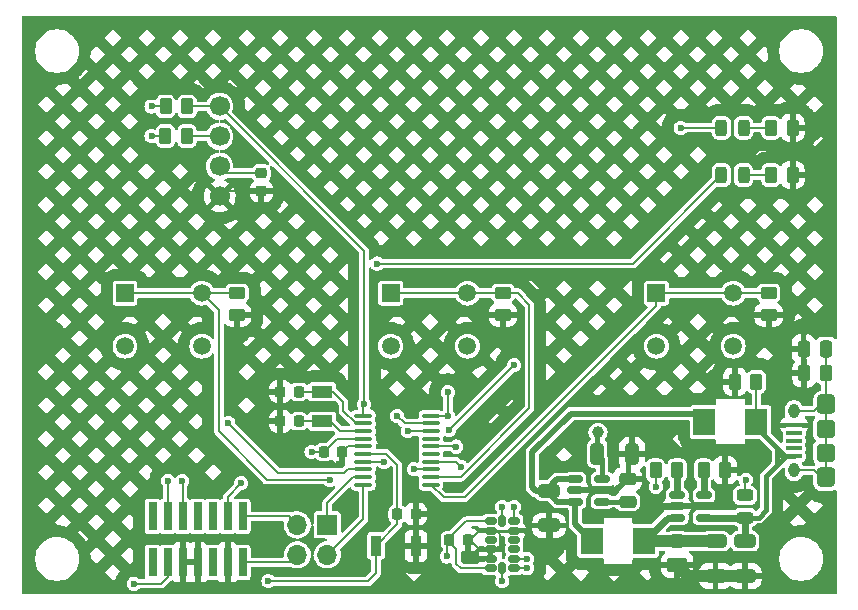
<source format=gbr>
%TF.GenerationSoftware,KiCad,Pcbnew,8.0.5*%
%TF.CreationDate,2024-11-06T09:26:01-07:00*%
%TF.ProjectId,STM32G041F8P6_dev,53544d33-3247-4303-9431-463850365f64,rev?*%
%TF.SameCoordinates,Original*%
%TF.FileFunction,Copper,L1,Top*%
%TF.FilePolarity,Positive*%
%FSLAX46Y46*%
G04 Gerber Fmt 4.6, Leading zero omitted, Abs format (unit mm)*
G04 Created by KiCad (PCBNEW 8.0.5) date 2024-11-06 09:26:01*
%MOMM*%
%LPD*%
G01*
G04 APERTURE LIST*
G04 Aperture macros list*
%AMRoundRect*
0 Rectangle with rounded corners*
0 $1 Rounding radius*
0 $2 $3 $4 $5 $6 $7 $8 $9 X,Y pos of 4 corners*
0 Add a 4 corners polygon primitive as box body*
4,1,4,$2,$3,$4,$5,$6,$7,$8,$9,$2,$3,0*
0 Add four circle primitives for the rounded corners*
1,1,$1+$1,$2,$3*
1,1,$1+$1,$4,$5*
1,1,$1+$1,$6,$7*
1,1,$1+$1,$8,$9*
0 Add four rect primitives between the rounded corners*
20,1,$1+$1,$2,$3,$4,$5,0*
20,1,$1+$1,$4,$5,$6,$7,0*
20,1,$1+$1,$6,$7,$8,$9,0*
20,1,$1+$1,$8,$9,$2,$3,0*%
G04 Aperture macros list end*
%TA.AperFunction,SMDPad,CuDef*%
%ADD10RoundRect,0.225000X-0.225000X-0.250000X0.225000X-0.250000X0.225000X0.250000X-0.225000X0.250000X0*%
%TD*%
%TA.AperFunction,SMDPad,CuDef*%
%ADD11RoundRect,0.225000X-0.250000X0.225000X-0.250000X-0.225000X0.250000X-0.225000X0.250000X0.225000X0*%
%TD*%
%TA.AperFunction,ComponentPad*%
%ADD12C,1.700000*%
%TD*%
%TA.AperFunction,SMDPad,CuDef*%
%ADD13RoundRect,0.100000X0.575000X-0.100000X0.575000X0.100000X-0.575000X0.100000X-0.575000X-0.100000X0*%
%TD*%
%TA.AperFunction,ComponentPad*%
%ADD14O,1.550000X0.890000*%
%TD*%
%TA.AperFunction,SMDPad,CuDef*%
%ADD15RoundRect,0.250000X0.525000X-0.475000X0.525000X0.475000X-0.525000X0.475000X-0.525000X-0.475000X0*%
%TD*%
%TA.AperFunction,ComponentPad*%
%ADD16O,0.950000X1.250000*%
%TD*%
%TA.AperFunction,SMDPad,CuDef*%
%ADD17RoundRect,0.250000X0.525000X-0.500000X0.525000X0.500000X-0.525000X0.500000X-0.525000X-0.500000X0*%
%TD*%
%TA.AperFunction,ComponentPad*%
%ADD18R,1.498600X1.498600*%
%TD*%
%TA.AperFunction,ComponentPad*%
%ADD19C,1.498600*%
%TD*%
%TA.AperFunction,SMDPad,CuDef*%
%ADD20RoundRect,0.150000X-0.512500X-0.150000X0.512500X-0.150000X0.512500X0.150000X-0.512500X0.150000X0*%
%TD*%
%TA.AperFunction,SMDPad,CuDef*%
%ADD21R,1.800000X1.000000*%
%TD*%
%TA.AperFunction,SMDPad,CuDef*%
%ADD22RoundRect,0.250000X0.450000X-0.262500X0.450000X0.262500X-0.450000X0.262500X-0.450000X-0.262500X0*%
%TD*%
%TA.AperFunction,SMDPad,CuDef*%
%ADD23RoundRect,0.225000X0.225000X0.250000X-0.225000X0.250000X-0.225000X-0.250000X0.225000X-0.250000X0*%
%TD*%
%TA.AperFunction,SMDPad,CuDef*%
%ADD24RoundRect,0.250000X0.250000X0.475000X-0.250000X0.475000X-0.250000X-0.475000X0.250000X-0.475000X0*%
%TD*%
%TA.AperFunction,SMDPad,CuDef*%
%ADD25RoundRect,0.100000X-0.637500X-0.100000X0.637500X-0.100000X0.637500X0.100000X-0.637500X0.100000X0*%
%TD*%
%TA.AperFunction,SMDPad,CuDef*%
%ADD26RoundRect,0.250000X0.262500X0.450000X-0.262500X0.450000X-0.262500X-0.450000X0.262500X-0.450000X0*%
%TD*%
%TA.AperFunction,SMDPad,CuDef*%
%ADD27R,1.879600X2.260600*%
%TD*%
%TA.AperFunction,SMDPad,CuDef*%
%ADD28RoundRect,0.250000X-0.650000X0.325000X-0.650000X-0.325000X0.650000X-0.325000X0.650000X0.325000X0*%
%TD*%
%TA.AperFunction,SMDPad,CuDef*%
%ADD29R,0.900000X1.700000*%
%TD*%
%TA.AperFunction,SMDPad,CuDef*%
%ADD30RoundRect,0.250000X0.325000X0.650000X-0.325000X0.650000X-0.325000X-0.650000X0.325000X-0.650000X0*%
%TD*%
%TA.AperFunction,SMDPad,CuDef*%
%ADD31RoundRect,0.250000X-0.262500X-0.450000X0.262500X-0.450000X0.262500X0.450000X-0.262500X0.450000X0*%
%TD*%
%TA.AperFunction,SMDPad,CuDef*%
%ADD32RoundRect,0.243750X-0.456250X0.243750X-0.456250X-0.243750X0.456250X-0.243750X0.456250X0.243750X0*%
%TD*%
%TA.AperFunction,SMDPad,CuDef*%
%ADD33RoundRect,0.250000X0.650000X-0.325000X0.650000X0.325000X-0.650000X0.325000X-0.650000X-0.325000X0*%
%TD*%
%TA.AperFunction,SMDPad,CuDef*%
%ADD34RoundRect,0.243750X0.243750X0.456250X-0.243750X0.456250X-0.243750X-0.456250X0.243750X-0.456250X0*%
%TD*%
%TA.AperFunction,SMDPad,CuDef*%
%ADD35RoundRect,0.250000X0.475000X-0.250000X0.475000X0.250000X-0.475000X0.250000X-0.475000X-0.250000X0*%
%TD*%
%TA.AperFunction,SMDPad,CuDef*%
%ADD36R,0.740000X2.400000*%
%TD*%
%TA.AperFunction,SMDPad,CuDef*%
%ADD37RoundRect,0.150000X-0.325000X-0.150000X0.325000X-0.150000X0.325000X0.150000X-0.325000X0.150000X0*%
%TD*%
%TA.AperFunction,SMDPad,CuDef*%
%ADD38RoundRect,0.150000X-0.150000X-0.325000X0.150000X-0.325000X0.150000X0.325000X-0.150000X0.325000X0*%
%TD*%
%TA.AperFunction,ComponentPad*%
%ADD39RoundRect,0.250000X0.625000X-0.350000X0.625000X0.350000X-0.625000X0.350000X-0.625000X-0.350000X0*%
%TD*%
%TA.AperFunction,ComponentPad*%
%ADD40O,1.750000X1.200000*%
%TD*%
%TA.AperFunction,ComponentPad*%
%ADD41R,1.700000X1.700000*%
%TD*%
%TA.AperFunction,ComponentPad*%
%ADD42O,1.700000X1.700000*%
%TD*%
%TA.AperFunction,ViaPad*%
%ADD43C,0.600000*%
%TD*%
%TA.AperFunction,ViaPad*%
%ADD44C,1.000000*%
%TD*%
%TA.AperFunction,Conductor*%
%ADD45C,0.200000*%
%TD*%
%TA.AperFunction,Conductor*%
%ADD46C,1.000000*%
%TD*%
%TA.AperFunction,Conductor*%
%ADD47C,0.600000*%
%TD*%
%TA.AperFunction,Conductor*%
%ADD48C,0.400000*%
%TD*%
%TA.AperFunction,Conductor*%
%ADD49C,0.500000*%
%TD*%
G04 APERTURE END LIST*
D10*
%TO.P,C12,1*%
%TO.N,+3.3V*%
X192725000Y-90900000D03*
%TO.P,C12,2*%
%TO.N,GND*%
X194275000Y-90900000D03*
%TD*%
D11*
%TO.P,C11,1*%
%TO.N,+3.3V*%
X176800000Y-59825000D03*
%TO.P,C11,2*%
%TO.N,GND*%
X176800000Y-61375000D03*
%TD*%
D12*
%TO.P,D4,1,SDA*%
%TO.N,SDA*%
X173270000Y-54190000D03*
%TO.P,D4,2,SCL*%
%TO.N,SCL*%
X173270000Y-56730000D03*
%TO.P,D4,3,Vcc*%
%TO.N,+3.3V*%
X173270000Y-59270000D03*
%TO.P,D4,4,GND*%
%TO.N,GND*%
X173270000Y-61810000D03*
%TD*%
D13*
%TO.P,J1,1,VBUS*%
%TO.N,VBUS*%
X221900000Y-83800000D03*
%TO.P,J1,2,D-*%
%TO.N,unconnected-(J1-D--Pad2)*%
X221900000Y-83150000D03*
%TO.P,J1,3,D+*%
%TO.N,unconnected-(J1-D+-Pad3)*%
X221900000Y-82500000D03*
%TO.P,J1,4,ID*%
%TO.N,unconnected-(J1-ID-Pad4)*%
X221900000Y-81850000D03*
%TO.P,J1,5,GND*%
%TO.N,GND*%
X221900000Y-81200000D03*
D14*
%TO.P,J1,6,Shield*%
%TO.N,Net-(J1-Shield)*%
X224600000Y-86000000D03*
D15*
X224600000Y-85525000D03*
D16*
X221900000Y-85000000D03*
D17*
X224600000Y-83500000D03*
X224600000Y-81500000D03*
D16*
X221900000Y-80000000D03*
D15*
X224600000Y-79475000D03*
D14*
X224600000Y-79000000D03*
%TD*%
D18*
%TO.P,SW2,1,1*%
%TO.N,/PA6*%
X165249999Y-70000000D03*
D19*
%TO.P,SW2,2,2*%
X171750000Y-70000000D03*
%TO.P,SW2,3,3*%
%TO.N,+3.3V*%
X165249999Y-74500001D03*
%TO.P,SW2,4,4*%
X171750000Y-74500001D03*
%TD*%
D20*
%TO.P,U2,1,VIN*%
%TO.N,Net-(U2-EN)*%
X203362500Y-85750000D03*
%TO.P,U2,2,GND*%
%TO.N,GND*%
X203362500Y-86700000D03*
%TO.P,U2,3,EN*%
%TO.N,Net-(U2-EN)*%
X203362500Y-87650000D03*
%TO.P,U2,4,BYP*%
%TO.N,Net-(U2-BYP)*%
X205637500Y-87650000D03*
%TO.P,U2,5,OUT*%
%TO.N,+3.3V*%
X205637500Y-85750000D03*
%TD*%
D21*
%TO.P,Y1,1,1*%
%TO.N,Net-(U3-PC14{slash}PB9)*%
X181950000Y-78350000D03*
%TO.P,Y1,2,2*%
%TO.N,Net-(U3-PC15)*%
X181950000Y-80850000D03*
%TD*%
D22*
%TO.P,R8,1*%
%TO.N,GND*%
X219750002Y-71825000D03*
%TO.P,R8,2*%
%TO.N,/PA4*%
X219750002Y-70000000D03*
%TD*%
D10*
%TO.P,C1,1*%
%TO.N,+3.3V*%
X182100000Y-83450000D03*
%TO.P,C1,2*%
%TO.N,GND*%
X183650000Y-83450000D03*
%TD*%
D23*
%TO.P,C3,1*%
%TO.N,Net-(U3-PC14{slash}PB9)*%
X179950000Y-78350000D03*
%TO.P,C3,2*%
%TO.N,GND*%
X178400000Y-78350000D03*
%TD*%
D24*
%TO.P,C5,1*%
%TO.N,Net-(J1-Shield)*%
X224600000Y-74700000D03*
%TO.P,C5,2*%
%TO.N,GND*%
X222700000Y-74700000D03*
%TD*%
D25*
%TO.P,U3,1,PB7/PB8*%
%TO.N,SDA*%
X185425000Y-80375000D03*
%TO.P,U3,2,PC14/PB9*%
%TO.N,Net-(U3-PC14{slash}PB9)*%
X185425000Y-81025000D03*
%TO.P,U3,3,PC15*%
%TO.N,Net-(U3-PC15)*%
X185425000Y-81675000D03*
%TO.P,U3,4,VDD*%
%TO.N,+3.3V*%
X185425000Y-82325000D03*
%TO.P,U3,5,VSS*%
%TO.N,GND*%
X185425000Y-82975000D03*
%TO.P,U3,6,PF2*%
%TO.N,Net-(J4-~{RST})*%
X185425000Y-83625000D03*
%TO.P,U3,7,PA0*%
%TO.N,/PA0*%
X185425000Y-84275000D03*
%TO.P,U3,8,PA1*%
%TO.N,/PA1*%
X185425000Y-84925000D03*
%TO.P,U3,9,PA2*%
%TO.N,/USART2_TX*%
X185425000Y-85575000D03*
%TO.P,U3,10,PA3*%
%TO.N,/USART2_RX*%
X185425000Y-86225000D03*
%TO.P,U3,11,PA4*%
%TO.N,/PA4*%
X191150000Y-86225000D03*
%TO.P,U3,12,PA5*%
%TO.N,/PA5*%
X191150000Y-85575000D03*
%TO.P,U3,13,PA6*%
%TO.N,/PA6*%
X191150000Y-84925000D03*
%TO.P,U3,14,PA7*%
%TO.N,AI1*%
X191150000Y-84275000D03*
%TO.P,U3,15,PB0/PB1/PB2/PA8*%
%TO.N,unconnected-(U3-PB0{slash}PB1{slash}PB2{slash}PA8-Pad15)*%
X191150000Y-83625000D03*
%TO.P,U3,16,PA11/PA9*%
%TO.N,AI2*%
X191150000Y-82975000D03*
%TO.P,U3,17,PA12/PA10*%
%TO.N,/PA10_12*%
X191150000Y-82325000D03*
%TO.P,U3,18,PA13*%
%TO.N,/SWDIO*%
X191150000Y-81675000D03*
%TO.P,U3,19,PA14/PA15*%
%TO.N,/SWCLK*%
X191150000Y-81025000D03*
%TO.P,U3,20,PB3/PB4/PB5/PB6*%
%TO.N,SCL*%
X191150000Y-80375000D03*
%TD*%
D26*
%TO.P,R5,1*%
%TO.N,GND*%
X221775000Y-60000000D03*
%TO.P,R5,2*%
%TO.N,Net-(D3-K)*%
X219950000Y-60000000D03*
%TD*%
D27*
%TO.P,CR2,1*%
%TO.N,Net-(U2-EN)*%
X204790200Y-91000000D03*
%TO.P,CR2,2*%
%TO.N,+BATT*%
X209209800Y-91000000D03*
%TD*%
D28*
%TO.P,C2,1*%
%TO.N,VBUS*%
X217750000Y-91000000D03*
%TO.P,C2,2*%
%TO.N,GND*%
X217750000Y-93950000D03*
%TD*%
D29*
%TO.P,SW1,1,1*%
%TO.N,Net-(J4-~{RST})*%
X186487500Y-91400000D03*
%TO.P,SW1,2,2*%
%TO.N,GND*%
X189887500Y-91400000D03*
%TD*%
D30*
%TO.P,C10,1*%
%TO.N,GND*%
X208175000Y-83600000D03*
%TO.P,C10,2*%
%TO.N,+3.3V*%
X205225000Y-83600000D03*
%TD*%
D26*
%TO.P,R9,1*%
%TO.N,SDA*%
X170512500Y-54200000D03*
%TO.P,R9,2*%
%TO.N,+3.3V*%
X168687500Y-54200000D03*
%TD*%
D31*
%TO.P,R2,1*%
%TO.N,Net-(U1-PROG)*%
X214250000Y-85000000D03*
%TO.P,R2,2*%
%TO.N,GND*%
X216075000Y-85000000D03*
%TD*%
D32*
%TO.P,D1,1,K*%
%TO.N,Net-(D1-K)*%
X217750000Y-87125000D03*
%TO.P,D1,2,A*%
%TO.N,VBUS*%
X217750000Y-89000000D03*
%TD*%
D31*
%TO.P,R11,1*%
%TO.N,GND*%
X216894600Y-77500000D03*
%TO.P,R11,2*%
%TO.N,VBUS*%
X218719600Y-77500000D03*
%TD*%
D26*
%TO.P,R3,1*%
%TO.N,Net-(U1-STAT)*%
X212000000Y-85000000D03*
%TO.P,R3,2*%
%TO.N,Net-(D1-K)*%
X210175000Y-85000000D03*
%TD*%
D33*
%TO.P,C7,1*%
%TO.N,GND*%
X201150000Y-89675000D03*
%TO.P,C7,2*%
%TO.N,Net-(U2-EN)*%
X201150000Y-86725000D03*
%TD*%
D34*
%TO.P,D2,1,K*%
%TO.N,Net-(D2-K)*%
X217625000Y-56000000D03*
%TO.P,D2,2,A*%
%TO.N,/PA0*%
X215750000Y-56000000D03*
%TD*%
D22*
%TO.P,R7,1*%
%TO.N,GND*%
X197250001Y-71825000D03*
%TO.P,R7,2*%
%TO.N,/PA5*%
X197250001Y-70000000D03*
%TD*%
D26*
%TO.P,R1,1*%
%TO.N,Net-(J1-Shield)*%
X224600000Y-76800000D03*
%TO.P,R1,2*%
%TO.N,GND*%
X222775000Y-76800000D03*
%TD*%
D22*
%TO.P,R6,1*%
%TO.N,GND*%
X174750000Y-71825000D03*
%TO.P,R6,2*%
%TO.N,/PA6*%
X174750000Y-70000000D03*
%TD*%
D34*
%TO.P,D3,1,K*%
%TO.N,Net-(D3-K)*%
X217625000Y-60000000D03*
%TO.P,D3,2,A*%
%TO.N,/PA1*%
X215750000Y-60000000D03*
%TD*%
D26*
%TO.P,R4,1*%
%TO.N,GND*%
X221775000Y-56000000D03*
%TO.P,R4,2*%
%TO.N,Net-(D2-K)*%
X219950000Y-56000000D03*
%TD*%
D35*
%TO.P,C9,1*%
%TO.N,Net-(U2-BYP)*%
X207800000Y-87650000D03*
%TO.P,C9,2*%
%TO.N,GND*%
X207800000Y-85750000D03*
%TD*%
D36*
%TO.P,J4,1,NC*%
%TO.N,unconnected-(J4-NC-Pad1)*%
X167590000Y-92800000D03*
%TO.P,J4,2,NC*%
%TO.N,unconnected-(J4-NC-Pad2)*%
X167590000Y-88900000D03*
%TO.P,J4,3,VCC*%
%TO.N,+3.3V*%
X168860000Y-92800000D03*
%TO.P,J4,4,JTMS/SWDIO*%
%TO.N,/SWDIO*%
X168860000Y-88900000D03*
%TO.P,J4,5,GND*%
%TO.N,GND*%
X170130000Y-92800000D03*
%TO.P,J4,6,JCLK/SWCLK*%
%TO.N,/SWCLK*%
X170130000Y-88900000D03*
%TO.P,J4,7,GND*%
%TO.N,GND*%
X171400000Y-92800000D03*
%TO.P,J4,8,JTDO/SWO*%
%TO.N,unconnected-(J4-JTDO{slash}SWO-Pad8)*%
X171400000Y-88900000D03*
%TO.P,J4,9,JRCLK/NC*%
%TO.N,unconnected-(J4-JRCLK{slash}NC-Pad9)*%
X172670000Y-92800000D03*
%TO.P,J4,10,JTDI/NC*%
%TO.N,unconnected-(J4-JTDI{slash}NC-Pad10)*%
X172670000Y-88900000D03*
%TO.P,J4,11,GNDDetect*%
%TO.N,GND*%
X173940000Y-92800000D03*
%TO.P,J4,12,~{RST}*%
%TO.N,Net-(J4-~{RST})*%
X173940000Y-88900000D03*
%TO.P,J4,13,VCP_RX*%
%TO.N,/VCP_RX*%
X175210000Y-92800000D03*
%TO.P,J4,14,VCP_TX*%
%TO.N,/VCP_TX*%
X175210000Y-88900000D03*
%TD*%
D28*
%TO.P,C8,1*%
%TO.N,+BATT*%
X215250000Y-91000000D03*
%TO.P,C8,2*%
%TO.N,GND*%
X215250000Y-93950000D03*
%TD*%
D37*
%TO.P,U4,1,Vdd_I/O*%
%TO.N,+3.3V*%
X196200000Y-89300000D03*
%TO.P,U4,2,GND*%
%TO.N,GND*%
X196200000Y-90100000D03*
%TO.P,U4,3,RES*%
%TO.N,unconnected-(U4-RES-Pad3)*%
X196200000Y-90900000D03*
%TO.P,U4,4,GND*%
%TO.N,GND*%
X196200000Y-91700000D03*
%TO.P,U4,5,GND*%
X196200000Y-92500000D03*
%TO.P,U4,6,Vs*%
%TO.N,+3.3V*%
X196200000Y-93300000D03*
D38*
%TO.P,U4,7,~{CS}*%
X197200000Y-93300000D03*
D37*
%TO.P,U4,8,INT1*%
%TO.N,AI1*%
X198200000Y-93300000D03*
%TO.P,U4,9,INT2*%
%TO.N,AI2*%
X198200000Y-92500000D03*
%TO.P,U4,10,NC*%
%TO.N,unconnected-(U4-NC-Pad10)*%
X198200000Y-91700000D03*
%TO.P,U4,11,RES*%
%TO.N,unconnected-(U4-RES-Pad11)*%
X198200000Y-90900000D03*
%TO.P,U4,12,SDO/ADDR*%
%TO.N,GND*%
X198200000Y-90100000D03*
%TO.P,U4,13,SDA/SDI/SDIO*%
%TO.N,SDA*%
X198200000Y-89300000D03*
D38*
%TO.P,U4,14,SCL/SCLK*%
%TO.N,SCL*%
X197200000Y-89300000D03*
%TD*%
D10*
%TO.P,C6,1*%
%TO.N,Net-(J4-~{RST})*%
X188312500Y-88700000D03*
%TO.P,C6,2*%
%TO.N,GND*%
X189862500Y-88700000D03*
%TD*%
D20*
%TO.P,U1,1,STAT*%
%TO.N,Net-(U1-STAT)*%
X212000000Y-87100000D03*
%TO.P,U1,2,V_{SS}*%
%TO.N,GND*%
X212000000Y-88050000D03*
%TO.P,U1,3,V_{BAT}*%
%TO.N,+BATT*%
X212000000Y-89000000D03*
%TO.P,U1,4,V_{DD}*%
%TO.N,VBUS*%
X214275000Y-89000000D03*
%TO.P,U1,5,PROG*%
%TO.N,Net-(U1-PROG)*%
X214275000Y-87100000D03*
%TD*%
D18*
%TO.P,SW4,1,1*%
%TO.N,/PA4*%
X210250001Y-70000000D03*
D19*
%TO.P,SW4,2,2*%
X216750002Y-70000000D03*
%TO.P,SW4,3,3*%
%TO.N,+3.3V*%
X210250001Y-74500001D03*
%TO.P,SW4,4,4*%
X216750002Y-74500001D03*
%TD*%
D26*
%TO.P,R10,1*%
%TO.N,SCL*%
X170500000Y-56700000D03*
%TO.P,R10,2*%
%TO.N,+3.3V*%
X168675000Y-56700000D03*
%TD*%
D23*
%TO.P,C4,1*%
%TO.N,Net-(U3-PC15)*%
X179950000Y-80850000D03*
%TO.P,C4,2*%
%TO.N,GND*%
X178400000Y-80850000D03*
%TD*%
D18*
%TO.P,SW3,1,1*%
%TO.N,/PA5*%
X187750000Y-70000000D03*
D19*
%TO.P,SW3,2,2*%
X194250001Y-70000000D03*
%TO.P,SW3,3,3*%
%TO.N,+3.3V*%
X187750000Y-74500001D03*
%TO.P,SW3,4,4*%
X194250001Y-74500001D03*
%TD*%
D27*
%TO.P,CR1,1*%
%TO.N,Net-(U2-EN)*%
X214300000Y-80900000D03*
%TO.P,CR1,2*%
%TO.N,VBUS*%
X218719600Y-80900000D03*
%TD*%
D39*
%TO.P,J2,1,Pin_1*%
%TO.N,GND*%
X212000000Y-93000000D03*
D40*
%TO.P,J2,2,Pin_2*%
%TO.N,+BATT*%
X212000000Y-91000000D03*
%TD*%
D41*
%TO.P,J3,1,Pin_1*%
%TO.N,/USART2_TX*%
X182375000Y-89625000D03*
D42*
%TO.P,J3,2,Pin_2*%
%TO.N,/VCP_TX*%
X179835000Y-89625000D03*
%TO.P,J3,3,Pin_3*%
%TO.N,/USART2_RX*%
X182375000Y-92165000D03*
%TO.P,J3,4,Pin_4*%
%TO.N,/VCP_RX*%
X179835000Y-92165000D03*
%TD*%
D43*
%TO.N,GND*%
X195400000Y-82000000D03*
X221600000Y-76800000D03*
X222700000Y-73400000D03*
X223100000Y-56000000D03*
X199300000Y-90100000D03*
X191000000Y-88700000D03*
X175300000Y-57950000D03*
X215600000Y-77500000D03*
X219750000Y-72975000D03*
X184350000Y-87650000D03*
X223100000Y-60000000D03*
X194750000Y-92250000D03*
X178400000Y-79600000D03*
X183350000Y-84500000D03*
X210500000Y-88000000D03*
D44*
X208200000Y-81800000D03*
D43*
X190987500Y-91400000D03*
D44*
X201150000Y-91150000D03*
D43*
X194500000Y-85900000D03*
X197250000Y-73000000D03*
X174750000Y-73000000D03*
X170100000Y-94800000D03*
X171400000Y-94800000D03*
X216100000Y-86500000D03*
X158925000Y-73525000D03*
X173900000Y-94800000D03*
%TO.N,+3.3V*%
X167500000Y-56700000D03*
X181050000Y-83450000D03*
X167500000Y-54200000D03*
X166000000Y-94600000D03*
X192500000Y-92300000D03*
D44*
X205300000Y-81800000D03*
D43*
X197200000Y-94400000D03*
%TO.N,Net-(J4-~{RST})*%
X175100000Y-86100000D03*
X177400000Y-94400000D03*
%TO.N,Net-(D1-K)*%
X217800000Y-85800000D03*
X210200000Y-86400000D03*
%TO.N,/PA1*%
X174000000Y-81000000D03*
X186600000Y-67500000D03*
%TO.N,/PA6*%
X189700000Y-84900000D03*
X182600000Y-85800000D03*
%TO.N,/PA0*%
X198200000Y-76100000D03*
X192700000Y-81600000D03*
X187187500Y-84275000D03*
X212300000Y-56000000D03*
%TO.N,SCL*%
X192600000Y-78400000D03*
X192600000Y-80400000D03*
X197200000Y-88100000D03*
%TO.N,/SWDIO*%
X189200000Y-81700000D03*
X168900000Y-85900000D03*
%TO.N,/SWCLK*%
X188300000Y-80400000D03*
X170100000Y-85900000D03*
%TO.N,SDA*%
X198200000Y-88100000D03*
X185500000Y-79400000D03*
%TO.N,AI1*%
X199300000Y-93300000D03*
X193700000Y-84700000D03*
%TO.N,AI2*%
X199300000Y-92500000D03*
X193300000Y-83000000D03*
%TD*%
D45*
%TO.N,GND*%
X173705000Y-61375000D02*
X173270000Y-61810000D01*
X176800000Y-61375000D02*
X173705000Y-61375000D01*
%TO.N,+3.3V*%
X176800000Y-59825000D02*
X173825000Y-59825000D01*
X173825000Y-59825000D02*
X173270000Y-59270000D01*
%TO.N,GND*%
X183650000Y-83450000D02*
X183650000Y-84200000D01*
D46*
X215250000Y-93950000D02*
X212950000Y-93950000D01*
D45*
X197250001Y-71825000D02*
X197250001Y-72999999D01*
D47*
X212000000Y-88050000D02*
X210550000Y-88050000D01*
D45*
X222700000Y-74700000D02*
X222700000Y-73400000D01*
X184125000Y-82975000D02*
X183650000Y-83450000D01*
X194450000Y-91950000D02*
X194450000Y-90900000D01*
X189862500Y-88700000D02*
X189862500Y-91375000D01*
X196674999Y-91700000D02*
X196975000Y-91399999D01*
X221775000Y-56000000D02*
X223100000Y-56000000D01*
X216075000Y-85000000D02*
X216075000Y-86475000D01*
X196200000Y-91700000D02*
X196200000Y-92500000D01*
X170130000Y-94770000D02*
X170100000Y-94800000D01*
X196200000Y-92500000D02*
X195000000Y-92500000D01*
X183650000Y-84200000D02*
X183350000Y-84500000D01*
X194750000Y-92250000D02*
X194450000Y-91950000D01*
X196975000Y-90375000D02*
X196700000Y-90100000D01*
X196200000Y-91700000D02*
X196674999Y-91700000D01*
X196200000Y-90100000D02*
X195250000Y-90100000D01*
D47*
X201150000Y-89675000D02*
X201150000Y-91150000D01*
D45*
X216075000Y-86475000D02*
X216100000Y-86500000D01*
X198200000Y-90100000D02*
X199300000Y-90100000D01*
D48*
X208175000Y-81825000D02*
X208200000Y-81800000D01*
D45*
X189862500Y-88700000D02*
X191000000Y-88700000D01*
D46*
X212950000Y-93950000D02*
X212000000Y-93000000D01*
D45*
X196200000Y-91700000D02*
X195250000Y-91700000D01*
X174750000Y-71825000D02*
X174750000Y-73000000D01*
X178400000Y-80850000D02*
X178400000Y-79600000D01*
X189887500Y-91400000D02*
X190987500Y-91400000D01*
X195000000Y-92500000D02*
X194750000Y-92250000D01*
X221775000Y-60000000D02*
X223100000Y-60000000D01*
X170130000Y-92800000D02*
X170130000Y-94770000D01*
D47*
X210550000Y-88050000D02*
X210500000Y-88000000D01*
D45*
X195250000Y-91700000D02*
X194450000Y-90900000D01*
X219750002Y-71825000D02*
X219750002Y-72974998D01*
X196700000Y-90100000D02*
X196200000Y-90100000D01*
X219750002Y-72974998D02*
X219750000Y-72975000D01*
X197250001Y-72999999D02*
X197250000Y-73000000D01*
X216894600Y-77500000D02*
X215600000Y-77500000D01*
X196200000Y-90100000D02*
X198200000Y-90100000D01*
X178400000Y-78350000D02*
X178400000Y-79600000D01*
D48*
X207800000Y-85750000D02*
X207800000Y-83975000D01*
D46*
X217750000Y-93950000D02*
X215250000Y-93950000D01*
D45*
X173940000Y-92800000D02*
X173940000Y-94760000D01*
X185425000Y-82975000D02*
X184125000Y-82975000D01*
X173940000Y-94760000D02*
X173900000Y-94800000D01*
D49*
X206850000Y-86700000D02*
X207800000Y-85750000D01*
D45*
X195250000Y-90100000D02*
X194450000Y-90900000D01*
D48*
X208175000Y-83600000D02*
X208175000Y-81825000D01*
D45*
X171400000Y-92800000D02*
X171400000Y-94800000D01*
X222775000Y-76800000D02*
X221600000Y-76800000D01*
D49*
X203362500Y-86700000D02*
X206850000Y-86700000D01*
D45*
X196975000Y-91399999D02*
X196975000Y-90375000D01*
%TO.N,+3.3V*%
X193300000Y-92900000D02*
X193300000Y-91650000D01*
X196200000Y-93300000D02*
X193700000Y-93300000D01*
X166000000Y-94600000D02*
X168300000Y-94600000D01*
X168687500Y-54200000D02*
X167500000Y-54200000D01*
X168860000Y-94040000D02*
X168860000Y-92800000D01*
X192550000Y-90900000D02*
X192550000Y-92250000D01*
X168300000Y-94600000D02*
X168860000Y-94040000D01*
X168675000Y-56700000D02*
X167500000Y-56700000D01*
D48*
X205637500Y-85750000D02*
X205637500Y-84012500D01*
X205637500Y-84012500D02*
X205225000Y-83600000D01*
D45*
X196200000Y-89300000D02*
X194150000Y-89300000D01*
D48*
X205225000Y-81875000D02*
X205300000Y-81800000D01*
D45*
X192550000Y-92250000D02*
X192500000Y-92300000D01*
X185425000Y-82325000D02*
X183225000Y-82325000D01*
X183225000Y-82325000D02*
X182100000Y-83450000D01*
X193300000Y-91650000D02*
X192550000Y-90900000D01*
X194150000Y-89300000D02*
X192550000Y-90900000D01*
X197200000Y-93300000D02*
X197200000Y-94400000D01*
X182100000Y-83450000D02*
X181050000Y-83450000D01*
X193700000Y-93300000D02*
X193300000Y-92900000D01*
D48*
X205225000Y-83600000D02*
X205225000Y-81875000D01*
D45*
%TO.N,Net-(U3-PC14{slash}PB9)*%
X181950000Y-78350000D02*
X179950000Y-78350000D01*
X184769044Y-81025000D02*
X183750000Y-80005956D01*
X182850000Y-78350000D02*
X181950000Y-78350000D01*
X183750000Y-80005956D02*
X183750000Y-79250000D01*
X183750000Y-79250000D02*
X182850000Y-78350000D01*
X185425000Y-81025000D02*
X184769044Y-81025000D01*
%TO.N,Net-(U3-PC15)*%
X181950000Y-80850000D02*
X179950000Y-80850000D01*
X185425000Y-81675000D02*
X183475000Y-81675000D01*
X183475000Y-81675000D02*
X182650000Y-80850000D01*
%TO.N,Net-(J4-~{RST})*%
X177400000Y-94400000D02*
X185800000Y-94400000D01*
X188312500Y-89575000D02*
X186487500Y-91400000D01*
X185425000Y-83625000D02*
X187386029Y-83625000D01*
X188312500Y-88700000D02*
X188312500Y-89575000D01*
X173940000Y-87260000D02*
X173940000Y-88900000D01*
X188312500Y-84551471D02*
X188312500Y-88700000D01*
X185800000Y-94400000D02*
X186487500Y-93712500D01*
X175100000Y-86100000D02*
X173940000Y-87260000D01*
X186487500Y-93712500D02*
X186487500Y-91400000D01*
X187386029Y-83625000D02*
X188312500Y-84551471D01*
%TO.N,Net-(J1-Shield)*%
X224600000Y-76800000D02*
X224600000Y-74700000D01*
X221900000Y-85000000D02*
X223600000Y-85000000D01*
X224600000Y-79475000D02*
X224600000Y-85525000D01*
X223600000Y-80000000D02*
X224600000Y-79000000D01*
X223600000Y-85000000D02*
X224600000Y-86000000D01*
X224600000Y-79475000D02*
X224600000Y-76800000D01*
X221900000Y-80000000D02*
X223600000Y-80000000D01*
%TO.N,/USART2_TX*%
X182375000Y-87758654D02*
X182375000Y-89625000D01*
X184558654Y-85575000D02*
X182375000Y-87758654D01*
X185425000Y-85575000D02*
X184558654Y-85575000D01*
%TO.N,/USART2_RX*%
X185425000Y-89115000D02*
X182375000Y-92165000D01*
X185425000Y-86225000D02*
X185425000Y-89115000D01*
%TO.N,Net-(D1-K)*%
X217750000Y-85850000D02*
X217800000Y-85800000D01*
X217750000Y-87125000D02*
X217750000Y-85850000D01*
X210200000Y-86400000D02*
X210200000Y-85025000D01*
D49*
%TO.N,Net-(U2-EN)*%
X214300000Y-80900000D02*
X213600000Y-80200000D01*
X203362500Y-85750000D02*
X201850000Y-85750000D01*
X199750000Y-83425000D02*
X199750000Y-86425000D01*
X203362500Y-89572300D02*
X204790200Y-91000000D01*
X213600000Y-80200000D02*
X202975000Y-80200000D01*
X201850000Y-85750000D02*
X201400000Y-86200000D01*
X202975000Y-80200000D02*
X199750000Y-83425000D01*
X201400000Y-86200000D02*
X201400000Y-87200000D01*
X203362500Y-87650000D02*
X203362500Y-89572300D01*
X201850000Y-87650000D02*
X203362500Y-87650000D01*
X199750000Y-86425000D02*
X200050000Y-86725000D01*
X201400000Y-87200000D02*
X201850000Y-87650000D01*
X200050000Y-86725000D02*
X201150000Y-86725000D01*
D47*
%TO.N,VBUS*%
X214275000Y-89000000D02*
X217750000Y-89000000D01*
X217750000Y-89000000D02*
X217750000Y-91000000D01*
D48*
X221900000Y-83800000D02*
X221165122Y-83800000D01*
X218900000Y-89000000D02*
X217750000Y-89000000D01*
X219500000Y-88400000D02*
X218900000Y-89000000D01*
X221165122Y-83800000D02*
X218719600Y-81354478D01*
X219500000Y-85525001D02*
X219500000Y-88400000D01*
X221900000Y-83800000D02*
X221225001Y-83800000D01*
D45*
X218719600Y-77500000D02*
X218719600Y-80900000D01*
D48*
X221225001Y-83800000D02*
X219500000Y-85525001D01*
D46*
%TO.N,+BATT*%
X209209800Y-91000000D02*
X212000000Y-91000000D01*
D47*
X212000000Y-89000000D02*
X211209800Y-89000000D01*
D46*
X215250000Y-91000000D02*
X212000000Y-91000000D01*
D47*
X211209800Y-89000000D02*
X209209800Y-91000000D01*
D45*
%TO.N,Net-(D3-K)*%
X217625000Y-60000000D02*
X219950000Y-60000000D01*
%TO.N,/VCP_TX*%
X179110000Y-88900000D02*
X179835000Y-89625000D01*
X175210000Y-88900000D02*
X179110000Y-88900000D01*
%TO.N,/VCP_RX*%
X175210000Y-92800000D02*
X179200000Y-92800000D01*
X179200000Y-92800000D02*
X179835000Y-92165000D01*
D48*
%TO.N,Net-(U2-BYP)*%
X207800000Y-87650000D02*
X205637500Y-87650000D01*
D45*
%TO.N,Net-(D2-K)*%
X219950000Y-56000000D02*
X217625000Y-56000000D01*
%TO.N,/PA5*%
X198500000Y-70000000D02*
X199500000Y-71000000D01*
X187750000Y-70000000D02*
X197250001Y-70000000D01*
X199500000Y-79748529D02*
X193673529Y-85575000D01*
X193673529Y-85575000D02*
X191150000Y-85575000D01*
X197250001Y-70000000D02*
X198500000Y-70000000D01*
X199500000Y-71000000D02*
X199500000Y-79748529D01*
%TO.N,/PA1*%
X183836029Y-85200000D02*
X178200000Y-85200000D01*
X186600000Y-67500000D02*
X208250000Y-67500000D01*
X208250000Y-67500000D02*
X215750000Y-60000000D01*
X184111029Y-84925000D02*
X183836029Y-85200000D01*
X178200000Y-85200000D02*
X174000000Y-81000000D01*
X185425000Y-84925000D02*
X184111029Y-84925000D01*
%TO.N,/PA6*%
X173200000Y-71450000D02*
X171750000Y-70000000D01*
X165249999Y-70000000D02*
X174750000Y-70000000D01*
X189700000Y-84900000D02*
X191125000Y-84900000D01*
X182600000Y-85800000D02*
X177300000Y-85800000D01*
X177300000Y-85800000D02*
X173200000Y-81700000D01*
X173200000Y-81700000D02*
X173200000Y-71450000D01*
%TO.N,/PA4*%
X194000000Y-87300000D02*
X210250001Y-71049999D01*
X210250001Y-70000000D02*
X219750002Y-70000000D01*
X192225000Y-87300000D02*
X194000000Y-87300000D01*
X191150000Y-86225000D02*
X192225000Y-87300000D01*
X210250001Y-71049999D02*
X210250001Y-70000000D01*
%TO.N,/PA0*%
X192700000Y-81600000D02*
X198200000Y-76100000D01*
X187187500Y-84275000D02*
X185425000Y-84275000D01*
X212300000Y-56000000D02*
X215750000Y-56000000D01*
%TO.N,SCL*%
X192600000Y-78400000D02*
X192600000Y-80400000D01*
X192575000Y-80375000D02*
X192600000Y-80400000D01*
X191150000Y-80375000D02*
X192575000Y-80375000D01*
X170500000Y-56700000D02*
X173240000Y-56700000D01*
X197200000Y-88100000D02*
X197200000Y-89300000D01*
%TO.N,/SWDIO*%
X168900000Y-85900000D02*
X168860000Y-85940000D01*
X191150000Y-81675000D02*
X189225000Y-81675000D01*
X168860000Y-85940000D02*
X168860000Y-88900000D01*
X189225000Y-81675000D02*
X189200000Y-81700000D01*
%TO.N,/SWCLK*%
X191150000Y-81025000D02*
X188925000Y-81025000D01*
X170130000Y-85930000D02*
X170130000Y-88900000D01*
X170100000Y-85900000D02*
X170130000Y-85930000D01*
X188925000Y-81025000D02*
X188300000Y-80400000D01*
%TO.N,SDA*%
X173270000Y-54190000D02*
X185500000Y-66420000D01*
X185425000Y-80375000D02*
X185425000Y-79475000D01*
X185425000Y-79475000D02*
X185500000Y-79400000D01*
X185500000Y-66420000D02*
X185500000Y-79400000D01*
X170512500Y-54200000D02*
X173260000Y-54200000D01*
X198200000Y-88100000D02*
X198200000Y-89300000D01*
D47*
%TO.N,Net-(U1-PROG)*%
X214275000Y-87100000D02*
X214275000Y-85025000D01*
%TO.N,Net-(U1-STAT)*%
X212000000Y-87100000D02*
X212000000Y-85000000D01*
D45*
%TO.N,AI1*%
X193275000Y-84275000D02*
X191150000Y-84275000D01*
X193700000Y-84700000D02*
X193275000Y-84275000D01*
X198200000Y-93300000D02*
X199300000Y-93300000D01*
%TO.N,AI2*%
X193300000Y-83000000D02*
X193000000Y-83000000D01*
X192975000Y-82975000D02*
X191150000Y-82975000D01*
X193000000Y-83000000D02*
X192975000Y-82975000D01*
X198200000Y-92500000D02*
X199300000Y-92500000D01*
%TD*%
%TA.AperFunction,Conductor*%
%TO.N,VBUS*%
G36*
X220505203Y-82905649D02*
G01*
X220511681Y-82911681D01*
X220809325Y-83209325D01*
X220842810Y-83270648D01*
X220837826Y-83340340D01*
X220820022Y-83372489D01*
X220800902Y-83397407D01*
X220800900Y-83397410D01*
X220740444Y-83543368D01*
X220732987Y-83600000D01*
X221099967Y-83600000D01*
X221156262Y-83613515D01*
X221199698Y-83635647D01*
X221293475Y-83650499D01*
X221293481Y-83650500D01*
X221976001Y-83650499D01*
X222043039Y-83670183D01*
X222088794Y-83722987D01*
X222100000Y-83774499D01*
X222100000Y-83876000D01*
X222080315Y-83943039D01*
X222027511Y-83988794D01*
X221976000Y-84000000D01*
X220732990Y-84000000D01*
X220732988Y-84000001D01*
X220740442Y-84056627D01*
X220740444Y-84056633D01*
X220800900Y-84202589D01*
X220820020Y-84227506D01*
X220845214Y-84292675D01*
X220831175Y-84361120D01*
X220809325Y-84390673D01*
X220511681Y-84688318D01*
X220450358Y-84721803D01*
X220380667Y-84716819D01*
X220324733Y-84674948D01*
X220300316Y-84609483D01*
X220300000Y-84600637D01*
X220300000Y-82999362D01*
X220319685Y-82932323D01*
X220372489Y-82886568D01*
X220441647Y-82876624D01*
X220505203Y-82905649D01*
G37*
%TD.AperFunction*%
%TD*%
%TA.AperFunction,Conductor*%
%TO.N,GND*%
G36*
X184360842Y-86441717D02*
G01*
X184416775Y-86483589D01*
X184427992Y-86501603D01*
X184459449Y-86563340D01*
X184459454Y-86563347D01*
X184549152Y-86653045D01*
X184549154Y-86653046D01*
X184549158Y-86653050D01*
X184656840Y-86707917D01*
X184662198Y-86710647D01*
X184755975Y-86725499D01*
X184755981Y-86725500D01*
X184900500Y-86725499D01*
X184967539Y-86745183D01*
X185013294Y-86797987D01*
X185024500Y-86849499D01*
X185024500Y-88897744D01*
X185004815Y-88964783D01*
X184988181Y-88985425D01*
X183737180Y-90236426D01*
X183675857Y-90269911D01*
X183606165Y-90264927D01*
X183550232Y-90223055D01*
X183525815Y-90157591D01*
X183525499Y-90148745D01*
X183525499Y-88730143D01*
X183525499Y-88730136D01*
X183522853Y-88707316D01*
X183522586Y-88705012D01*
X183522585Y-88705010D01*
X183522585Y-88705009D01*
X183477206Y-88602235D01*
X183397765Y-88522794D01*
X183397763Y-88522793D01*
X183294992Y-88477415D01*
X183269868Y-88474500D01*
X183269865Y-88474500D01*
X182899500Y-88474500D01*
X182832461Y-88454815D01*
X182786706Y-88402011D01*
X182775500Y-88350500D01*
X182775500Y-87975908D01*
X182795185Y-87908869D01*
X182811814Y-87888232D01*
X184229829Y-86470216D01*
X184291150Y-86436733D01*
X184360842Y-86441717D01*
G37*
%TD.AperFunction*%
%TA.AperFunction,Conductor*%
G36*
X173807082Y-55293488D02*
G01*
X173808193Y-55294586D01*
X174190880Y-55677273D01*
X174224365Y-55738596D01*
X174220524Y-55792297D01*
X174254948Y-55784657D01*
X174320514Y-55808798D01*
X174334303Y-55820696D01*
X177451681Y-58938074D01*
X177485166Y-58999397D01*
X177480182Y-59069089D01*
X177438310Y-59125022D01*
X177372846Y-59149439D01*
X177319053Y-59137737D01*
X177317866Y-59140748D01*
X177175588Y-59084640D01*
X177132242Y-59079435D01*
X177091144Y-59074500D01*
X176508856Y-59074500D01*
X176470841Y-59079065D01*
X176424411Y-59084640D01*
X176290023Y-59137636D01*
X176174921Y-59224921D01*
X176087635Y-59340024D01*
X176085284Y-59345989D01*
X176042378Y-59401133D01*
X175976471Y-59424327D01*
X175969929Y-59424500D01*
X174547134Y-59424500D01*
X174480095Y-59404815D01*
X174434340Y-59352011D01*
X174423663Y-59289059D01*
X174425429Y-59270000D01*
X174425429Y-59269999D01*
X174420144Y-59212966D01*
X174405756Y-59057690D01*
X174347405Y-58852611D01*
X174347403Y-58852606D01*
X174347403Y-58852605D01*
X174252367Y-58661746D01*
X174123872Y-58491593D01*
X173966302Y-58347948D01*
X173785019Y-58235702D01*
X173785017Y-58235701D01*
X173628627Y-58175116D01*
X173586198Y-58158679D01*
X173389385Y-58121888D01*
X173327106Y-58090221D01*
X173291833Y-58029908D01*
X173294767Y-57960100D01*
X173334976Y-57902960D01*
X173389384Y-57878111D01*
X173586198Y-57841321D01*
X173785019Y-57764298D01*
X173966302Y-57652052D01*
X174123872Y-57508407D01*
X174252366Y-57338255D01*
X174279915Y-57282929D01*
X174347403Y-57147394D01*
X174347403Y-57147393D01*
X174347405Y-57147389D01*
X174405756Y-56942310D01*
X174425429Y-56730000D01*
X174424719Y-56722343D01*
X174413909Y-56605682D01*
X174405756Y-56517690D01*
X174347405Y-56312611D01*
X174347403Y-56312606D01*
X174347403Y-56312605D01*
X174252367Y-56121746D01*
X174160428Y-56000001D01*
X174147667Y-55983103D01*
X174122976Y-55917743D01*
X174130659Y-55881695D01*
X174112045Y-55888638D01*
X174043772Y-55873786D01*
X174019661Y-55856591D01*
X173966303Y-55807949D01*
X173966302Y-55807948D01*
X173785019Y-55695702D01*
X173785017Y-55695701D01*
X173600981Y-55624406D01*
X173586198Y-55618679D01*
X173389385Y-55581888D01*
X173327106Y-55550221D01*
X173291833Y-55489908D01*
X173294767Y-55420100D01*
X173334976Y-55362960D01*
X173389384Y-55338111D01*
X173586198Y-55301321D01*
X173675720Y-55266639D01*
X173745342Y-55260778D01*
X173807082Y-55293488D01*
G37*
%TD.AperFunction*%
%TA.AperFunction,Conductor*%
G36*
X197277668Y-90532479D02*
G01*
X197306732Y-90566021D01*
X197357315Y-90651553D01*
X197357321Y-90651561D01*
X197388180Y-90682419D01*
X197421666Y-90743741D01*
X197424500Y-90770101D01*
X197424500Y-91104269D01*
X197427353Y-91134698D01*
X197470864Y-91259046D01*
X197474425Y-91328825D01*
X197470864Y-91340954D01*
X197427353Y-91465301D01*
X197424500Y-91495730D01*
X197424500Y-91904269D01*
X197427353Y-91934698D01*
X197470864Y-92059046D01*
X197474425Y-92128825D01*
X197470864Y-92140954D01*
X197427353Y-92265301D01*
X197424500Y-92295730D01*
X197424500Y-92400500D01*
X197404815Y-92467539D01*
X197352011Y-92513294D01*
X197300500Y-92524500D01*
X197299000Y-92524500D01*
X197231961Y-92504815D01*
X197186206Y-92452011D01*
X197175000Y-92400500D01*
X197175000Y-92284365D01*
X197174999Y-92284350D01*
X197172100Y-92247510D01*
X197172099Y-92247507D01*
X197139294Y-92134595D01*
X197139294Y-92065402D01*
X197172100Y-91952488D01*
X197172295Y-91950001D01*
X197172295Y-91950000D01*
X196450000Y-91950000D01*
X196450000Y-92575500D01*
X196430315Y-92642539D01*
X196377511Y-92688294D01*
X196326000Y-92699500D01*
X195820730Y-92699500D01*
X195790300Y-92702353D01*
X195790298Y-92702354D01*
X195674022Y-92743041D01*
X195633067Y-92750000D01*
X195227705Y-92750000D01*
X195227704Y-92750001D01*
X195227900Y-92752496D01*
X195228033Y-92753223D01*
X195227989Y-92753633D01*
X195228397Y-92758809D01*
X195227436Y-92758884D01*
X195220713Y-92822708D01*
X195176989Y-92877205D01*
X195110742Y-92899411D01*
X195106051Y-92899500D01*
X193917255Y-92899500D01*
X193850216Y-92879815D01*
X193829574Y-92863181D01*
X193736819Y-92770426D01*
X193703334Y-92709103D01*
X193700500Y-92682745D01*
X193700500Y-92249999D01*
X195227704Y-92249999D01*
X195227705Y-92250000D01*
X195950000Y-92250000D01*
X195950000Y-91950000D01*
X195227704Y-91950000D01*
X195227899Y-91952487D01*
X195260705Y-92065405D01*
X195260705Y-92134595D01*
X195227899Y-92247512D01*
X195227704Y-92249999D01*
X193700500Y-92249999D01*
X193700500Y-91969675D01*
X193720185Y-91902636D01*
X193772989Y-91856881D01*
X193842147Y-91846937D01*
X193863505Y-91851969D01*
X193902394Y-91864856D01*
X194001683Y-91874999D01*
X194025000Y-91874998D01*
X194025000Y-90774000D01*
X194044685Y-90706961D01*
X194097489Y-90661206D01*
X194149000Y-90650000D01*
X194401000Y-90650000D01*
X194468039Y-90669685D01*
X194513794Y-90722489D01*
X194525000Y-90774000D01*
X194525000Y-91874999D01*
X194548308Y-91874999D01*
X194548322Y-91874998D01*
X194647607Y-91864855D01*
X194808481Y-91811547D01*
X194808492Y-91811542D01*
X194952728Y-91722575D01*
X194952732Y-91722572D01*
X195072571Y-91602733D01*
X195130447Y-91508903D01*
X195182395Y-91462178D01*
X195235986Y-91450000D01*
X195633067Y-91450000D01*
X195674022Y-91456959D01*
X195790298Y-91497645D01*
X195790300Y-91497646D01*
X195820730Y-91500500D01*
X195820734Y-91500500D01*
X196579270Y-91500500D01*
X196609699Y-91497646D01*
X196647378Y-91484461D01*
X196725978Y-91456959D01*
X196766933Y-91450000D01*
X197172295Y-91450000D01*
X197172295Y-91449998D01*
X197172100Y-91447513D01*
X197126281Y-91289801D01*
X197042685Y-91148447D01*
X197042678Y-91148438D01*
X197011819Y-91117579D01*
X196978334Y-91056256D01*
X196975500Y-91029898D01*
X196975500Y-90770101D01*
X196995185Y-90703062D01*
X197011820Y-90682419D01*
X197042678Y-90651561D01*
X197042684Y-90651553D01*
X197093268Y-90566021D01*
X197144337Y-90518338D01*
X197213078Y-90505834D01*
X197277668Y-90532479D01*
G37*
%TD.AperFunction*%
%TA.AperFunction,Conductor*%
G36*
X225442539Y-46520185D02*
G01*
X225488294Y-46572989D01*
X225499500Y-46624500D01*
X225499500Y-73801690D01*
X225479815Y-73868729D01*
X225427011Y-73914484D01*
X225357853Y-73924428D01*
X225294297Y-73895403D01*
X225276696Y-73876615D01*
X225242922Y-73832077D01*
X225122343Y-73740639D01*
X224981561Y-73685122D01*
X224935926Y-73679642D01*
X224893102Y-73674500D01*
X224306898Y-73674500D01*
X224267853Y-73679188D01*
X224218438Y-73685122D01*
X224077656Y-73740639D01*
X223957077Y-73832077D01*
X223860514Y-73959416D01*
X223858686Y-73958030D01*
X223817361Y-73998326D01*
X223748906Y-74012315D01*
X223683755Y-73987073D01*
X223642593Y-73930615D01*
X223641607Y-73927755D01*
X223634359Y-73905882D01*
X223634356Y-73905875D01*
X223542315Y-73756654D01*
X223418345Y-73632684D01*
X223269124Y-73540643D01*
X223269119Y-73540641D01*
X223102697Y-73485494D01*
X223102690Y-73485493D01*
X222999986Y-73475000D01*
X222950000Y-73475000D01*
X222950000Y-75557000D01*
X222986319Y-75593319D01*
X222984247Y-75595390D01*
X223013794Y-75629489D01*
X223025000Y-75681000D01*
X223025000Y-77999999D01*
X223087472Y-77999999D01*
X223087486Y-77999998D01*
X223190197Y-77989505D01*
X223356619Y-77934358D01*
X223356624Y-77934356D01*
X223505845Y-77842315D01*
X223629815Y-77718345D01*
X223701655Y-77601875D01*
X223753603Y-77555151D01*
X223822566Y-77543928D01*
X223886648Y-77571772D01*
X223905998Y-77592047D01*
X223944577Y-77642922D01*
X224065155Y-77734359D01*
X224065158Y-77734361D01*
X224120990Y-77756378D01*
X224176133Y-77799282D01*
X224199327Y-77865190D01*
X224199500Y-77871732D01*
X224199500Y-78152153D01*
X224179815Y-78219192D01*
X224127011Y-78264947D01*
X224099693Y-78273770D01*
X224052550Y-78283147D01*
X224052545Y-78283149D01*
X223916875Y-78339345D01*
X223916866Y-78339350D01*
X223794772Y-78420931D01*
X223794768Y-78420934D01*
X223690934Y-78524768D01*
X223690931Y-78524772D01*
X223609350Y-78646866D01*
X223609345Y-78646875D01*
X223553148Y-78782547D01*
X223553147Y-78782551D01*
X223539194Y-78852698D01*
X223536848Y-78860679D01*
X223537069Y-78860735D01*
X223535122Y-78868438D01*
X223534255Y-78875656D01*
X223532759Y-78885049D01*
X223524500Y-78926574D01*
X223524500Y-79457745D01*
X223504815Y-79524784D01*
X223488181Y-79545426D01*
X223470426Y-79563181D01*
X223409103Y-79596666D01*
X223382745Y-79599500D01*
X222718489Y-79599500D01*
X222651450Y-79579815D01*
X222605695Y-79527011D01*
X222603928Y-79522953D01*
X222587240Y-79482665D01*
X222580189Y-79472113D01*
X222518357Y-79379574D01*
X222502370Y-79355647D01*
X222394355Y-79247632D01*
X222394351Y-79247629D01*
X222267339Y-79162762D01*
X222267334Y-79162759D01*
X222126205Y-79104302D01*
X222126197Y-79104300D01*
X221976384Y-79074500D01*
X221976380Y-79074500D01*
X221823620Y-79074500D01*
X221823615Y-79074500D01*
X221673802Y-79104300D01*
X221673794Y-79104302D01*
X221532665Y-79162759D01*
X221532661Y-79162762D01*
X221405648Y-79247629D01*
X221405644Y-79247632D01*
X221297632Y-79355644D01*
X221297629Y-79355648D01*
X221212764Y-79482656D01*
X221212759Y-79482665D01*
X221154302Y-79623794D01*
X221154300Y-79623802D01*
X221124500Y-79773615D01*
X221124500Y-80226384D01*
X221154299Y-80376197D01*
X221154303Y-80376209D01*
X221158139Y-80385470D01*
X221165605Y-80454939D01*
X221134327Y-80517417D01*
X221091029Y-80547478D01*
X221022413Y-80575900D01*
X220897075Y-80672075D01*
X220800899Y-80797413D01*
X220740444Y-80943368D01*
X220732987Y-81000000D01*
X223067010Y-81000000D01*
X223067011Y-80999998D01*
X223059557Y-80943372D01*
X223059555Y-80943366D01*
X222999100Y-80797414D01*
X222902922Y-80672073D01*
X222838807Y-80622875D01*
X222797605Y-80566447D01*
X222793450Y-80496701D01*
X222827663Y-80435781D01*
X222889380Y-80403029D01*
X222914294Y-80400500D01*
X223589293Y-80400500D01*
X223656332Y-80420185D01*
X223702087Y-80472989D01*
X223712031Y-80542147D01*
X223685911Y-80599339D01*
X223687203Y-80600319D01*
X223590639Y-80727656D01*
X223535122Y-80868438D01*
X223532115Y-80893482D01*
X223524500Y-80956898D01*
X223524500Y-82043102D01*
X223528367Y-82075301D01*
X223535122Y-82131561D01*
X223590639Y-82272343D01*
X223682078Y-82392923D01*
X223692989Y-82401197D01*
X223734512Y-82457389D01*
X223739063Y-82527111D01*
X223705198Y-82588224D01*
X223692989Y-82598803D01*
X223682078Y-82607076D01*
X223590639Y-82727656D01*
X223535122Y-82868438D01*
X223531331Y-82900013D01*
X223524500Y-82956898D01*
X223524500Y-84043102D01*
X223528340Y-84075078D01*
X223535122Y-84131561D01*
X223535122Y-84131563D01*
X223535123Y-84131564D01*
X223547269Y-84162363D01*
X223590639Y-84272343D01*
X223687203Y-84399681D01*
X223684549Y-84401692D01*
X223710459Y-84449142D01*
X223705475Y-84518834D01*
X223663603Y-84574767D01*
X223598139Y-84599184D01*
X223589293Y-84599500D01*
X222718489Y-84599500D01*
X222651450Y-84579815D01*
X222605695Y-84527011D01*
X222603928Y-84522953D01*
X222587942Y-84484361D01*
X222587239Y-84482663D01*
X222569874Y-84456675D01*
X222548996Y-84390000D01*
X222567480Y-84322620D01*
X222616679Y-84277302D01*
X222713342Y-84228050D01*
X222803050Y-84138342D01*
X222860646Y-84025304D01*
X222860646Y-84025302D01*
X222860647Y-84025301D01*
X222873110Y-83946608D01*
X222875500Y-83931519D01*
X222875499Y-83668482D01*
X222860646Y-83574696D01*
X222838530Y-83531292D01*
X222825635Y-83462626D01*
X222838532Y-83418704D01*
X222860646Y-83375304D01*
X222860646Y-83375302D01*
X222860647Y-83375301D01*
X222875499Y-83281524D01*
X222875500Y-83281519D01*
X222875499Y-83018482D01*
X222860646Y-82924696D01*
X222838530Y-82881292D01*
X222825635Y-82812626D01*
X222838532Y-82768704D01*
X222860646Y-82725304D01*
X222860646Y-82725302D01*
X222860647Y-82725301D01*
X222875499Y-82631524D01*
X222875500Y-82631519D01*
X222875499Y-82368482D01*
X222860646Y-82274696D01*
X222838530Y-82231292D01*
X222825635Y-82162626D01*
X222838532Y-82118704D01*
X222860646Y-82075304D01*
X222860646Y-82075302D01*
X222860647Y-82075301D01*
X222875499Y-81981524D01*
X222875500Y-81981519D01*
X222875499Y-81805758D01*
X222895183Y-81738720D01*
X222901123Y-81730272D01*
X222999100Y-81602586D01*
X223059555Y-81456631D01*
X223067012Y-81400000D01*
X222700033Y-81400000D01*
X222643738Y-81386485D01*
X222638480Y-81383806D01*
X222632182Y-81380597D01*
X222600301Y-81364352D01*
X222506524Y-81349500D01*
X221293482Y-81349500D01*
X221199695Y-81364354D01*
X221156261Y-81386485D01*
X221099967Y-81400000D01*
X220732990Y-81400000D01*
X220732988Y-81400001D01*
X220740442Y-81456627D01*
X220740444Y-81456633D01*
X220800899Y-81602586D01*
X220898876Y-81730271D01*
X220924070Y-81795441D01*
X220924500Y-81805757D01*
X220924500Y-81981517D01*
X220939354Y-82075305D01*
X220948446Y-82093148D01*
X220959469Y-82114783D01*
X220961468Y-82118705D01*
X220974364Y-82187374D01*
X220961468Y-82231294D01*
X220939354Y-82274696D01*
X220939352Y-82274700D01*
X220924500Y-82368475D01*
X220924500Y-82552202D01*
X220904815Y-82619241D01*
X220852011Y-82664996D01*
X220782853Y-82674940D01*
X220719297Y-82645915D01*
X220712819Y-82639883D01*
X219996218Y-81923282D01*
X219962733Y-81861959D01*
X219959899Y-81835601D01*
X219959899Y-79724843D01*
X219959899Y-79724836D01*
X219959897Y-79724817D01*
X219956986Y-79699712D01*
X219956985Y-79699710D01*
X219956985Y-79699709D01*
X219911606Y-79596935D01*
X219832165Y-79517494D01*
X219813170Y-79509107D01*
X219729392Y-79472115D01*
X219704268Y-79469200D01*
X219704265Y-79469200D01*
X219244100Y-79469200D01*
X219177061Y-79449515D01*
X219131306Y-79396711D01*
X219120100Y-79345200D01*
X219120100Y-78571732D01*
X219139785Y-78504693D01*
X219192589Y-78458938D01*
X219198590Y-78456385D01*
X219254442Y-78434361D01*
X219375022Y-78342922D01*
X219466461Y-78222342D01*
X219521977Y-78081564D01*
X219532600Y-77993102D01*
X219532600Y-77299986D01*
X221762501Y-77299986D01*
X221772994Y-77402697D01*
X221828141Y-77569119D01*
X221828143Y-77569124D01*
X221920184Y-77718345D01*
X222044154Y-77842315D01*
X222193375Y-77934356D01*
X222193380Y-77934358D01*
X222359802Y-77989505D01*
X222359809Y-77989506D01*
X222462519Y-77999999D01*
X222524999Y-77999998D01*
X222525000Y-77999998D01*
X222525000Y-77050000D01*
X221762501Y-77050000D01*
X221762501Y-77299986D01*
X219532600Y-77299986D01*
X219532600Y-77006898D01*
X219521977Y-76918436D01*
X219466461Y-76777658D01*
X219466460Y-76777657D01*
X219466460Y-76777656D01*
X219375022Y-76657077D01*
X219254443Y-76565639D01*
X219113661Y-76510122D01*
X219068026Y-76504642D01*
X219025202Y-76499500D01*
X218413998Y-76499500D01*
X218374953Y-76504188D01*
X218325538Y-76510122D01*
X218184756Y-76565639D01*
X218064177Y-76657078D01*
X218025597Y-76707953D01*
X217969405Y-76749476D01*
X217899683Y-76754027D01*
X217838570Y-76720162D01*
X217821256Y-76698124D01*
X217749419Y-76581659D01*
X217749416Y-76581655D01*
X217625445Y-76457684D01*
X217476224Y-76365643D01*
X217476219Y-76365641D01*
X217309797Y-76310494D01*
X217309790Y-76310493D01*
X217207086Y-76300000D01*
X217144600Y-76300000D01*
X217144600Y-78699999D01*
X217207072Y-78699999D01*
X217207086Y-78699998D01*
X217309797Y-78689505D01*
X217476219Y-78634358D01*
X217476224Y-78634356D01*
X217625445Y-78542315D01*
X217749415Y-78418345D01*
X217821255Y-78301875D01*
X217873203Y-78255151D01*
X217942166Y-78243928D01*
X218006248Y-78271772D01*
X218025598Y-78292047D01*
X218064177Y-78342922D01*
X218182541Y-78432680D01*
X218184758Y-78434361D01*
X218240590Y-78456378D01*
X218295733Y-78499282D01*
X218318927Y-78565190D01*
X218319100Y-78571732D01*
X218319100Y-79345200D01*
X218299415Y-79412239D01*
X218246611Y-79457994D01*
X218195100Y-79469200D01*
X217853000Y-79469200D01*
X217785961Y-79449515D01*
X217740206Y-79396711D01*
X217729000Y-79345200D01*
X217729000Y-78982300D01*
X215290600Y-78982300D01*
X215290600Y-79345200D01*
X215270915Y-79412239D01*
X215218111Y-79457994D01*
X215166600Y-79469200D01*
X213315343Y-79469200D01*
X213315317Y-79469202D01*
X213290212Y-79472113D01*
X213290208Y-79472115D01*
X213187435Y-79517493D01*
X213187434Y-79517494D01*
X213099869Y-79605060D01*
X213098717Y-79603908D01*
X213054799Y-79639760D01*
X213006625Y-79649500D01*
X202902525Y-79649500D01*
X202790489Y-79679520D01*
X202790488Y-79679519D01*
X202762517Y-79687015D01*
X202762514Y-79687016D01*
X202636986Y-79759489D01*
X202636983Y-79759491D01*
X199309491Y-83086983D01*
X199309487Y-83086988D01*
X199241884Y-83204080D01*
X199241885Y-83204081D01*
X199237772Y-83211206D01*
X199237016Y-83212515D01*
X199199500Y-83352525D01*
X199199500Y-83352527D01*
X199199500Y-86497478D01*
X199201698Y-86505681D01*
X199201699Y-86505681D01*
X199201699Y-86505682D01*
X199237016Y-86637485D01*
X199309490Y-86763015D01*
X199711985Y-87165510D01*
X199837515Y-87237984D01*
X199940979Y-87265707D01*
X200000637Y-87302071D01*
X200010431Y-87315646D01*
X200010514Y-87315584D01*
X200107077Y-87442922D01*
X200227656Y-87534360D01*
X200227657Y-87534360D01*
X200227658Y-87534361D01*
X200368436Y-87589877D01*
X200456898Y-87600500D01*
X200970613Y-87600500D01*
X201037652Y-87620185D01*
X201058294Y-87636819D01*
X201511985Y-88090510D01*
X201615892Y-88150500D01*
X201637515Y-88162984D01*
X201777525Y-88200500D01*
X201777526Y-88200500D01*
X201922474Y-88200500D01*
X202609496Y-88200500D01*
X202650449Y-88207457D01*
X202728955Y-88234928D01*
X202785730Y-88275648D01*
X202811478Y-88340601D01*
X202812000Y-88351969D01*
X202812000Y-89644775D01*
X202826920Y-89700458D01*
X202826932Y-89700500D01*
X202849516Y-89784785D01*
X202917439Y-89902433D01*
X202921989Y-89910313D01*
X202921991Y-89910316D01*
X203513581Y-90501906D01*
X203547066Y-90563229D01*
X203549900Y-90589587D01*
X203549900Y-92175156D01*
X203549902Y-92175182D01*
X203552813Y-92200287D01*
X203552815Y-92200291D01*
X203598193Y-92303064D01*
X203598194Y-92303065D01*
X203677635Y-92382506D01*
X203780409Y-92427885D01*
X203805535Y-92430800D01*
X205656800Y-92430799D01*
X205723839Y-92450484D01*
X205769594Y-92503287D01*
X205780800Y-92554799D01*
X205780800Y-92917700D01*
X208219200Y-92917700D01*
X208219200Y-92554799D01*
X208238885Y-92487760D01*
X208291689Y-92442005D01*
X208343195Y-92430799D01*
X210194464Y-92430799D01*
X210194479Y-92430797D01*
X210194482Y-92430797D01*
X210219587Y-92427886D01*
X210219588Y-92427885D01*
X210219591Y-92427885D01*
X210322365Y-92382506D01*
X210401806Y-92303065D01*
X210447185Y-92200291D01*
X210450100Y-92175165D01*
X210450100Y-91924500D01*
X210469785Y-91857461D01*
X210522589Y-91811706D01*
X210574100Y-91800500D01*
X210886378Y-91800500D01*
X210953417Y-91820185D01*
X210999172Y-91872989D01*
X211009116Y-91942147D01*
X210980091Y-92005703D01*
X210951475Y-92030039D01*
X210906654Y-92057684D01*
X210782684Y-92181654D01*
X210690643Y-92330875D01*
X210690641Y-92330880D01*
X210635494Y-92497302D01*
X210635493Y-92497309D01*
X210625000Y-92600013D01*
X210625000Y-92750000D01*
X211719670Y-92750000D01*
X211699925Y-92769745D01*
X211650556Y-92855255D01*
X211625000Y-92950630D01*
X211625000Y-93049370D01*
X211650556Y-93144745D01*
X211699925Y-93230255D01*
X211719670Y-93250000D01*
X210625001Y-93250000D01*
X210625001Y-93399986D01*
X210635494Y-93502697D01*
X210690641Y-93669119D01*
X210690643Y-93669124D01*
X210782684Y-93818345D01*
X210906654Y-93942315D01*
X211055875Y-94034356D01*
X211055880Y-94034358D01*
X211222302Y-94089505D01*
X211222309Y-94089506D01*
X211325019Y-94099999D01*
X211749999Y-94099999D01*
X211750000Y-94099998D01*
X211750000Y-93280330D01*
X211769745Y-93300075D01*
X211855255Y-93349444D01*
X211950630Y-93375000D01*
X212049370Y-93375000D01*
X212144745Y-93349444D01*
X212230255Y-93300075D01*
X212250000Y-93280330D01*
X212250000Y-94099999D01*
X212674972Y-94099999D01*
X212674986Y-94099998D01*
X212777697Y-94089505D01*
X212944119Y-94034358D01*
X212944124Y-94034356D01*
X213093345Y-93942315D01*
X213217315Y-93818345D01*
X213309356Y-93669124D01*
X213309358Y-93669119D01*
X213340542Y-93575013D01*
X213850000Y-93575013D01*
X213850000Y-93700000D01*
X215000000Y-93700000D01*
X215500000Y-93700000D01*
X217500000Y-93700000D01*
X218000000Y-93700000D01*
X219149999Y-93700000D01*
X219149999Y-93575028D01*
X219149998Y-93575013D01*
X219139505Y-93472302D01*
X219084358Y-93305880D01*
X219084356Y-93305875D01*
X218992315Y-93156654D01*
X218868345Y-93032684D01*
X218719124Y-92940643D01*
X218719119Y-92940641D01*
X218552697Y-92885494D01*
X218552690Y-92885493D01*
X218449986Y-92875000D01*
X218000000Y-92875000D01*
X218000000Y-93700000D01*
X217500000Y-93700000D01*
X217500000Y-92875000D01*
X217050028Y-92875000D01*
X217050012Y-92875001D01*
X216947302Y-92885494D01*
X216780880Y-92940641D01*
X216780875Y-92940643D01*
X216631654Y-93032684D01*
X216587681Y-93076658D01*
X216526358Y-93110143D01*
X216456666Y-93105159D01*
X216412319Y-93076658D01*
X216368345Y-93032684D01*
X216219124Y-92940643D01*
X216219119Y-92940641D01*
X216052697Y-92885494D01*
X216052690Y-92885493D01*
X215949986Y-92875000D01*
X215500000Y-92875000D01*
X215500000Y-93700000D01*
X215000000Y-93700000D01*
X215000000Y-92875000D01*
X214550028Y-92875000D01*
X214550012Y-92875001D01*
X214447302Y-92885494D01*
X214280880Y-92940641D01*
X214280875Y-92940643D01*
X214131654Y-93032684D01*
X214007684Y-93156654D01*
X213915643Y-93305875D01*
X213915641Y-93305880D01*
X213860494Y-93472302D01*
X213860493Y-93472309D01*
X213850000Y-93575013D01*
X213340542Y-93575013D01*
X213364505Y-93502697D01*
X213364506Y-93502690D01*
X213374999Y-93399986D01*
X213375000Y-93399973D01*
X213375000Y-93250000D01*
X212280330Y-93250000D01*
X212300075Y-93230255D01*
X212349444Y-93144745D01*
X212375000Y-93049370D01*
X212375000Y-92950630D01*
X212349444Y-92855255D01*
X212300075Y-92769745D01*
X212280330Y-92750000D01*
X213374999Y-92750000D01*
X213374999Y-92600028D01*
X213374998Y-92600013D01*
X213364505Y-92497302D01*
X213325208Y-92378711D01*
X220649500Y-92378711D01*
X220649500Y-92621288D01*
X220681161Y-92861785D01*
X220743947Y-93096104D01*
X220834824Y-93315500D01*
X220836776Y-93320212D01*
X220958064Y-93530289D01*
X220958066Y-93530292D01*
X220958067Y-93530293D01*
X221105733Y-93722736D01*
X221105739Y-93722743D01*
X221277256Y-93894260D01*
X221277263Y-93894266D01*
X221339882Y-93942315D01*
X221469711Y-94041936D01*
X221679788Y-94163224D01*
X221903900Y-94256054D01*
X222138211Y-94318838D01*
X222318586Y-94342584D01*
X222378711Y-94350500D01*
X222378712Y-94350500D01*
X222621289Y-94350500D01*
X222669388Y-94344167D01*
X222861789Y-94318838D01*
X223096100Y-94256054D01*
X223320212Y-94163224D01*
X223530289Y-94041936D01*
X223722738Y-93894265D01*
X223894265Y-93722738D01*
X224041936Y-93530289D01*
X224163224Y-93320212D01*
X224256054Y-93096100D01*
X224318838Y-92861789D01*
X224350500Y-92621288D01*
X224350500Y-92378712D01*
X224350315Y-92377310D01*
X224339462Y-92294868D01*
X224318838Y-92138211D01*
X224256054Y-91903900D01*
X224255530Y-91902636D01*
X224236578Y-91856881D01*
X224163224Y-91679788D01*
X224041936Y-91469711D01*
X223943139Y-91340956D01*
X223894266Y-91277263D01*
X223894260Y-91277256D01*
X223722743Y-91105739D01*
X223722736Y-91105733D01*
X223530293Y-90958067D01*
X223530292Y-90958066D01*
X223530289Y-90958064D01*
X223320212Y-90836776D01*
X223320205Y-90836773D01*
X223096104Y-90743947D01*
X222916172Y-90695734D01*
X222861789Y-90681162D01*
X222861788Y-90681161D01*
X222861785Y-90681161D01*
X222621289Y-90649500D01*
X222621288Y-90649500D01*
X222378712Y-90649500D01*
X222378711Y-90649500D01*
X222138214Y-90681161D01*
X221903895Y-90743947D01*
X221679794Y-90836773D01*
X221679785Y-90836777D01*
X221469706Y-90958067D01*
X221277263Y-91105733D01*
X221277256Y-91105739D01*
X221105739Y-91277256D01*
X221105733Y-91277263D01*
X220958067Y-91469706D01*
X220836777Y-91679785D01*
X220836773Y-91679794D01*
X220743947Y-91903895D01*
X220681161Y-92138214D01*
X220649500Y-92378711D01*
X213325208Y-92378711D01*
X213309358Y-92330880D01*
X213309356Y-92330875D01*
X213217315Y-92181654D01*
X213093345Y-92057684D01*
X213048525Y-92030039D01*
X213001801Y-91978091D01*
X212990578Y-91909128D01*
X213018422Y-91845046D01*
X213076490Y-91806190D01*
X213113622Y-91800500D01*
X214281621Y-91800500D01*
X214327111Y-91809145D01*
X214327657Y-91809360D01*
X214327658Y-91809361D01*
X214468436Y-91864877D01*
X214556898Y-91875500D01*
X214556903Y-91875500D01*
X215943097Y-91875500D01*
X215943102Y-91875500D01*
X216031564Y-91864877D01*
X216172342Y-91809361D01*
X216292922Y-91717922D01*
X216384361Y-91597342D01*
X216384645Y-91596623D01*
X216385080Y-91596063D01*
X216388519Y-91589948D01*
X216389436Y-91590464D01*
X216427550Y-91541478D01*
X216493457Y-91518284D01*
X216561442Y-91534404D01*
X216609919Y-91584720D01*
X216615355Y-91596623D01*
X216615638Y-91597341D01*
X216707077Y-91717922D01*
X216827656Y-91809360D01*
X216827657Y-91809360D01*
X216827658Y-91809361D01*
X216968436Y-91864877D01*
X217056898Y-91875500D01*
X217056903Y-91875500D01*
X218443097Y-91875500D01*
X218443102Y-91875500D01*
X218531564Y-91864877D01*
X218672342Y-91809361D01*
X218792922Y-91717922D01*
X218884361Y-91597342D01*
X218939877Y-91456564D01*
X218950500Y-91368102D01*
X218950500Y-90631898D01*
X218939877Y-90543436D01*
X218884361Y-90402658D01*
X218884360Y-90402657D01*
X218884360Y-90402656D01*
X218792922Y-90282077D01*
X218672343Y-90190639D01*
X218599336Y-90161849D01*
X218531564Y-90135123D01*
X218531562Y-90135122D01*
X218531558Y-90135121D01*
X218459715Y-90126494D01*
X218395501Y-90098957D01*
X218356368Y-90041074D01*
X218350500Y-90003379D01*
X218350500Y-89856298D01*
X218370185Y-89789259D01*
X218422989Y-89743504D01*
X218428991Y-89740951D01*
X218475500Y-89722611D01*
X218594711Y-89632211D01*
X218657375Y-89549574D01*
X218713566Y-89508052D01*
X218756179Y-89500500D01*
X218965890Y-89500500D01*
X218965892Y-89500500D01*
X219093186Y-89466392D01*
X219207314Y-89400500D01*
X219223038Y-89384776D01*
X221519816Y-89384776D01*
X221858062Y-89723022D01*
X221895684Y-89712942D01*
X221899616Y-89711957D01*
X221923518Y-89706383D01*
X221927487Y-89705526D01*
X221959525Y-89699153D01*
X221963517Y-89698426D01*
X221987738Y-89694427D01*
X221991753Y-89693832D01*
X222264640Y-89657906D01*
X222268675Y-89657442D01*
X222293101Y-89655037D01*
X222297138Y-89654706D01*
X222329732Y-89652569D01*
X222333789Y-89652369D01*
X222358323Y-89651566D01*
X222362379Y-89651500D01*
X222637621Y-89651500D01*
X222641677Y-89651566D01*
X222666211Y-89652369D01*
X222669122Y-89652512D01*
X222936859Y-89384776D01*
X222228337Y-88676254D01*
X221519816Y-89384776D01*
X219223038Y-89384776D01*
X219900500Y-88707314D01*
X219966392Y-88593186D01*
X219992779Y-88494708D01*
X220998500Y-88494708D01*
X221522645Y-87970562D01*
X222934029Y-87970562D01*
X223642551Y-88679084D01*
X224351072Y-87970562D01*
X224121438Y-87740928D01*
X224074376Y-87736294D01*
X224068333Y-87735549D01*
X224031905Y-87730145D01*
X224025910Y-87729104D01*
X223833810Y-87690893D01*
X223827873Y-87689560D01*
X223792145Y-87680611D01*
X223786275Y-87678987D01*
X223739379Y-87664760D01*
X223733600Y-87662851D01*
X223698938Y-87650448D01*
X223693263Y-87648258D01*
X223512321Y-87573310D01*
X223506756Y-87570843D01*
X223473477Y-87555103D01*
X223468043Y-87552368D01*
X223424822Y-87529267D01*
X223419526Y-87526267D01*
X223393764Y-87510826D01*
X222934029Y-87970562D01*
X221522645Y-87970562D01*
X220998500Y-87446417D01*
X220998500Y-88494708D01*
X219992779Y-88494708D01*
X220000500Y-88465893D01*
X220000500Y-88334108D01*
X220000500Y-86923500D01*
X221886967Y-86923500D01*
X222228337Y-87264870D01*
X222709048Y-86784158D01*
X222699157Y-86763244D01*
X222696690Y-86757679D01*
X222689988Y-86741500D01*
X222677452Y-86747430D01*
X222671889Y-86749896D01*
X222485489Y-86827105D01*
X222479813Y-86829295D01*
X222445151Y-86841698D01*
X222439372Y-86843607D01*
X222392476Y-86857834D01*
X222386606Y-86859458D01*
X222350878Y-86868407D01*
X222344941Y-86869740D01*
X222147045Y-86909104D01*
X222141050Y-86910145D01*
X222104623Y-86915549D01*
X222098580Y-86916294D01*
X222049810Y-86921097D01*
X222043739Y-86921545D01*
X222006964Y-86923351D01*
X222000882Y-86923500D01*
X221886967Y-86923500D01*
X220000500Y-86923500D01*
X220000500Y-85783676D01*
X220020185Y-85716637D01*
X220036814Y-85695999D01*
X220912819Y-84819994D01*
X220974142Y-84786510D01*
X221043834Y-84791494D01*
X221099767Y-84833366D01*
X221124184Y-84898830D01*
X221124500Y-84907676D01*
X221124500Y-85226384D01*
X221154300Y-85376197D01*
X221154302Y-85376205D01*
X221212759Y-85517334D01*
X221212764Y-85517343D01*
X221297629Y-85644351D01*
X221297632Y-85644355D01*
X221405644Y-85752367D01*
X221405648Y-85752370D01*
X221532656Y-85837235D01*
X221532662Y-85837238D01*
X221532663Y-85837239D01*
X221673795Y-85895698D01*
X221808558Y-85922504D01*
X221823615Y-85925499D01*
X221823619Y-85925500D01*
X221823620Y-85925500D01*
X221976381Y-85925500D01*
X221976382Y-85925499D01*
X222126205Y-85895698D01*
X222267337Y-85837239D01*
X222394352Y-85752370D01*
X222502370Y-85644352D01*
X222587239Y-85517337D01*
X222603928Y-85477047D01*
X222647769Y-85422644D01*
X222714063Y-85400579D01*
X222718489Y-85400500D01*
X223382744Y-85400500D01*
X223449783Y-85420185D01*
X223470423Y-85436816D01*
X223488179Y-85454571D01*
X223521665Y-85515893D01*
X223524500Y-85542255D01*
X223524500Y-86073425D01*
X223532759Y-86114952D01*
X223534255Y-86124345D01*
X223535121Y-86131555D01*
X223537070Y-86139265D01*
X223536848Y-86139320D01*
X223539194Y-86147304D01*
X223553147Y-86217448D01*
X223553148Y-86217452D01*
X223609345Y-86353124D01*
X223609350Y-86353133D01*
X223690931Y-86475227D01*
X223690934Y-86475231D01*
X223794768Y-86579065D01*
X223794772Y-86579068D01*
X223916866Y-86660649D01*
X223916872Y-86660652D01*
X223916873Y-86660653D01*
X224052546Y-86716851D01*
X224154431Y-86737117D01*
X224196570Y-86745499D01*
X224196574Y-86745500D01*
X224196575Y-86745500D01*
X225003426Y-86745500D01*
X225003427Y-86745499D01*
X225147454Y-86716851D01*
X225283127Y-86660653D01*
X225283132Y-86660649D01*
X225283135Y-86660648D01*
X225306608Y-86644964D01*
X225373285Y-86624085D01*
X225440666Y-86642569D01*
X225487356Y-86694547D01*
X225499500Y-86748065D01*
X225499500Y-95375500D01*
X225479815Y-95442539D01*
X225427011Y-95488294D01*
X225375500Y-95499500D01*
X156624500Y-95499500D01*
X156557461Y-95479815D01*
X156511706Y-95427011D01*
X156500500Y-95375500D01*
X156500500Y-94599998D01*
X165394318Y-94599998D01*
X165394318Y-94600001D01*
X165414955Y-94756760D01*
X165414956Y-94756762D01*
X165460748Y-94867315D01*
X165475464Y-94902841D01*
X165571718Y-95028282D01*
X165697159Y-95124536D01*
X165843238Y-95185044D01*
X165921619Y-95195363D01*
X165999999Y-95205682D01*
X166000000Y-95205682D01*
X166000001Y-95205682D01*
X166052254Y-95198802D01*
X166156762Y-95185044D01*
X166302841Y-95124536D01*
X166428282Y-95028282D01*
X166428283Y-95028279D01*
X166431093Y-95026124D01*
X166496263Y-95000930D01*
X166506580Y-95000500D01*
X168352725Y-95000500D01*
X168352727Y-95000500D01*
X168454588Y-94973207D01*
X168545913Y-94920480D01*
X169095704Y-94370686D01*
X169095713Y-94370680D01*
X169129576Y-94336818D01*
X169190899Y-94303333D01*
X169217257Y-94300499D01*
X169274856Y-94300499D01*
X169274864Y-94300499D01*
X169282714Y-94299588D01*
X169351573Y-94311415D01*
X169396271Y-94348452D01*
X169402810Y-94357188D01*
X169402814Y-94357191D01*
X169517906Y-94443350D01*
X169517913Y-94443354D01*
X169652620Y-94493596D01*
X169652627Y-94493598D01*
X169712155Y-94499999D01*
X169712172Y-94500000D01*
X169880000Y-94500000D01*
X170380000Y-94500000D01*
X170547828Y-94500000D01*
X170547844Y-94499999D01*
X170607372Y-94493598D01*
X170607376Y-94493597D01*
X170721666Y-94450969D01*
X170791357Y-94445985D01*
X170808334Y-94450969D01*
X170922623Y-94493597D01*
X170922627Y-94493598D01*
X170982155Y-94499999D01*
X170982172Y-94500000D01*
X171150000Y-94500000D01*
X171650000Y-94500000D01*
X171817828Y-94500000D01*
X171817844Y-94499999D01*
X171877372Y-94493598D01*
X171877379Y-94493596D01*
X172012086Y-94443354D01*
X172012093Y-94443350D01*
X172127186Y-94357191D01*
X172133726Y-94348455D01*
X172189658Y-94306582D01*
X172247290Y-94299590D01*
X172249249Y-94299817D01*
X172255135Y-94300500D01*
X173084864Y-94300499D01*
X173092714Y-94299588D01*
X173161573Y-94311415D01*
X173206271Y-94348452D01*
X173212810Y-94357188D01*
X173212814Y-94357191D01*
X173327906Y-94443350D01*
X173327913Y-94443354D01*
X173462620Y-94493596D01*
X173462627Y-94493598D01*
X173522155Y-94499999D01*
X173522172Y-94500000D01*
X173690000Y-94500000D01*
X173690000Y-91100000D01*
X173522155Y-91100000D01*
X173462627Y-91106401D01*
X173462620Y-91106403D01*
X173327913Y-91156645D01*
X173327906Y-91156649D01*
X173212812Y-91242809D01*
X173212811Y-91242810D01*
X173206267Y-91251552D01*
X173150331Y-91293420D01*
X173092718Y-91300410D01*
X173084880Y-91299501D01*
X173084867Y-91299500D01*
X173084865Y-91299500D01*
X173084862Y-91299500D01*
X172255143Y-91299500D01*
X172255124Y-91299502D01*
X172247276Y-91300412D01*
X172178415Y-91288579D01*
X172133728Y-91251546D01*
X172127191Y-91242814D01*
X172127185Y-91242808D01*
X172012093Y-91156649D01*
X172012086Y-91156645D01*
X171877379Y-91106403D01*
X171877372Y-91106401D01*
X171817844Y-91100000D01*
X171650000Y-91100000D01*
X171650000Y-94500000D01*
X171150000Y-94500000D01*
X171150000Y-93050000D01*
X170380000Y-93050000D01*
X170380000Y-94500000D01*
X169880000Y-94500000D01*
X169880000Y-92550000D01*
X170380000Y-92550000D01*
X171150000Y-92550000D01*
X171150000Y-91100000D01*
X170982155Y-91100000D01*
X170922627Y-91106401D01*
X170922619Y-91106403D01*
X170808333Y-91149029D01*
X170738641Y-91154013D01*
X170721667Y-91149029D01*
X170607380Y-91106403D01*
X170607372Y-91106401D01*
X170547844Y-91100000D01*
X170380000Y-91100000D01*
X170380000Y-92550000D01*
X169880000Y-92550000D01*
X169880000Y-91100000D01*
X169712155Y-91100000D01*
X169652627Y-91106401D01*
X169652620Y-91106403D01*
X169517913Y-91156645D01*
X169517906Y-91156649D01*
X169402812Y-91242809D01*
X169402811Y-91242810D01*
X169396267Y-91251552D01*
X169340331Y-91293420D01*
X169282718Y-91300410D01*
X169274880Y-91299501D01*
X169274867Y-91299500D01*
X169274865Y-91299500D01*
X169274862Y-91299500D01*
X168445143Y-91299500D01*
X168445117Y-91299502D01*
X168420012Y-91302413D01*
X168420008Y-91302415D01*
X168317235Y-91347793D01*
X168312678Y-91352351D01*
X168251353Y-91385833D01*
X168181662Y-91380846D01*
X168137322Y-91352351D01*
X168132765Y-91347794D01*
X168081378Y-91325104D01*
X168029992Y-91302415D01*
X168004865Y-91299500D01*
X167175143Y-91299500D01*
X167175117Y-91299502D01*
X167150012Y-91302413D01*
X167150008Y-91302415D01*
X167047235Y-91347793D01*
X166967794Y-91427234D01*
X166922415Y-91530006D01*
X166922415Y-91530008D01*
X166919500Y-91555131D01*
X166919500Y-94044856D01*
X166919502Y-94044877D01*
X166921397Y-94061214D01*
X166909567Y-94130075D01*
X166862387Y-94181609D01*
X166798223Y-94199500D01*
X166506580Y-94199500D01*
X166439541Y-94179815D01*
X166431093Y-94173876D01*
X166428283Y-94171720D01*
X166428282Y-94171718D01*
X166302841Y-94075464D01*
X166260517Y-94057933D01*
X166156762Y-94014956D01*
X166156760Y-94014955D01*
X166000001Y-93994318D01*
X165999999Y-93994318D01*
X165843239Y-94014955D01*
X165843237Y-94014956D01*
X165697160Y-94075463D01*
X165571718Y-94171718D01*
X165475463Y-94297160D01*
X165414956Y-94443237D01*
X165414955Y-94443239D01*
X165394318Y-94599998D01*
X156500500Y-94599998D01*
X156500500Y-92378711D01*
X157649500Y-92378711D01*
X157649500Y-92621288D01*
X157681161Y-92861785D01*
X157743947Y-93096104D01*
X157834824Y-93315500D01*
X157836776Y-93320212D01*
X157958064Y-93530289D01*
X157958066Y-93530292D01*
X157958067Y-93530293D01*
X158105733Y-93722736D01*
X158105739Y-93722743D01*
X158277256Y-93894260D01*
X158277263Y-93894266D01*
X158339882Y-93942315D01*
X158469711Y-94041936D01*
X158679788Y-94163224D01*
X158903900Y-94256054D01*
X159138211Y-94318838D01*
X159318586Y-94342584D01*
X159378711Y-94350500D01*
X159378712Y-94350500D01*
X159621289Y-94350500D01*
X159669388Y-94344167D01*
X159861789Y-94318838D01*
X160096100Y-94256054D01*
X160320212Y-94163224D01*
X160530289Y-94041936D01*
X160722738Y-93894265D01*
X160894265Y-93722738D01*
X160967407Y-93627417D01*
X163537060Y-93627417D01*
X164245581Y-94335938D01*
X164475065Y-94106454D01*
X164477559Y-94099108D01*
X164480418Y-94091513D01*
X164565937Y-93885053D01*
X164569285Y-93877664D01*
X164591000Y-93833629D01*
X164594825Y-93826473D01*
X164627504Y-93769869D01*
X164631789Y-93762978D01*
X164659074Y-93722142D01*
X164663801Y-93715545D01*
X164799846Y-93538248D01*
X164804994Y-93531975D01*
X164830068Y-93503382D01*
X164245581Y-92918895D01*
X163537060Y-93627417D01*
X160967407Y-93627417D01*
X161041936Y-93530289D01*
X161163224Y-93320212D01*
X161256054Y-93096100D01*
X161318838Y-92861789D01*
X161350500Y-92621288D01*
X161350500Y-92378712D01*
X161350315Y-92377310D01*
X161339462Y-92294868D01*
X161318838Y-92138211D01*
X161288622Y-92025445D01*
X162310603Y-92025445D01*
X162342094Y-92264640D01*
X162342558Y-92268675D01*
X162344963Y-92293101D01*
X162345294Y-92297138D01*
X162347431Y-92329732D01*
X162347631Y-92333789D01*
X162348434Y-92358323D01*
X162348500Y-92362379D01*
X162348500Y-92438856D01*
X162831368Y-92921724D01*
X163539889Y-92213203D01*
X164951273Y-92213203D01*
X165659795Y-92921724D01*
X165921500Y-92660020D01*
X165921500Y-91766386D01*
X165659795Y-91504681D01*
X164951273Y-92213203D01*
X163539889Y-92213203D01*
X162831367Y-91504681D01*
X162310603Y-92025445D01*
X161288622Y-92025445D01*
X161256054Y-91903900D01*
X161255530Y-91902636D01*
X161236578Y-91856881D01*
X161163224Y-91679788D01*
X161041936Y-91469711D01*
X160943139Y-91340956D01*
X160894266Y-91277263D01*
X160894260Y-91277256D01*
X160722743Y-91105739D01*
X160722736Y-91105733D01*
X160530293Y-90958067D01*
X160530292Y-90958066D01*
X160530289Y-90958064D01*
X160320212Y-90836776D01*
X160320205Y-90836773D01*
X160096104Y-90743947D01*
X159916172Y-90695734D01*
X159861789Y-90681162D01*
X159861788Y-90681161D01*
X159861785Y-90681161D01*
X159621289Y-90649500D01*
X159621288Y-90649500D01*
X159378712Y-90649500D01*
X159378711Y-90649500D01*
X159138214Y-90681161D01*
X158903895Y-90743947D01*
X158679794Y-90836773D01*
X158679785Y-90836777D01*
X158469706Y-90958067D01*
X158277263Y-91105733D01*
X158277256Y-91105739D01*
X158105739Y-91277256D01*
X158105733Y-91277263D01*
X157958067Y-91469706D01*
X157836777Y-91679785D01*
X157836773Y-91679794D01*
X157743947Y-91903895D01*
X157681161Y-92138214D01*
X157649500Y-92378711D01*
X156500500Y-92378711D01*
X156500500Y-90254647D01*
X161252973Y-90254647D01*
X161343237Y-90323909D01*
X161346417Y-90326432D01*
X161365390Y-90342003D01*
X161368481Y-90344627D01*
X161393040Y-90366164D01*
X161396048Y-90368890D01*
X161413965Y-90385671D01*
X161416881Y-90388493D01*
X161611507Y-90583119D01*
X161614329Y-90586035D01*
X161631110Y-90603952D01*
X161633836Y-90606960D01*
X161655373Y-90631519D01*
X161657997Y-90634610D01*
X161673568Y-90653583D01*
X161676091Y-90656763D01*
X161843656Y-90875139D01*
X161846075Y-90878400D01*
X161860391Y-90898379D01*
X161862704Y-90901722D01*
X161880849Y-90928883D01*
X161883047Y-90932293D01*
X161895989Y-90953109D01*
X161898070Y-90956581D01*
X161923696Y-91000967D01*
X162125675Y-90798989D01*
X163537060Y-90798989D01*
X164245581Y-91507511D01*
X164954103Y-90798989D01*
X164245581Y-90090468D01*
X163537060Y-90798989D01*
X162125675Y-90798989D01*
X161417153Y-90090467D01*
X161252973Y-90254647D01*
X156500500Y-90254647D01*
X156500500Y-89384776D01*
X159294419Y-89384776D01*
X159561143Y-89651500D01*
X159637621Y-89651500D01*
X159641677Y-89651566D01*
X159666211Y-89652369D01*
X159670268Y-89652569D01*
X159702862Y-89654706D01*
X159706899Y-89655037D01*
X159731325Y-89657442D01*
X159735360Y-89657906D01*
X160008247Y-89693832D01*
X160012262Y-89694427D01*
X160036483Y-89698426D01*
X160040475Y-89699153D01*
X160072513Y-89705526D01*
X160076482Y-89706383D01*
X160100384Y-89711957D01*
X160104316Y-89712942D01*
X160324340Y-89771897D01*
X160711462Y-89384776D01*
X162122846Y-89384776D01*
X162831368Y-90093297D01*
X163539889Y-89384776D01*
X164951273Y-89384776D01*
X165659794Y-90093297D01*
X165921500Y-89831592D01*
X165921500Y-88937960D01*
X165659795Y-88676255D01*
X164951273Y-89384776D01*
X163539889Y-89384776D01*
X162831368Y-88676255D01*
X162122846Y-89384776D01*
X160711462Y-89384776D01*
X160002940Y-88676254D01*
X159294419Y-89384776D01*
X156500500Y-89384776D01*
X156500500Y-87970562D01*
X157880205Y-87970562D01*
X158588727Y-88679084D01*
X159297248Y-87970562D01*
X160708632Y-87970562D01*
X161417154Y-88679084D01*
X162125675Y-87970562D01*
X163537060Y-87970562D01*
X164245581Y-88679084D01*
X164954103Y-87970562D01*
X164245581Y-87262041D01*
X163537060Y-87970562D01*
X162125675Y-87970562D01*
X161417154Y-87262041D01*
X160708632Y-87970562D01*
X159297248Y-87970562D01*
X158588727Y-87262041D01*
X157880205Y-87970562D01*
X156500500Y-87970562D01*
X156500500Y-86556349D01*
X159294419Y-86556349D01*
X160002940Y-87264870D01*
X160711462Y-86556349D01*
X162122846Y-86556349D01*
X162831368Y-87264870D01*
X163539889Y-86556349D01*
X164951273Y-86556349D01*
X165659795Y-87264870D01*
X166368316Y-86556349D01*
X165659795Y-85847827D01*
X164951273Y-86556349D01*
X163539889Y-86556349D01*
X162831368Y-85847828D01*
X162122846Y-86556349D01*
X160711462Y-86556349D01*
X160002940Y-85847827D01*
X159294419Y-86556349D01*
X156500500Y-86556349D01*
X156500500Y-85142135D01*
X157880205Y-85142135D01*
X158588727Y-85850657D01*
X159297248Y-85142135D01*
X160708632Y-85142135D01*
X161417154Y-85850657D01*
X162125675Y-85142135D01*
X163537060Y-85142135D01*
X164245581Y-85850657D01*
X164954103Y-85142135D01*
X166365487Y-85142135D01*
X167074008Y-85850656D01*
X167327586Y-85597078D01*
X167329760Y-85580571D01*
X167331082Y-85572565D01*
X167340662Y-85524406D01*
X167342504Y-85516506D01*
X167359420Y-85453373D01*
X167361775Y-85445609D01*
X167377559Y-85399109D01*
X167380418Y-85391513D01*
X167465937Y-85185053D01*
X167469285Y-85177664D01*
X167486805Y-85142135D01*
X172022341Y-85142135D01*
X172730862Y-85850657D01*
X173439384Y-85142135D01*
X172730862Y-84433614D01*
X172022341Y-85142135D01*
X167486805Y-85142135D01*
X167491000Y-85133629D01*
X167494825Y-85126473D01*
X167527504Y-85069869D01*
X167531789Y-85062978D01*
X167559074Y-85022142D01*
X167563801Y-85015545D01*
X167603804Y-84963410D01*
X167074008Y-84433614D01*
X166365487Y-85142135D01*
X164954103Y-85142135D01*
X164245581Y-84433614D01*
X163537060Y-85142135D01*
X162125675Y-85142135D01*
X161417154Y-84433614D01*
X160708632Y-85142135D01*
X159297248Y-85142135D01*
X158588727Y-84433614D01*
X157880205Y-85142135D01*
X156500500Y-85142135D01*
X156500500Y-83727922D01*
X159294419Y-83727922D01*
X160002940Y-84436443D01*
X160711462Y-83727922D01*
X162122846Y-83727922D01*
X162831368Y-84436443D01*
X163539889Y-83727922D01*
X164951273Y-83727922D01*
X165659795Y-84436443D01*
X166368316Y-83727922D01*
X167779700Y-83727922D01*
X168421676Y-84369898D01*
X168445609Y-84361775D01*
X168453373Y-84359420D01*
X168516506Y-84342504D01*
X168524406Y-84340662D01*
X168572565Y-84331082D01*
X168580571Y-84329760D01*
X168597078Y-84327586D01*
X169196742Y-83727922D01*
X170608127Y-83727922D01*
X171316649Y-84436443D01*
X172025170Y-83727922D01*
X171316649Y-83019400D01*
X170608127Y-83727922D01*
X169196742Y-83727922D01*
X169196743Y-83727921D01*
X168488222Y-83019400D01*
X167779700Y-83727922D01*
X166368316Y-83727922D01*
X165659795Y-83019400D01*
X164951273Y-83727922D01*
X163539889Y-83727922D01*
X162831368Y-83019401D01*
X162122846Y-83727922D01*
X160711462Y-83727922D01*
X160002940Y-83019400D01*
X159294419Y-83727922D01*
X156500500Y-83727922D01*
X156500500Y-82313708D01*
X157880205Y-82313708D01*
X158588727Y-83022230D01*
X159297248Y-82313708D01*
X160708632Y-82313708D01*
X161417154Y-83022230D01*
X162125675Y-82313708D01*
X163537060Y-82313708D01*
X164245581Y-83022230D01*
X164954103Y-82313708D01*
X166365487Y-82313708D01*
X167074008Y-83022230D01*
X167782530Y-82313708D01*
X169193914Y-82313708D01*
X169902435Y-83022230D01*
X170610957Y-82313708D01*
X169902435Y-81605187D01*
X169193914Y-82313708D01*
X167782530Y-82313708D01*
X167074008Y-81605187D01*
X166365487Y-82313708D01*
X164954103Y-82313708D01*
X164245581Y-81605187D01*
X163537060Y-82313708D01*
X162125675Y-82313708D01*
X161417154Y-81605187D01*
X160708632Y-82313708D01*
X159297248Y-82313708D01*
X158588727Y-81605187D01*
X157880205Y-82313708D01*
X156500500Y-82313708D01*
X156500500Y-80899495D01*
X159294419Y-80899495D01*
X160002940Y-81608016D01*
X160711462Y-80899495D01*
X162122847Y-80899495D01*
X162831368Y-81608016D01*
X163539889Y-80899495D01*
X164951274Y-80899495D01*
X165659795Y-81608016D01*
X166368316Y-80899495D01*
X167779701Y-80899495D01*
X168488222Y-81608016D01*
X169196743Y-80899495D01*
X170608128Y-80899495D01*
X171316649Y-81608016D01*
X171801500Y-81123165D01*
X171801500Y-80675824D01*
X171316649Y-80190973D01*
X170608128Y-80899495D01*
X169196743Y-80899495D01*
X168488222Y-80190973D01*
X167779701Y-80899495D01*
X166368316Y-80899495D01*
X165659795Y-80190973D01*
X164951274Y-80899495D01*
X163539889Y-80899495D01*
X162831368Y-80190974D01*
X162122847Y-80899495D01*
X160711462Y-80899495D01*
X160002940Y-80190973D01*
X159294419Y-80899495D01*
X156500500Y-80899495D01*
X156500500Y-79485281D01*
X157880205Y-79485281D01*
X158588727Y-80193802D01*
X159297248Y-79485281D01*
X160708632Y-79485281D01*
X161417154Y-80193802D01*
X162125675Y-79485281D01*
X163537060Y-79485281D01*
X164245581Y-80193802D01*
X164954103Y-79485281D01*
X166365487Y-79485281D01*
X167074008Y-80193802D01*
X167782530Y-79485281D01*
X169193914Y-79485281D01*
X169902435Y-80193802D01*
X170610957Y-79485281D01*
X169902435Y-78776759D01*
X169193914Y-79485281D01*
X167782530Y-79485281D01*
X167074008Y-78776759D01*
X166365487Y-79485281D01*
X164954103Y-79485281D01*
X164245581Y-78776759D01*
X163537060Y-79485281D01*
X162125675Y-79485281D01*
X161417154Y-78776759D01*
X160708632Y-79485281D01*
X159297248Y-79485281D01*
X158588727Y-78776759D01*
X157880205Y-79485281D01*
X156500500Y-79485281D01*
X156500500Y-78071067D01*
X159294419Y-78071067D01*
X160002940Y-78779589D01*
X160711462Y-78071067D01*
X162122846Y-78071067D01*
X162831368Y-78779589D01*
X163539889Y-78071067D01*
X164951273Y-78071067D01*
X165659795Y-78779589D01*
X166368316Y-78071067D01*
X167779700Y-78071067D01*
X168488222Y-78779589D01*
X169196743Y-78071067D01*
X170608127Y-78071067D01*
X171316649Y-78779589D01*
X171801500Y-78294738D01*
X171801500Y-77847397D01*
X171316649Y-77362546D01*
X170608127Y-78071067D01*
X169196743Y-78071067D01*
X168488222Y-77362546D01*
X167779700Y-78071067D01*
X166368316Y-78071067D01*
X165659795Y-77362546D01*
X164951273Y-78071067D01*
X163539889Y-78071067D01*
X162831368Y-77362546D01*
X162122846Y-78071067D01*
X160711462Y-78071067D01*
X160002940Y-77362546D01*
X159294419Y-78071067D01*
X156500500Y-78071067D01*
X156500500Y-76656854D01*
X157880205Y-76656854D01*
X158588727Y-77365375D01*
X159297248Y-76656854D01*
X160708632Y-76656854D01*
X161417154Y-77365375D01*
X162125675Y-76656854D01*
X163537060Y-76656854D01*
X164245581Y-77365375D01*
X164954103Y-76656854D01*
X166365487Y-76656854D01*
X167074008Y-77365375D01*
X167782530Y-76656854D01*
X169193914Y-76656854D01*
X169902435Y-77365375D01*
X170610957Y-76656854D01*
X169902435Y-75948332D01*
X169193914Y-76656854D01*
X167782530Y-76656854D01*
X167074008Y-75948332D01*
X166365487Y-76656854D01*
X164954103Y-76656854D01*
X164799570Y-76502321D01*
X164783809Y-76498373D01*
X164777945Y-76496751D01*
X164533166Y-76422498D01*
X164527388Y-76420589D01*
X164492728Y-76408188D01*
X164487052Y-76405998D01*
X164441777Y-76387246D01*
X164436211Y-76384780D01*
X164402913Y-76369032D01*
X164397475Y-76366294D01*
X164171880Y-76245711D01*
X164166587Y-76242713D01*
X164135009Y-76223787D01*
X164129864Y-76220529D01*
X164089116Y-76193302D01*
X164084143Y-76189800D01*
X164054560Y-76167861D01*
X164049759Y-76164114D01*
X164038796Y-76155117D01*
X163537060Y-76656854D01*
X162125675Y-76656854D01*
X161417154Y-75948332D01*
X160708632Y-76656854D01*
X159297248Y-76656854D01*
X158588727Y-75948332D01*
X157880205Y-76656854D01*
X156500500Y-76656854D01*
X156500500Y-75242640D01*
X159294419Y-75242640D01*
X160002940Y-75951162D01*
X160711462Y-75242640D01*
X162122846Y-75242640D01*
X162831367Y-75951161D01*
X163399832Y-75382697D01*
X163383705Y-75352525D01*
X163380968Y-75347087D01*
X163365220Y-75313789D01*
X163362754Y-75308223D01*
X163344002Y-75262948D01*
X163341812Y-75257272D01*
X163329411Y-75222612D01*
X163327502Y-75216834D01*
X163253249Y-74972055D01*
X163251627Y-74966191D01*
X163247679Y-74950431D01*
X162831367Y-74534119D01*
X162122846Y-75242640D01*
X160711462Y-75242640D01*
X160002940Y-74534119D01*
X159294419Y-75242640D01*
X156500500Y-75242640D01*
X156500500Y-73828427D01*
X160708632Y-73828427D01*
X161417154Y-74536948D01*
X161454101Y-74500001D01*
X164195119Y-74500001D01*
X164215387Y-74705795D01*
X164275419Y-74903692D01*
X164372896Y-75086059D01*
X164372898Y-75086062D01*
X164504085Y-75245914D01*
X164663937Y-75377101D01*
X164663940Y-75377103D01*
X164846307Y-75474580D01*
X164846310Y-75474580D01*
X164846314Y-75474583D01*
X165044202Y-75534612D01*
X165249999Y-75554881D01*
X165455796Y-75534612D01*
X165653684Y-75474583D01*
X165836059Y-75377102D01*
X165995912Y-75245914D01*
X165998599Y-75242640D01*
X167779700Y-75242640D01*
X168488222Y-75951162D01*
X169196743Y-75242640D01*
X168488222Y-74534119D01*
X167779700Y-75242640D01*
X165998599Y-75242640D01*
X166127100Y-75086061D01*
X166156009Y-75031975D01*
X166224578Y-74903692D01*
X166224578Y-74903691D01*
X166224581Y-74903686D01*
X166284610Y-74705798D01*
X166304879Y-74500001D01*
X166284610Y-74294204D01*
X166224581Y-74096316D01*
X166224578Y-74096312D01*
X166224578Y-74096309D01*
X166127101Y-73913942D01*
X166127099Y-73913939D01*
X165995912Y-73754087D01*
X165836060Y-73622900D01*
X165836057Y-73622898D01*
X165653690Y-73525421D01*
X165653684Y-73525419D01*
X165487476Y-73475000D01*
X165455793Y-73465389D01*
X165249999Y-73445121D01*
X165044204Y-73465389D01*
X164846307Y-73525421D01*
X164663940Y-73622898D01*
X164663937Y-73622900D01*
X164504085Y-73754087D01*
X164372898Y-73913939D01*
X164372896Y-73913942D01*
X164275419Y-74096309D01*
X164215387Y-74294206D01*
X164195119Y-74500001D01*
X161454101Y-74500001D01*
X162125675Y-73828427D01*
X161586047Y-73288798D01*
X166905115Y-73288798D01*
X166914112Y-73299761D01*
X166917859Y-73304562D01*
X166939798Y-73334145D01*
X166943300Y-73339118D01*
X166970527Y-73379866D01*
X166973785Y-73385011D01*
X166992711Y-73416589D01*
X166995709Y-73421882D01*
X167116292Y-73647477D01*
X167119030Y-73652915D01*
X167134778Y-73686213D01*
X167137244Y-73691779D01*
X167155996Y-73737054D01*
X167158186Y-73742730D01*
X167170587Y-73777390D01*
X167172496Y-73783168D01*
X167246749Y-74027947D01*
X167248371Y-74033811D01*
X167257319Y-74069531D01*
X167258653Y-74075471D01*
X167268214Y-74123537D01*
X167269255Y-74129534D01*
X167274658Y-74165959D01*
X167275403Y-74171999D01*
X167290067Y-74320889D01*
X167782530Y-73828427D01*
X169193914Y-73828427D01*
X169707820Y-74342333D01*
X169724596Y-74171999D01*
X169725341Y-74165959D01*
X169730744Y-74129534D01*
X169731785Y-74123537D01*
X169741346Y-74075471D01*
X169742680Y-74069531D01*
X169751628Y-74033811D01*
X169753250Y-74027947D01*
X169827503Y-73783168D01*
X169829412Y-73777390D01*
X169841813Y-73742730D01*
X169844003Y-73737054D01*
X169862755Y-73691779D01*
X169865221Y-73686213D01*
X169880969Y-73652915D01*
X169883707Y-73647477D01*
X170004290Y-73421882D01*
X170007288Y-73416589D01*
X170026214Y-73385011D01*
X170029472Y-73379866D01*
X170056699Y-73339118D01*
X170060201Y-73334145D01*
X170082140Y-73304562D01*
X170084310Y-73301780D01*
X169902435Y-73119905D01*
X169193914Y-73828427D01*
X167782530Y-73828427D01*
X167074008Y-73119905D01*
X166905115Y-73288798D01*
X161586047Y-73288798D01*
X161417154Y-73119905D01*
X160708632Y-73828427D01*
X156500500Y-73828427D01*
X156500500Y-72333226D01*
X159375405Y-72333226D01*
X159484589Y-72375525D01*
X159505072Y-72385725D01*
X159686276Y-72497921D01*
X159704538Y-72511711D01*
X159862040Y-72655294D01*
X159877455Y-72672204D01*
X160005893Y-72842282D01*
X160017939Y-72861738D01*
X160099712Y-73025962D01*
X160711461Y-72414213D01*
X162122846Y-72414213D01*
X162831368Y-73122735D01*
X163539889Y-72414213D01*
X164951273Y-72414213D01*
X165003617Y-72466557D01*
X165176564Y-72449525D01*
X165182633Y-72449077D01*
X165219411Y-72447270D01*
X165225496Y-72447121D01*
X165274502Y-72447121D01*
X165280587Y-72447270D01*
X165317365Y-72449077D01*
X165323434Y-72449525D01*
X165578001Y-72474597D01*
X165584041Y-72475342D01*
X165620466Y-72480745D01*
X165626463Y-72481786D01*
X165674529Y-72491347D01*
X165680469Y-72492681D01*
X165716189Y-72501629D01*
X165722053Y-72503251D01*
X165966832Y-72577504D01*
X165972610Y-72579413D01*
X166007270Y-72591814D01*
X166012946Y-72594004D01*
X166058221Y-72612756D01*
X166063787Y-72615222D01*
X166097085Y-72630970D01*
X166102523Y-72633708D01*
X166132694Y-72649835D01*
X166368316Y-72414213D01*
X167779700Y-72414213D01*
X168488222Y-73122735D01*
X169196743Y-72414213D01*
X170608127Y-72414213D01*
X170851953Y-72658039D01*
X170897477Y-72633707D01*
X170902914Y-72630970D01*
X170936212Y-72615222D01*
X170941778Y-72612756D01*
X170987053Y-72594004D01*
X170992729Y-72591814D01*
X171027389Y-72579413D01*
X171033167Y-72577504D01*
X171277946Y-72503251D01*
X171283810Y-72501629D01*
X171319530Y-72492681D01*
X171325470Y-72491347D01*
X171373536Y-72481786D01*
X171379533Y-72480745D01*
X171415958Y-72475342D01*
X171421998Y-72474597D01*
X171676565Y-72449525D01*
X171682634Y-72449077D01*
X171719412Y-72447270D01*
X171725497Y-72447121D01*
X171774503Y-72447121D01*
X171780588Y-72447270D01*
X171801500Y-72448297D01*
X171801500Y-72190543D01*
X171659779Y-72048822D01*
X171421998Y-72025404D01*
X171415958Y-72024659D01*
X171379533Y-72019256D01*
X171373536Y-72018215D01*
X171325470Y-72008654D01*
X171319530Y-72007320D01*
X171283810Y-71998372D01*
X171277946Y-71996750D01*
X171084324Y-71938015D01*
X170608127Y-72414213D01*
X169196743Y-72414213D01*
X168488222Y-71705692D01*
X167779700Y-72414213D01*
X166368316Y-72414213D01*
X166001902Y-72047799D01*
X165317687Y-72047799D01*
X164951273Y-72414213D01*
X163539889Y-72414213D01*
X162831368Y-71705692D01*
X162122846Y-72414213D01*
X160711461Y-72414213D01*
X160002940Y-71705691D01*
X159375405Y-72333226D01*
X156500500Y-72333226D01*
X156500500Y-71000000D01*
X157880205Y-71000000D01*
X158588727Y-71708521D01*
X159297248Y-71000000D01*
X160708632Y-71000000D01*
X161417154Y-71708521D01*
X162125675Y-71000000D01*
X161417154Y-70291478D01*
X160708632Y-71000000D01*
X159297248Y-71000000D01*
X158588727Y-70291478D01*
X157880205Y-71000000D01*
X156500500Y-71000000D01*
X156500500Y-69585786D01*
X159294419Y-69585786D01*
X160002940Y-70294307D01*
X160711462Y-69585786D01*
X162122846Y-69585786D01*
X162831367Y-70294307D01*
X163202199Y-69923475D01*
X163202199Y-69248096D01*
X163159934Y-69205831D01*
X164200199Y-69205831D01*
X164200199Y-70794156D01*
X164200201Y-70794182D01*
X164203112Y-70819287D01*
X164203114Y-70819291D01*
X164248492Y-70922064D01*
X164248493Y-70922065D01*
X164327934Y-71001506D01*
X164430708Y-71046885D01*
X164455834Y-71049800D01*
X166044163Y-71049799D01*
X166044178Y-71049797D01*
X166044181Y-71049797D01*
X166069286Y-71046886D01*
X166069287Y-71046885D01*
X166069290Y-71046885D01*
X166172064Y-71001506D01*
X166251505Y-70922065D01*
X166296884Y-70819291D01*
X166299799Y-70794165D01*
X166299799Y-70524500D01*
X166319484Y-70457461D01*
X166372288Y-70411706D01*
X166423799Y-70400500D01*
X170699393Y-70400500D01*
X170766432Y-70420185D01*
X170808751Y-70466047D01*
X170872897Y-70586058D01*
X170872899Y-70586061D01*
X171004086Y-70745913D01*
X171163938Y-70877100D01*
X171163941Y-70877102D01*
X171346308Y-70974579D01*
X171346311Y-70974579D01*
X171346315Y-70974582D01*
X171544203Y-71034611D01*
X171750000Y-71054880D01*
X171955797Y-71034611D01*
X172086020Y-70995107D01*
X172155884Y-70994484D01*
X172209695Y-71026087D01*
X172763181Y-71579573D01*
X172796666Y-71640896D01*
X172799500Y-71667254D01*
X172799500Y-73777452D01*
X172779815Y-73844491D01*
X172727011Y-73890246D01*
X172657853Y-73900190D01*
X172594297Y-73871165D01*
X172579647Y-73856117D01*
X172495913Y-73754087D01*
X172336061Y-73622900D01*
X172336058Y-73622898D01*
X172153691Y-73525421D01*
X172153685Y-73525419D01*
X171987477Y-73475000D01*
X171955794Y-73465389D01*
X171750000Y-73445121D01*
X171544205Y-73465389D01*
X171346308Y-73525421D01*
X171163941Y-73622898D01*
X171163938Y-73622900D01*
X171004086Y-73754087D01*
X170872899Y-73913939D01*
X170872897Y-73913942D01*
X170775420Y-74096309D01*
X170715388Y-74294206D01*
X170695120Y-74500001D01*
X170715388Y-74705795D01*
X170775420Y-74903692D01*
X170872897Y-75086059D01*
X170872899Y-75086062D01*
X171004086Y-75245914D01*
X171163938Y-75377101D01*
X171163941Y-75377103D01*
X171346308Y-75474580D01*
X171346311Y-75474580D01*
X171346315Y-75474583D01*
X171544203Y-75534612D01*
X171750000Y-75554881D01*
X171955797Y-75534612D01*
X172153685Y-75474583D01*
X172336060Y-75377102D01*
X172495913Y-75245914D01*
X172579647Y-75143884D01*
X172637392Y-75104550D01*
X172707237Y-75102679D01*
X172767005Y-75138866D01*
X172797721Y-75201622D01*
X172799500Y-75222549D01*
X172799500Y-81647273D01*
X172799500Y-81752727D01*
X172812167Y-81800003D01*
X172826793Y-81854589D01*
X172837036Y-81872329D01*
X172879520Y-81945913D01*
X172879521Y-81945914D01*
X172879522Y-81945915D01*
X176975179Y-86041571D01*
X176975189Y-86041582D01*
X176979519Y-86045912D01*
X176979520Y-86045913D01*
X177054087Y-86120480D01*
X177113164Y-86154588D01*
X177113165Y-86154589D01*
X177145407Y-86173204D01*
X177145410Y-86173206D01*
X177145412Y-86173206D01*
X177145413Y-86173207D01*
X177247273Y-86200501D01*
X177247275Y-86200501D01*
X177360323Y-86200501D01*
X177360339Y-86200500D01*
X182093420Y-86200500D01*
X182160459Y-86220185D01*
X182168907Y-86226124D01*
X182171716Y-86228279D01*
X182171718Y-86228282D01*
X182297159Y-86324536D01*
X182443238Y-86385044D01*
X182494669Y-86391815D01*
X182599999Y-86405682D01*
X182600000Y-86405682D01*
X182600001Y-86405682D01*
X182652254Y-86398802D01*
X182756762Y-86385044D01*
X182902841Y-86324536D01*
X182902844Y-86324533D01*
X182907121Y-86322762D01*
X182976590Y-86315293D01*
X183039069Y-86346568D01*
X183074722Y-86406656D01*
X183072229Y-86476482D01*
X183042255Y-86525004D01*
X182054522Y-87512738D01*
X182054520Y-87512741D01*
X182018307Y-87575464D01*
X182001793Y-87604066D01*
X181988109Y-87655136D01*
X181988109Y-87655137D01*
X181988108Y-87655136D01*
X181974500Y-87705925D01*
X181974500Y-88350500D01*
X181954815Y-88417539D01*
X181902011Y-88463294D01*
X181850500Y-88474500D01*
X181480143Y-88474500D01*
X181480117Y-88474502D01*
X181455012Y-88477413D01*
X181455008Y-88477415D01*
X181352235Y-88522793D01*
X181272794Y-88602234D01*
X181227415Y-88705006D01*
X181227415Y-88705008D01*
X181224500Y-88730131D01*
X181224500Y-89468951D01*
X181204815Y-89535990D01*
X181152011Y-89581745D01*
X181082853Y-89591689D01*
X181019297Y-89562664D01*
X180981523Y-89503886D01*
X180977029Y-89480391D01*
X180976265Y-89472150D01*
X180970756Y-89412690D01*
X180970663Y-89412364D01*
X180950987Y-89343212D01*
X180912405Y-89207611D01*
X180912403Y-89207606D01*
X180912403Y-89207605D01*
X180817367Y-89016746D01*
X180688872Y-88846593D01*
X180668312Y-88827850D01*
X180531302Y-88702948D01*
X180350019Y-88590702D01*
X180350017Y-88590701D01*
X180175297Y-88523015D01*
X180151198Y-88513679D01*
X179941610Y-88474500D01*
X179728390Y-88474500D01*
X179657932Y-88487671D01*
X179518794Y-88513680D01*
X179408442Y-88556430D01*
X179338819Y-88562291D01*
X179301650Y-88548190D01*
X179264591Y-88526794D01*
X179264588Y-88526793D01*
X179162727Y-88499500D01*
X179162726Y-88499500D01*
X176004499Y-88499500D01*
X175937460Y-88479815D01*
X175891705Y-88427011D01*
X175880499Y-88375500D01*
X175880499Y-87655135D01*
X175880497Y-87655117D01*
X175877586Y-87630012D01*
X175877585Y-87630010D01*
X175877585Y-87630009D01*
X175832206Y-87527235D01*
X175752765Y-87447794D01*
X175748100Y-87445734D01*
X175649992Y-87402415D01*
X175624865Y-87399500D01*
X174795143Y-87399500D01*
X174795117Y-87399502D01*
X174770012Y-87402413D01*
X174770008Y-87402415D01*
X174667235Y-87447793D01*
X174664375Y-87449753D01*
X174658360Y-87451712D01*
X174656724Y-87452435D01*
X174656650Y-87452269D01*
X174597942Y-87471396D01*
X174530354Y-87453687D01*
X174483070Y-87402248D01*
X174471101Y-87333411D01*
X174498249Y-87269031D01*
X174506613Y-87259778D01*
X175024991Y-86741400D01*
X175086312Y-86707917D01*
X175096485Y-86706144D01*
X175099997Y-86705681D01*
X175100000Y-86705682D01*
X175256762Y-86685044D01*
X175402841Y-86624536D01*
X175528282Y-86528282D01*
X175624536Y-86402841D01*
X175685044Y-86256762D01*
X175705682Y-86100000D01*
X175702183Y-86073425D01*
X175685698Y-85948206D01*
X175685044Y-85943238D01*
X175624536Y-85797159D01*
X175528282Y-85671718D01*
X175402841Y-85575464D01*
X175397392Y-85573207D01*
X175256762Y-85514956D01*
X175256760Y-85514955D01*
X175100001Y-85494318D01*
X175099999Y-85494318D01*
X174943239Y-85514955D01*
X174943237Y-85514956D01*
X174797160Y-85575463D01*
X174671718Y-85671718D01*
X174575463Y-85797160D01*
X174514956Y-85943237D01*
X174514956Y-85943238D01*
X174493855Y-86103513D01*
X174465588Y-86167409D01*
X174458597Y-86175008D01*
X173619522Y-87014084D01*
X173619520Y-87014087D01*
X173566793Y-87105412D01*
X173550690Y-87165510D01*
X173550690Y-87165511D01*
X173550689Y-87165510D01*
X173539500Y-87207269D01*
X173539500Y-87304179D01*
X173519815Y-87371218D01*
X173467011Y-87416973D01*
X173465587Y-87417613D01*
X173397235Y-87447794D01*
X173392678Y-87452351D01*
X173331353Y-87485833D01*
X173261662Y-87480846D01*
X173217322Y-87452351D01*
X173216683Y-87451712D01*
X173212765Y-87447794D01*
X173161378Y-87425104D01*
X173109992Y-87402415D01*
X173084865Y-87399500D01*
X172255143Y-87399500D01*
X172255117Y-87399502D01*
X172230012Y-87402413D01*
X172230008Y-87402415D01*
X172127235Y-87447793D01*
X172122678Y-87452351D01*
X172061353Y-87485833D01*
X171991662Y-87480846D01*
X171947322Y-87452351D01*
X171946683Y-87451712D01*
X171942765Y-87447794D01*
X171891378Y-87425104D01*
X171839992Y-87402415D01*
X171814865Y-87399500D01*
X170985143Y-87399500D01*
X170985117Y-87399502D01*
X170960012Y-87402413D01*
X170960008Y-87402415D01*
X170857235Y-87447793D01*
X170852678Y-87452351D01*
X170791353Y-87485833D01*
X170721662Y-87480846D01*
X170677322Y-87452351D01*
X170676683Y-87451712D01*
X170672765Y-87447794D01*
X170647353Y-87436573D01*
X170604413Y-87417613D01*
X170551037Y-87372526D01*
X170530510Y-87305740D01*
X170530500Y-87304179D01*
X170530500Y-86367483D01*
X170550185Y-86300444D01*
X170556114Y-86292010D01*
X170624536Y-86202841D01*
X170685044Y-86056762D01*
X170704122Y-85911847D01*
X170705682Y-85900001D01*
X170705682Y-85899998D01*
X170685044Y-85743239D01*
X170685044Y-85743238D01*
X170624536Y-85597159D01*
X170528282Y-85471718D01*
X170402841Y-85375464D01*
X170401158Y-85374767D01*
X170256762Y-85314956D01*
X170256760Y-85314955D01*
X170100001Y-85294318D01*
X170099999Y-85294318D01*
X169943239Y-85314955D01*
X169943237Y-85314956D01*
X169797160Y-85375463D01*
X169764531Y-85400500D01*
X169671718Y-85471718D01*
X169617594Y-85542255D01*
X169598376Y-85567300D01*
X169541948Y-85608502D01*
X169472202Y-85612657D01*
X169411281Y-85578444D01*
X169401624Y-85567300D01*
X169385073Y-85545730D01*
X169328282Y-85471718D01*
X169202841Y-85375464D01*
X169201158Y-85374767D01*
X169056762Y-85314956D01*
X169056760Y-85314955D01*
X168900001Y-85294318D01*
X168899999Y-85294318D01*
X168743239Y-85314955D01*
X168743237Y-85314956D01*
X168597160Y-85375463D01*
X168471718Y-85471718D01*
X168375463Y-85597160D01*
X168314956Y-85743237D01*
X168314955Y-85743239D01*
X168294318Y-85899998D01*
X168294318Y-85900001D01*
X168314955Y-86056760D01*
X168314957Y-86056765D01*
X168375461Y-86202836D01*
X168375461Y-86202837D01*
X168375463Y-86202840D01*
X168375464Y-86202841D01*
X168433876Y-86278966D01*
X168459070Y-86344133D01*
X168459500Y-86354450D01*
X168459500Y-87304179D01*
X168439815Y-87371218D01*
X168387011Y-87416973D01*
X168385587Y-87417613D01*
X168317235Y-87447794D01*
X168312678Y-87452351D01*
X168251353Y-87485833D01*
X168181662Y-87480846D01*
X168137322Y-87452351D01*
X168136683Y-87451712D01*
X168132765Y-87447794D01*
X168081378Y-87425104D01*
X168029992Y-87402415D01*
X168004865Y-87399500D01*
X167175143Y-87399500D01*
X167175117Y-87399502D01*
X167150012Y-87402413D01*
X167150008Y-87402415D01*
X167047235Y-87447793D01*
X166967794Y-87527234D01*
X166922415Y-87630006D01*
X166922415Y-87630008D01*
X166919500Y-87655131D01*
X166919500Y-90144856D01*
X166919502Y-90144882D01*
X166922413Y-90169987D01*
X166922415Y-90169991D01*
X166967793Y-90272764D01*
X166967794Y-90272765D01*
X167047235Y-90352206D01*
X167150009Y-90397585D01*
X167175135Y-90400500D01*
X168004864Y-90400499D01*
X168004879Y-90400497D01*
X168004882Y-90400497D01*
X168029987Y-90397586D01*
X168029988Y-90397585D01*
X168029991Y-90397585D01*
X168132765Y-90352206D01*
X168137319Y-90347652D01*
X168198642Y-90314167D01*
X168268334Y-90319151D01*
X168312681Y-90347652D01*
X168317235Y-90352206D01*
X168420009Y-90397585D01*
X168445135Y-90400500D01*
X169274864Y-90400499D01*
X169274879Y-90400497D01*
X169274882Y-90400497D01*
X169299987Y-90397586D01*
X169299988Y-90397585D01*
X169299991Y-90397585D01*
X169402765Y-90352206D01*
X169407319Y-90347652D01*
X169468642Y-90314167D01*
X169538334Y-90319151D01*
X169582681Y-90347652D01*
X169587235Y-90352206D01*
X169690009Y-90397585D01*
X169715135Y-90400500D01*
X170544864Y-90400499D01*
X170544879Y-90400497D01*
X170544882Y-90400497D01*
X170569987Y-90397586D01*
X170569988Y-90397585D01*
X170569991Y-90397585D01*
X170672765Y-90352206D01*
X170677319Y-90347652D01*
X170738642Y-90314167D01*
X170808334Y-90319151D01*
X170852681Y-90347652D01*
X170857235Y-90352206D01*
X170960009Y-90397585D01*
X170985135Y-90400500D01*
X171814864Y-90400499D01*
X171814879Y-90400497D01*
X171814882Y-90400497D01*
X171839987Y-90397586D01*
X171839988Y-90397585D01*
X171839991Y-90397585D01*
X171942765Y-90352206D01*
X171947319Y-90347652D01*
X172008642Y-90314167D01*
X172078334Y-90319151D01*
X172122681Y-90347652D01*
X172127235Y-90352206D01*
X172230009Y-90397585D01*
X172255135Y-90400500D01*
X173084864Y-90400499D01*
X173084879Y-90400497D01*
X173084882Y-90400497D01*
X173109987Y-90397586D01*
X173109988Y-90397585D01*
X173109991Y-90397585D01*
X173212765Y-90352206D01*
X173217319Y-90347652D01*
X173278642Y-90314167D01*
X173348334Y-90319151D01*
X173392681Y-90347652D01*
X173397235Y-90352206D01*
X173500009Y-90397585D01*
X173525135Y-90400500D01*
X174354864Y-90400499D01*
X174354879Y-90400497D01*
X174354882Y-90400497D01*
X174379987Y-90397586D01*
X174379988Y-90397585D01*
X174379991Y-90397585D01*
X174482765Y-90352206D01*
X174487319Y-90347652D01*
X174548642Y-90314167D01*
X174618334Y-90319151D01*
X174662681Y-90347652D01*
X174667235Y-90352206D01*
X174770009Y-90397585D01*
X174795135Y-90400500D01*
X175624864Y-90400499D01*
X175624879Y-90400497D01*
X175624882Y-90400497D01*
X175649987Y-90397586D01*
X175649988Y-90397585D01*
X175649991Y-90397585D01*
X175752765Y-90352206D01*
X175832206Y-90272765D01*
X175877585Y-90169991D01*
X175880500Y-90144865D01*
X175880500Y-89424500D01*
X175900185Y-89357461D01*
X175952989Y-89311706D01*
X176004500Y-89300500D01*
X178573619Y-89300500D01*
X178640658Y-89320185D01*
X178686413Y-89372989D01*
X178697089Y-89435939D01*
X178679571Y-89625000D01*
X178699244Y-89837310D01*
X178743911Y-89994297D01*
X178757596Y-90042392D01*
X178757596Y-90042394D01*
X178852632Y-90233253D01*
X178980561Y-90402656D01*
X178981128Y-90403407D01*
X179138698Y-90547052D01*
X179319981Y-90659298D01*
X179518802Y-90736321D01*
X179715613Y-90773111D01*
X179777893Y-90804779D01*
X179813166Y-90865092D01*
X179810232Y-90934900D01*
X179770023Y-90992040D01*
X179715613Y-91016888D01*
X179518802Y-91053679D01*
X179518799Y-91053679D01*
X179518799Y-91053680D01*
X179319982Y-91130701D01*
X179319980Y-91130702D01*
X179138699Y-91242947D01*
X178981127Y-91386593D01*
X178852632Y-91556746D01*
X178757596Y-91747605D01*
X178757596Y-91747607D01*
X178699244Y-91952689D01*
X178681588Y-92143238D01*
X178679571Y-92165000D01*
X178679645Y-92165804D01*
X178688750Y-92264059D01*
X178675335Y-92332629D01*
X178626978Y-92383060D01*
X178565279Y-92399500D01*
X176004499Y-92399500D01*
X175937460Y-92379815D01*
X175891705Y-92327011D01*
X175880499Y-92275500D01*
X175880499Y-91555143D01*
X175880499Y-91555136D01*
X175879175Y-91543716D01*
X175877586Y-91530012D01*
X175877585Y-91530010D01*
X175877585Y-91530009D01*
X175832206Y-91427235D01*
X175752765Y-91347794D01*
X175752763Y-91347793D01*
X175649992Y-91302415D01*
X175624865Y-91299500D01*
X174795143Y-91299500D01*
X174795124Y-91299502D01*
X174787276Y-91300412D01*
X174718415Y-91288579D01*
X174673728Y-91251546D01*
X174667191Y-91242814D01*
X174667185Y-91242808D01*
X174552093Y-91156649D01*
X174552086Y-91156645D01*
X174417379Y-91106403D01*
X174417372Y-91106401D01*
X174357844Y-91100000D01*
X174190000Y-91100000D01*
X174190000Y-94500000D01*
X174357828Y-94500000D01*
X174357844Y-94499999D01*
X174417372Y-94493598D01*
X174417379Y-94493596D01*
X174552086Y-94443354D01*
X174552093Y-94443350D01*
X174667186Y-94357191D01*
X174673726Y-94348455D01*
X174729658Y-94306582D01*
X174787290Y-94299590D01*
X174789249Y-94299817D01*
X174795135Y-94300500D01*
X175624864Y-94300499D01*
X175624879Y-94300497D01*
X175624882Y-94300497D01*
X175649987Y-94297586D01*
X175649988Y-94297585D01*
X175649991Y-94297585D01*
X175752765Y-94252206D01*
X175832206Y-94172765D01*
X175877585Y-94069991D01*
X175880500Y-94044865D01*
X175880500Y-93324500D01*
X175900185Y-93257461D01*
X175952989Y-93211706D01*
X176004500Y-93200500D01*
X179252725Y-93200500D01*
X179252727Y-93200500D01*
X179255189Y-93199840D01*
X179257348Y-93199891D01*
X179260784Y-93199439D01*
X179260854Y-93199974D01*
X179325038Y-93201499D01*
X179332084Y-93203986D01*
X179518802Y-93276321D01*
X179728390Y-93315500D01*
X179728392Y-93315500D01*
X179941608Y-93315500D01*
X179941610Y-93315500D01*
X180151198Y-93276321D01*
X180350019Y-93199298D01*
X180531302Y-93087052D01*
X180688872Y-92943407D01*
X180817366Y-92773255D01*
X180824559Y-92758809D01*
X180912403Y-92582394D01*
X180912403Y-92582393D01*
X180912405Y-92582389D01*
X180970756Y-92377310D01*
X180981529Y-92261047D01*
X181007315Y-92196111D01*
X181051869Y-92164194D01*
X181015497Y-92143331D01*
X180983307Y-92081318D01*
X180981529Y-92068951D01*
X180977923Y-92030039D01*
X180970756Y-91952690D01*
X180912405Y-91747611D01*
X180912403Y-91747606D01*
X180912403Y-91747605D01*
X180817367Y-91556746D01*
X180688872Y-91386593D01*
X180668582Y-91368096D01*
X180531302Y-91242948D01*
X180350019Y-91130702D01*
X180350017Y-91130701D01*
X180157850Y-91056256D01*
X180151198Y-91053679D01*
X179954385Y-91016888D01*
X179892106Y-90985221D01*
X179856833Y-90924908D01*
X179859767Y-90855100D01*
X179899976Y-90797960D01*
X179954384Y-90773111D01*
X180151198Y-90736321D01*
X180350019Y-90659298D01*
X180531302Y-90547052D01*
X180688872Y-90403407D01*
X180817366Y-90233255D01*
X180837506Y-90192809D01*
X180912403Y-90042394D01*
X180912403Y-90042393D01*
X180912405Y-90042389D01*
X180970756Y-89837310D01*
X180977029Y-89769605D01*
X181002814Y-89704669D01*
X181059614Y-89663981D01*
X181129395Y-89660461D01*
X181190002Y-89695225D01*
X181222193Y-89757238D01*
X181224500Y-89781047D01*
X181224500Y-90519856D01*
X181224502Y-90519882D01*
X181227413Y-90544987D01*
X181227415Y-90544991D01*
X181272793Y-90647764D01*
X181272794Y-90647765D01*
X181352235Y-90727206D01*
X181455009Y-90772585D01*
X181480135Y-90775500D01*
X182208757Y-90775499D01*
X182275795Y-90795183D01*
X182321550Y-90847987D01*
X182331494Y-90917146D01*
X182302469Y-90980702D01*
X182243691Y-91018476D01*
X182231542Y-91021388D01*
X182186018Y-91029898D01*
X182058802Y-91053679D01*
X182058800Y-91053679D01*
X182058798Y-91053680D01*
X181859982Y-91130701D01*
X181859980Y-91130702D01*
X181678699Y-91242947D01*
X181521127Y-91386593D01*
X181392632Y-91556746D01*
X181297596Y-91747605D01*
X181297596Y-91747607D01*
X181239244Y-91952689D01*
X181228471Y-92068951D01*
X181202685Y-92133888D01*
X181158130Y-92165804D01*
X181194503Y-92186668D01*
X181226693Y-92248681D01*
X181228470Y-92261047D01*
X181239244Y-92377310D01*
X181288379Y-92550000D01*
X181297596Y-92582392D01*
X181297596Y-92582394D01*
X181392632Y-92773253D01*
X181521127Y-92943406D01*
X181521128Y-92943407D01*
X181678698Y-93087052D01*
X181859981Y-93199298D01*
X182058802Y-93276321D01*
X182268390Y-93315500D01*
X182268392Y-93315500D01*
X182481608Y-93315500D01*
X182481610Y-93315500D01*
X182691198Y-93276321D01*
X182890019Y-93199298D01*
X183071302Y-93087052D01*
X183228872Y-92943407D01*
X183357366Y-92773255D01*
X183364559Y-92758809D01*
X183452403Y-92582394D01*
X183452403Y-92582393D01*
X183452405Y-92582389D01*
X183510756Y-92377310D01*
X183530429Y-92165000D01*
X183510756Y-91952690D01*
X183452405Y-91747611D01*
X183451609Y-91744813D01*
X183452195Y-91674946D01*
X183483192Y-91623199D01*
X185745480Y-89360913D01*
X185798206Y-89269588D01*
X185798207Y-89269587D01*
X185825500Y-89167727D01*
X185825500Y-86849499D01*
X185845185Y-86782460D01*
X185897989Y-86736705D01*
X185949500Y-86725499D01*
X186094017Y-86725499D01*
X186094018Y-86725499D01*
X186187804Y-86710646D01*
X186300842Y-86653050D01*
X186390550Y-86563342D01*
X186448146Y-86450304D01*
X186448146Y-86450302D01*
X186448147Y-86450301D01*
X186462999Y-86356524D01*
X186463000Y-86356519D01*
X186462999Y-86093482D01*
X186448146Y-85999696D01*
X186426030Y-85956292D01*
X186413135Y-85887626D01*
X186426032Y-85843704D01*
X186448146Y-85800304D01*
X186448146Y-85800302D01*
X186448147Y-85800301D01*
X186462999Y-85706524D01*
X186463000Y-85706519D01*
X186462999Y-85443482D01*
X186448146Y-85349696D01*
X186426030Y-85306292D01*
X186413135Y-85237626D01*
X186426032Y-85193704D01*
X186430440Y-85185053D01*
X186448146Y-85150304D01*
X186448146Y-85150302D01*
X186448147Y-85150301D01*
X186460466Y-85072517D01*
X186463000Y-85056519D01*
X186462999Y-84799499D01*
X186482683Y-84732461D01*
X186535487Y-84686706D01*
X186586999Y-84675500D01*
X186680920Y-84675500D01*
X186747959Y-84695185D01*
X186756407Y-84701124D01*
X186759216Y-84703279D01*
X186759218Y-84703282D01*
X186884659Y-84799536D01*
X187030738Y-84860044D01*
X187109119Y-84870363D01*
X187187499Y-84880682D01*
X187187500Y-84880682D01*
X187187501Y-84880682D01*
X187245934Y-84872989D01*
X187344262Y-84860044D01*
X187490341Y-84799536D01*
X187615782Y-84703282D01*
X187652202Y-84655817D01*
X187708630Y-84614615D01*
X187778376Y-84610460D01*
X187838259Y-84643623D01*
X187875681Y-84681045D01*
X187909166Y-84742368D01*
X187912000Y-84768726D01*
X187912000Y-87869928D01*
X187892315Y-87936967D01*
X187839511Y-87982722D01*
X187833496Y-87985280D01*
X187827528Y-87987633D01*
X187827526Y-87987634D01*
X187712421Y-88074921D01*
X187625136Y-88190023D01*
X187572140Y-88324411D01*
X187569008Y-88350500D01*
X187562000Y-88408856D01*
X187562000Y-88991144D01*
X187565075Y-89016746D01*
X187572140Y-89075588D01*
X187625136Y-89209976D01*
X187712421Y-89325078D01*
X187760402Y-89361463D01*
X187801926Y-89417656D01*
X187806477Y-89487377D01*
X187773158Y-89547948D01*
X187104732Y-90216373D01*
X187043409Y-90249858D01*
X187002761Y-90251866D01*
X186982366Y-90249500D01*
X185992643Y-90249500D01*
X185992617Y-90249502D01*
X185967512Y-90252413D01*
X185967508Y-90252415D01*
X185864735Y-90297793D01*
X185785294Y-90377234D01*
X185739915Y-90480006D01*
X185739915Y-90480008D01*
X185737000Y-90505131D01*
X185737000Y-92294856D01*
X185737002Y-92294882D01*
X185739913Y-92319987D01*
X185739915Y-92319991D01*
X185785293Y-92422764D01*
X185785294Y-92422765D01*
X185864735Y-92502206D01*
X185919523Y-92526397D01*
X185967506Y-92547584D01*
X185967509Y-92547585D01*
X185977286Y-92548719D01*
X186041611Y-92575996D01*
X186080978Y-92633720D01*
X186087000Y-92671893D01*
X186087000Y-93495245D01*
X186067315Y-93562284D01*
X186050681Y-93582926D01*
X185670426Y-93963181D01*
X185609103Y-93996666D01*
X185582745Y-93999500D01*
X177906580Y-93999500D01*
X177839541Y-93979815D01*
X177831093Y-93973876D01*
X177828283Y-93971720D01*
X177828282Y-93971718D01*
X177702841Y-93875464D01*
X177648108Y-93852793D01*
X177556762Y-93814956D01*
X177556760Y-93814955D01*
X177400001Y-93794318D01*
X177399999Y-93794318D01*
X177243239Y-93814955D01*
X177243237Y-93814956D01*
X177097160Y-93875463D01*
X176971718Y-93971718D01*
X176875463Y-94097160D01*
X176814956Y-94243237D01*
X176814955Y-94243239D01*
X176794318Y-94399998D01*
X176794318Y-94400001D01*
X176814955Y-94556760D01*
X176814956Y-94556762D01*
X176875464Y-94702841D01*
X176971718Y-94828282D01*
X177097159Y-94924536D01*
X177243238Y-94985044D01*
X177321619Y-94995363D01*
X177399999Y-95005682D01*
X177400000Y-95005682D01*
X177400001Y-95005682D01*
X177452254Y-94998802D01*
X177556762Y-94985044D01*
X177702841Y-94924536D01*
X177828282Y-94828282D01*
X177828283Y-94828279D01*
X177831093Y-94826124D01*
X177896263Y-94800930D01*
X177906580Y-94800500D01*
X185852725Y-94800500D01*
X185852727Y-94800500D01*
X185954588Y-94773207D01*
X186045913Y-94720480D01*
X186807980Y-93958413D01*
X186860707Y-93867088D01*
X186888000Y-93765227D01*
X186888000Y-93708577D01*
X189074064Y-93708577D01*
X189701425Y-94335938D01*
X190289364Y-93748000D01*
X189936954Y-93748000D01*
X189889500Y-93738561D01*
X189887500Y-93737732D01*
X189885500Y-93738561D01*
X189838046Y-93748000D01*
X189376323Y-93748000D01*
X189373009Y-93747956D01*
X189352961Y-93747420D01*
X189349645Y-93747287D01*
X189322958Y-93745858D01*
X189319644Y-93745636D01*
X189299595Y-93744023D01*
X189296283Y-93743711D01*
X189192431Y-93732545D01*
X189184762Y-93731478D01*
X189138584Y-93723572D01*
X189130999Y-93722028D01*
X189074064Y-93708577D01*
X186888000Y-93708577D01*
X186888000Y-93659773D01*
X186888000Y-92671893D01*
X186907685Y-92604854D01*
X186960489Y-92559099D01*
X186997713Y-92548718D01*
X187007491Y-92547585D01*
X187110265Y-92502206D01*
X187189706Y-92422765D01*
X187235085Y-92319991D01*
X187237654Y-92297844D01*
X188937500Y-92297844D01*
X188943901Y-92357372D01*
X188943903Y-92357379D01*
X188994145Y-92492086D01*
X188994149Y-92492093D01*
X189080309Y-92607187D01*
X189080312Y-92607190D01*
X189195406Y-92693350D01*
X189195413Y-92693354D01*
X189330120Y-92743596D01*
X189330127Y-92743598D01*
X189389655Y-92749999D01*
X189389672Y-92750000D01*
X189637500Y-92750000D01*
X190137500Y-92750000D01*
X190385328Y-92750000D01*
X190385344Y-92749999D01*
X190444872Y-92743598D01*
X190444879Y-92743596D01*
X190579586Y-92693354D01*
X190579593Y-92693350D01*
X190694687Y-92607190D01*
X190694690Y-92607187D01*
X190780850Y-92492093D01*
X190780854Y-92492086D01*
X190831096Y-92357379D01*
X190831098Y-92357372D01*
X190837267Y-92299998D01*
X191894318Y-92299998D01*
X191894318Y-92300001D01*
X191914955Y-92456760D01*
X191914956Y-92456762D01*
X191974292Y-92600013D01*
X191975464Y-92602841D01*
X192071718Y-92728282D01*
X192197159Y-92824536D01*
X192343238Y-92885044D01*
X192421619Y-92895363D01*
X192499999Y-92905682D01*
X192500000Y-92905682D01*
X192500001Y-92905682D01*
X192547633Y-92899411D01*
X192656762Y-92885044D01*
X192729201Y-92855038D01*
X192798667Y-92847570D01*
X192861146Y-92878844D01*
X192896799Y-92938933D01*
X192899351Y-92952171D01*
X192926793Y-93054589D01*
X192939535Y-93076658D01*
X192979520Y-93145913D01*
X193379519Y-93545912D01*
X193379520Y-93545913D01*
X193454087Y-93620480D01*
X193545413Y-93673207D01*
X193647273Y-93700500D01*
X193752727Y-93700500D01*
X195437372Y-93700500D01*
X195504411Y-93720185D01*
X195537141Y-93750865D01*
X195552850Y-93772150D01*
X195662118Y-93852793D01*
X195702971Y-93867088D01*
X195790299Y-93897646D01*
X195820730Y-93900500D01*
X196574918Y-93900500D01*
X196641957Y-93920185D01*
X196687712Y-93972989D01*
X196697656Y-94042147D01*
X196677858Y-94089154D01*
X196679528Y-94090119D01*
X196675465Y-94097156D01*
X196614956Y-94243237D01*
X196614955Y-94243239D01*
X196594318Y-94399998D01*
X196594318Y-94400001D01*
X196614955Y-94556760D01*
X196614956Y-94556762D01*
X196675464Y-94702841D01*
X196771718Y-94828282D01*
X196897159Y-94924536D01*
X197043238Y-94985044D01*
X197121619Y-94995363D01*
X197199999Y-95005682D01*
X197200000Y-95005682D01*
X197200001Y-95005682D01*
X197252254Y-94998802D01*
X197356762Y-94985044D01*
X197502841Y-94924536D01*
X197628282Y-94828282D01*
X197724536Y-94702841D01*
X197785044Y-94556762D01*
X197805682Y-94400000D01*
X197785044Y-94243238D01*
X197724536Y-94097159D01*
X197724534Y-94097156D01*
X197720472Y-94090119D01*
X197722448Y-94088977D01*
X197704245Y-94041880D01*
X200721076Y-94041880D01*
X201015134Y-94335938D01*
X201723655Y-93627417D01*
X201723654Y-93627416D01*
X203135039Y-93627416D01*
X203843561Y-94335938D01*
X204263800Y-93915700D01*
X206251750Y-93915700D01*
X206671988Y-94335938D01*
X207092227Y-93915700D01*
X206251750Y-93915700D01*
X204263800Y-93915700D01*
X204487597Y-93691903D01*
X208856380Y-93691903D01*
X209500415Y-94335938D01*
X209511367Y-94324986D01*
X213850001Y-94324986D01*
X213860494Y-94427697D01*
X213915641Y-94594119D01*
X213915643Y-94594124D01*
X214007684Y-94743345D01*
X214131654Y-94867315D01*
X214280875Y-94959356D01*
X214280880Y-94959358D01*
X214447302Y-95014505D01*
X214447309Y-95014506D01*
X214550019Y-95024999D01*
X214999999Y-95024999D01*
X215500000Y-95024999D01*
X215949972Y-95024999D01*
X215949986Y-95024998D01*
X216052697Y-95014505D01*
X216219119Y-94959358D01*
X216219124Y-94959356D01*
X216368345Y-94867315D01*
X216412319Y-94823342D01*
X216473642Y-94789857D01*
X216543334Y-94794841D01*
X216587681Y-94823342D01*
X216631654Y-94867315D01*
X216780875Y-94959356D01*
X216780880Y-94959358D01*
X216947302Y-95014505D01*
X216947309Y-95014506D01*
X217050019Y-95024999D01*
X217499999Y-95024999D01*
X218000000Y-95024999D01*
X218449972Y-95024999D01*
X218449986Y-95024998D01*
X218552697Y-95014505D01*
X218719119Y-94959358D01*
X218719124Y-94959356D01*
X218868345Y-94867315D01*
X218992315Y-94743345D01*
X219084356Y-94594124D01*
X219084358Y-94594119D01*
X219139505Y-94427697D01*
X219139506Y-94427690D01*
X219149999Y-94324986D01*
X219150000Y-94324973D01*
X219150000Y-94200000D01*
X218000000Y-94200000D01*
X218000000Y-95024999D01*
X217499999Y-95024999D01*
X217500000Y-95024998D01*
X217500000Y-94200000D01*
X215500000Y-94200000D01*
X215500000Y-95024999D01*
X214999999Y-95024999D01*
X215000000Y-95024998D01*
X215000000Y-94200000D01*
X213850001Y-94200000D01*
X213850001Y-94324986D01*
X209511367Y-94324986D01*
X209773242Y-94063110D01*
X209771009Y-94057933D01*
X209754900Y-94017382D01*
X209752434Y-94010607D01*
X209679584Y-93790764D01*
X209677632Y-93784287D01*
X209666896Y-93744792D01*
X209665301Y-93738220D01*
X209653902Y-93684967D01*
X209652667Y-93678317D01*
X209646298Y-93637906D01*
X209645428Y-93631203D01*
X209630876Y-93488759D01*
X209630595Y-93485609D01*
X209629139Y-93466564D01*
X209628938Y-93463419D01*
X209627646Y-93438050D01*
X209627526Y-93434895D01*
X209627371Y-93428799D01*
X209098781Y-93428799D01*
X209093580Y-93441356D01*
X209066700Y-93481584D01*
X208856380Y-93691903D01*
X204487597Y-93691903D01*
X204552083Y-93627417D01*
X204353465Y-93428799D01*
X203791137Y-93428800D01*
X203787561Y-93428748D01*
X203765934Y-93428124D01*
X203762360Y-93427970D01*
X203733586Y-93426308D01*
X203730013Y-93426050D01*
X203708411Y-93424175D01*
X203704842Y-93423813D01*
X203628148Y-93414914D01*
X203618952Y-93413495D01*
X203563646Y-93402826D01*
X203554580Y-93400721D01*
X203482225Y-93381035D01*
X203473343Y-93378257D01*
X203420244Y-93359431D01*
X203411593Y-93355993D01*
X203408034Y-93354421D01*
X203135039Y-93627416D01*
X201723654Y-93627416D01*
X201015133Y-92918895D01*
X200879920Y-93054108D01*
X200899409Y-93202135D01*
X200900204Y-93210209D01*
X200903416Y-93259209D01*
X200903682Y-93267320D01*
X200903682Y-93332680D01*
X200903416Y-93340791D01*
X200900204Y-93389791D01*
X200899409Y-93397865D01*
X200870240Y-93619427D01*
X200868918Y-93627435D01*
X200859338Y-93675594D01*
X200857496Y-93683494D01*
X200840580Y-93746627D01*
X200838225Y-93754391D01*
X200822441Y-93800891D01*
X200819582Y-93808487D01*
X200734063Y-94014947D01*
X200730715Y-94022336D01*
X200721076Y-94041880D01*
X197704245Y-94041880D01*
X197701511Y-94034807D01*
X197715555Y-93966363D01*
X197764373Y-93916377D01*
X197825082Y-93900500D01*
X198579270Y-93900500D01*
X198609699Y-93897646D01*
X198609701Y-93897646D01*
X198674564Y-93874949D01*
X198737882Y-93852793D01*
X198813730Y-93796814D01*
X198879358Y-93772844D01*
X198947528Y-93788159D01*
X198962850Y-93798210D01*
X198997157Y-93824535D01*
X198997158Y-93824535D01*
X198997159Y-93824536D01*
X199143238Y-93885044D01*
X199221619Y-93895363D01*
X199299999Y-93905682D01*
X199300000Y-93905682D01*
X199300001Y-93905682D01*
X199361040Y-93897646D01*
X199456762Y-93885044D01*
X199602841Y-93824536D01*
X199728282Y-93728282D01*
X199824536Y-93602841D01*
X199885044Y-93456762D01*
X199905682Y-93300000D01*
X199902564Y-93276319D01*
X199885044Y-93143239D01*
X199885042Y-93143234D01*
X199871335Y-93110143D01*
X199848125Y-93054108D01*
X199824538Y-92997163D01*
X199824537Y-92997162D01*
X199824536Y-92997159D01*
X199807904Y-92975484D01*
X199782711Y-92910319D01*
X199796748Y-92841874D01*
X199807899Y-92824521D01*
X199824536Y-92802841D01*
X199885044Y-92656762D01*
X199905682Y-92500000D01*
X199901408Y-92467539D01*
X199893982Y-92411133D01*
X201918756Y-92411133D01*
X202429347Y-92921724D01*
X202672875Y-92678196D01*
X202624707Y-92569105D01*
X202621270Y-92560457D01*
X202602445Y-92507363D01*
X202599666Y-92498480D01*
X202579976Y-92426113D01*
X202577870Y-92417042D01*
X202567198Y-92361711D01*
X202565780Y-92352512D01*
X202556886Y-92275820D01*
X202556525Y-92272261D01*
X202554652Y-92250688D01*
X202554393Y-92247112D01*
X202552732Y-92218352D01*
X202552578Y-92214783D01*
X202551953Y-92193148D01*
X202551901Y-92189567D01*
X202551900Y-91627234D01*
X202548920Y-91624254D01*
X202543206Y-91645584D01*
X202535813Y-91665896D01*
X202435982Y-91879984D01*
X202425175Y-91898703D01*
X202289685Y-92092202D01*
X202275791Y-92108759D01*
X202108759Y-92275791D01*
X202092202Y-92289685D01*
X201918756Y-92411133D01*
X199893982Y-92411133D01*
X199885044Y-92343239D01*
X199885044Y-92343238D01*
X199824536Y-92197159D01*
X199728282Y-92071718D01*
X199602841Y-91975464D01*
X199588865Y-91969675D01*
X199456762Y-91914956D01*
X199456760Y-91914955D01*
X199300001Y-91894318D01*
X199299999Y-91894318D01*
X199143239Y-91914955D01*
X199135387Y-91917060D01*
X199134762Y-91914730D01*
X199077469Y-91920883D01*
X199014993Y-91889601D01*
X198979348Y-91829508D01*
X198975500Y-91798856D01*
X198975500Y-91495730D01*
X198972646Y-91465301D01*
X198953287Y-91409976D01*
X198929134Y-91340952D01*
X198925572Y-91271177D01*
X198929129Y-91259061D01*
X198972646Y-91134699D01*
X198975362Y-91105739D01*
X198975500Y-91104269D01*
X198975500Y-90770101D01*
X198995185Y-90703062D01*
X199011820Y-90682419D01*
X199042678Y-90651561D01*
X199042685Y-90651552D01*
X199126281Y-90510198D01*
X199172100Y-90352486D01*
X199172295Y-90350001D01*
X199172295Y-90350000D01*
X198766933Y-90350000D01*
X198725978Y-90343041D01*
X198609701Y-90302354D01*
X198609699Y-90302353D01*
X198579270Y-90299500D01*
X198579266Y-90299500D01*
X197820734Y-90299500D01*
X197820730Y-90299500D01*
X197790300Y-90302353D01*
X197790298Y-90302354D01*
X197674022Y-90343041D01*
X197633067Y-90350000D01*
X196766933Y-90350000D01*
X196725978Y-90343041D01*
X196609701Y-90302354D01*
X196609699Y-90302353D01*
X196579270Y-90299500D01*
X196579266Y-90299500D01*
X195820734Y-90299500D01*
X195820730Y-90299500D01*
X195790300Y-90302353D01*
X195790298Y-90302354D01*
X195674022Y-90343041D01*
X195633067Y-90350000D01*
X195235986Y-90350000D01*
X195168947Y-90330315D01*
X195130447Y-90291097D01*
X195072571Y-90197266D01*
X194952732Y-90077427D01*
X194952728Y-90077424D01*
X194808492Y-89988457D01*
X194808481Y-89988452D01*
X194668919Y-89942206D01*
X194611474Y-89902433D01*
X194584651Y-89837917D01*
X194596966Y-89769142D01*
X194644509Y-89717942D01*
X194707923Y-89700500D01*
X195106051Y-89700500D01*
X195173090Y-89720185D01*
X195218845Y-89772989D01*
X195228789Y-89842147D01*
X195228033Y-89846777D01*
X195227900Y-89847503D01*
X195227704Y-89849998D01*
X195227705Y-89850000D01*
X195633067Y-89850000D01*
X195674022Y-89856959D01*
X195790298Y-89897645D01*
X195790300Y-89897646D01*
X195820730Y-89900500D01*
X195820734Y-89900500D01*
X196579269Y-89900500D01*
X196616282Y-89897029D01*
X196684867Y-89910368D01*
X196720814Y-89941037D01*
X196721276Y-89940576D01*
X196727098Y-89946398D01*
X196727627Y-89946849D01*
X196727845Y-89947144D01*
X196727847Y-89947146D01*
X196727850Y-89947150D01*
X196837118Y-90027793D01*
X196875073Y-90041074D01*
X196965299Y-90072646D01*
X196995730Y-90075500D01*
X196995734Y-90075500D01*
X197404270Y-90075500D01*
X197434699Y-90072646D01*
X197434701Y-90072646D01*
X197499458Y-90049986D01*
X199750001Y-90049986D01*
X199760494Y-90152697D01*
X199815641Y-90319119D01*
X199815643Y-90319124D01*
X199907684Y-90468345D01*
X200031654Y-90592315D01*
X200180875Y-90684356D01*
X200180880Y-90684358D01*
X200347302Y-90739505D01*
X200347309Y-90739506D01*
X200450019Y-90749999D01*
X200899999Y-90749999D01*
X201400000Y-90749999D01*
X201849972Y-90749999D01*
X201849986Y-90749998D01*
X201952697Y-90739505D01*
X202119119Y-90684358D01*
X202119124Y-90684356D01*
X202268345Y-90592315D01*
X202392315Y-90468345D01*
X202484356Y-90319124D01*
X202484358Y-90319119D01*
X202539505Y-90152697D01*
X202539506Y-90152690D01*
X202549999Y-90049986D01*
X202550000Y-90049973D01*
X202550000Y-89925000D01*
X201400000Y-89925000D01*
X201400000Y-90749999D01*
X200899999Y-90749999D01*
X200900000Y-90749998D01*
X200900000Y-89925000D01*
X199750001Y-89925000D01*
X199750001Y-90049986D01*
X197499458Y-90049986D01*
X197499495Y-90049973D01*
X197562882Y-90027793D01*
X197672150Y-89947150D01*
X197672362Y-89946862D01*
X197672674Y-89946625D01*
X197678721Y-89940579D01*
X197679547Y-89941405D01*
X197728001Y-89904607D01*
X197783718Y-89897028D01*
X197790298Y-89897645D01*
X197790301Y-89897646D01*
X197820734Y-89900500D01*
X198579270Y-89900500D01*
X198609699Y-89897646D01*
X198674564Y-89874949D01*
X198725978Y-89856959D01*
X198766933Y-89850000D01*
X199172295Y-89850000D01*
X199172295Y-89849998D01*
X199172100Y-89847513D01*
X199126281Y-89689801D01*
X199042685Y-89548447D01*
X199042678Y-89548438D01*
X199011819Y-89517579D01*
X198978334Y-89456256D01*
X198975500Y-89429898D01*
X198975500Y-89300013D01*
X199750000Y-89300013D01*
X199750000Y-89425000D01*
X200900000Y-89425000D01*
X201400000Y-89425000D01*
X202549999Y-89425000D01*
X202549999Y-89300028D01*
X202549998Y-89300013D01*
X202539505Y-89197302D01*
X202484358Y-89030880D01*
X202484356Y-89030875D01*
X202392315Y-88881654D01*
X202268345Y-88757684D01*
X202119124Y-88665643D01*
X202119119Y-88665641D01*
X201952697Y-88610494D01*
X201952690Y-88610493D01*
X201849986Y-88600000D01*
X201400000Y-88600000D01*
X201400000Y-89425000D01*
X200900000Y-89425000D01*
X200900000Y-88600000D01*
X200450028Y-88600000D01*
X200450012Y-88600001D01*
X200347302Y-88610494D01*
X200180880Y-88665641D01*
X200180875Y-88665643D01*
X200031654Y-88757684D01*
X199907684Y-88881654D01*
X199815643Y-89030875D01*
X199815641Y-89030880D01*
X199760494Y-89197302D01*
X199760493Y-89197309D01*
X199750000Y-89300013D01*
X198975500Y-89300013D01*
X198975500Y-89095730D01*
X198972646Y-89065300D01*
X198972646Y-89065298D01*
X198937473Y-88964783D01*
X198927793Y-88937118D01*
X198847150Y-88827850D01*
X198737882Y-88747207D01*
X198737879Y-88747206D01*
X198683544Y-88728193D01*
X198626768Y-88687471D01*
X198601022Y-88622518D01*
X198600500Y-88611152D01*
X198600500Y-88606580D01*
X198620185Y-88539541D01*
X198626124Y-88531093D01*
X198628279Y-88528283D01*
X198628282Y-88528282D01*
X198724536Y-88402841D01*
X198785044Y-88256762D01*
X198805682Y-88100000D01*
X198804432Y-88090508D01*
X198785044Y-87943239D01*
X198785044Y-87943238D01*
X198724536Y-87797159D01*
X198628282Y-87671718D01*
X198502841Y-87575464D01*
X198494840Y-87572150D01*
X198356762Y-87514956D01*
X198356760Y-87514955D01*
X198200001Y-87494318D01*
X198199999Y-87494318D01*
X198043239Y-87514955D01*
X198043237Y-87514956D01*
X197897157Y-87575464D01*
X197775486Y-87668826D01*
X197710317Y-87694020D01*
X197641872Y-87679981D01*
X197624514Y-87668826D01*
X197502842Y-87575464D01*
X197356762Y-87514956D01*
X197356760Y-87514955D01*
X197200001Y-87494318D01*
X197199999Y-87494318D01*
X197043239Y-87514955D01*
X197043237Y-87514956D01*
X196897160Y-87575463D01*
X196771718Y-87671718D01*
X196675463Y-87797160D01*
X196614956Y-87943237D01*
X196614955Y-87943239D01*
X196594318Y-88099998D01*
X196594318Y-88100001D01*
X196614955Y-88256760D01*
X196614956Y-88256762D01*
X196675464Y-88402842D01*
X196740556Y-88487671D01*
X196765750Y-88552840D01*
X196751712Y-88621285D01*
X196729866Y-88650833D01*
X196727852Y-88652846D01*
X196727628Y-88653151D01*
X196727297Y-88653402D01*
X196721285Y-88659415D01*
X196720461Y-88658591D01*
X196671978Y-88695399D01*
X196616284Y-88702971D01*
X196579270Y-88699500D01*
X196579266Y-88699500D01*
X195820734Y-88699500D01*
X195820730Y-88699500D01*
X195790300Y-88702353D01*
X195790298Y-88702353D01*
X195662119Y-88747206D01*
X195662117Y-88747207D01*
X195552850Y-88827850D01*
X195537142Y-88849134D01*
X195481494Y-88891385D01*
X195437372Y-88899500D01*
X194210339Y-88899500D01*
X194210323Y-88899499D01*
X194202727Y-88899499D01*
X194097273Y-88899499D01*
X194029366Y-88917695D01*
X193995412Y-88926793D01*
X193904084Y-88979522D01*
X192795426Y-90088181D01*
X192734103Y-90121666D01*
X192707745Y-90124500D01*
X192458856Y-90124500D01*
X192420841Y-90129065D01*
X192374411Y-90134640D01*
X192240023Y-90187636D01*
X192124921Y-90274921D01*
X192037636Y-90390023D01*
X191984640Y-90524411D01*
X191979979Y-90563229D01*
X191974500Y-90608856D01*
X191974500Y-91191144D01*
X191977472Y-91215893D01*
X191984640Y-91275588D01*
X192037636Y-91409976D01*
X192124303Y-91524262D01*
X192149127Y-91589574D01*
X192149500Y-91599188D01*
X192149500Y-91750883D01*
X192129815Y-91817922D01*
X192100987Y-91849258D01*
X192071721Y-91871714D01*
X191975463Y-91997160D01*
X191914956Y-92143237D01*
X191914955Y-92143239D01*
X191894318Y-92299998D01*
X190837267Y-92299998D01*
X190837499Y-92297844D01*
X190837500Y-92297827D01*
X190837500Y-91650000D01*
X190137500Y-91650000D01*
X190137500Y-92750000D01*
X189637500Y-92750000D01*
X189637500Y-91650000D01*
X188937500Y-91650000D01*
X188937500Y-92297844D01*
X187237654Y-92297844D01*
X187238000Y-92294865D01*
X187237999Y-91267253D01*
X187257683Y-91200215D01*
X187274313Y-91179578D01*
X187951735Y-90502155D01*
X188937500Y-90502155D01*
X188937500Y-91150000D01*
X189637500Y-91150000D01*
X190137500Y-91150000D01*
X190837500Y-91150000D01*
X190837500Y-90502172D01*
X190837499Y-90502155D01*
X190831098Y-90442627D01*
X190831096Y-90442620D01*
X190780854Y-90307913D01*
X190780850Y-90307906D01*
X190694690Y-90192812D01*
X190694687Y-90192809D01*
X190579593Y-90106649D01*
X190579586Y-90106645D01*
X190444879Y-90056403D01*
X190444872Y-90056401D01*
X190385344Y-90050000D01*
X190137500Y-90050000D01*
X190137500Y-91150000D01*
X189637500Y-91150000D01*
X189637500Y-90050000D01*
X189389655Y-90050000D01*
X189330127Y-90056401D01*
X189330120Y-90056403D01*
X189195413Y-90106645D01*
X189195406Y-90106649D01*
X189080312Y-90192809D01*
X189080309Y-90192812D01*
X188994149Y-90307906D01*
X188994145Y-90307913D01*
X188943903Y-90442620D01*
X188943901Y-90442627D01*
X188937500Y-90502155D01*
X187951735Y-90502155D01*
X188548203Y-89905687D01*
X188548208Y-89905684D01*
X188558411Y-89895480D01*
X188558413Y-89895480D01*
X188632980Y-89820913D01*
X188661133Y-89772150D01*
X188661275Y-89771905D01*
X188677672Y-89743504D01*
X188685707Y-89729588D01*
X188713001Y-89627727D01*
X188713001Y-89530070D01*
X188732686Y-89463031D01*
X188785490Y-89417276D01*
X188791513Y-89414715D01*
X188797475Y-89412364D01*
X188874957Y-89353607D01*
X188940263Y-89328785D01*
X189008627Y-89343212D01*
X189055417Y-89387314D01*
X189064926Y-89402731D01*
X189184767Y-89522572D01*
X189184771Y-89522575D01*
X189329007Y-89611542D01*
X189329018Y-89611547D01*
X189489893Y-89664855D01*
X189589183Y-89674999D01*
X190112500Y-89674999D01*
X190135808Y-89674999D01*
X190135822Y-89674998D01*
X190235107Y-89664855D01*
X190395981Y-89611547D01*
X190395992Y-89611542D01*
X190540228Y-89522575D01*
X190540232Y-89522572D01*
X190660072Y-89402732D01*
X190660075Y-89402728D01*
X190749042Y-89258492D01*
X190749047Y-89258481D01*
X190802355Y-89097606D01*
X190812499Y-88998322D01*
X190812500Y-88998309D01*
X190812500Y-88950000D01*
X190112500Y-88950000D01*
X190112500Y-89674999D01*
X189589183Y-89674999D01*
X189612500Y-89674998D01*
X189612500Y-88450000D01*
X190112500Y-88450000D01*
X190812499Y-88450000D01*
X190812499Y-88401692D01*
X190812498Y-88401677D01*
X190802355Y-88302392D01*
X190749047Y-88141518D01*
X190749042Y-88141507D01*
X190660075Y-87997271D01*
X190660072Y-87997267D01*
X190540232Y-87877427D01*
X190540228Y-87877424D01*
X190395992Y-87788457D01*
X190395981Y-87788452D01*
X190235106Y-87735144D01*
X190135822Y-87725000D01*
X190112500Y-87725000D01*
X190112500Y-88450000D01*
X189612500Y-88450000D01*
X189612500Y-87724999D01*
X189589193Y-87725000D01*
X189589174Y-87725001D01*
X189489892Y-87735144D01*
X189329018Y-87788452D01*
X189329007Y-87788457D01*
X189184771Y-87877424D01*
X189184767Y-87877427D01*
X189064927Y-87997267D01*
X189064922Y-87997273D01*
X189055414Y-88012688D01*
X189003464Y-88059410D01*
X188934501Y-88070629D01*
X188874954Y-88046390D01*
X188797473Y-87987634D01*
X188797471Y-87987633D01*
X188791504Y-87985280D01*
X188736362Y-87942371D01*
X188713172Y-87876462D01*
X188713000Y-87869928D01*
X188713000Y-84498745D01*
X188709146Y-84484361D01*
X188707681Y-84478892D01*
X188685707Y-84396883D01*
X188632980Y-84305558D01*
X187631942Y-83304520D01*
X187565039Y-83265893D01*
X187540618Y-83251793D01*
X187489686Y-83238146D01*
X187438756Y-83224500D01*
X187438755Y-83224500D01*
X186754106Y-83224500D01*
X186687067Y-83204815D01*
X186660878Y-83182259D01*
X186654512Y-83175000D01*
X186586500Y-83175000D01*
X186519461Y-83155315D01*
X186473706Y-83102511D01*
X186462500Y-83051000D01*
X186462500Y-82899000D01*
X186482185Y-82831961D01*
X186534989Y-82786206D01*
X186586500Y-82775000D01*
X186654510Y-82775000D01*
X186654511Y-82774998D01*
X186647057Y-82718372D01*
X186647055Y-82718366D01*
X186586600Y-82572412D01*
X186586598Y-82572410D01*
X186488623Y-82444726D01*
X186463429Y-82379557D01*
X186462999Y-82369256D01*
X186462999Y-82193482D01*
X186462999Y-82193481D01*
X186462999Y-82193477D01*
X186462882Y-82191990D01*
X186462500Y-82182267D01*
X186462500Y-82120893D01*
X186450607Y-82104525D01*
X186426032Y-82056295D01*
X186413135Y-81987626D01*
X186426030Y-81943708D01*
X186448146Y-81900304D01*
X186463000Y-81806519D01*
X186462999Y-81543482D01*
X186448146Y-81449696D01*
X186426030Y-81406292D01*
X186413135Y-81337626D01*
X186426032Y-81293704D01*
X186437645Y-81270913D01*
X186448146Y-81250304D01*
X186448146Y-81250302D01*
X186448147Y-81250301D01*
X186462999Y-81156524D01*
X186463000Y-81156519D01*
X186462999Y-80893482D01*
X186448146Y-80799696D01*
X186426030Y-80756292D01*
X186413135Y-80687626D01*
X186426032Y-80643704D01*
X186444694Y-80607078D01*
X186448146Y-80600304D01*
X186448146Y-80600302D01*
X186448147Y-80600301D01*
X186461274Y-80517417D01*
X186463000Y-80506519D01*
X186462999Y-80243482D01*
X186448146Y-80149696D01*
X186390550Y-80036658D01*
X186390546Y-80036654D01*
X186390545Y-80036652D01*
X186300847Y-79946954D01*
X186300844Y-79946952D01*
X186300842Y-79946950D01*
X186187804Y-79889354D01*
X186187803Y-79889353D01*
X186187800Y-79889352D01*
X186117444Y-79878209D01*
X186054309Y-79848279D01*
X186017378Y-79788968D01*
X186018376Y-79719105D01*
X186022281Y-79708283D01*
X186024534Y-79702843D01*
X186024536Y-79702841D01*
X186085044Y-79556762D01*
X186105682Y-79400000D01*
X186099842Y-79355644D01*
X186085044Y-79243239D01*
X186085044Y-79243238D01*
X186024536Y-79097159D01*
X186024535Y-79097158D01*
X186024535Y-79097157D01*
X185926124Y-78968905D01*
X185900930Y-78903736D01*
X185900500Y-78893419D01*
X185900500Y-78071067D01*
X187578690Y-78071067D01*
X188287212Y-78779589D01*
X188995733Y-78071067D01*
X190407117Y-78071067D01*
X191025861Y-78689811D01*
X191000591Y-78497865D01*
X190999796Y-78489791D01*
X190996584Y-78440791D01*
X190996318Y-78432680D01*
X190996318Y-78367320D01*
X190996584Y-78359209D01*
X190999796Y-78310209D01*
X191000591Y-78302135D01*
X191029760Y-78080573D01*
X191031082Y-78072565D01*
X191040662Y-78024406D01*
X191042504Y-78016506D01*
X191059420Y-77953373D01*
X191061775Y-77945609D01*
X191077559Y-77899109D01*
X191080418Y-77891513D01*
X191165937Y-77685053D01*
X191169285Y-77677664D01*
X191191000Y-77633629D01*
X191194825Y-77626473D01*
X191227504Y-77569869D01*
X191231789Y-77562978D01*
X191259074Y-77522142D01*
X191263801Y-77515545D01*
X191265901Y-77512808D01*
X191115639Y-77362546D01*
X190407117Y-78071067D01*
X188995733Y-78071067D01*
X188287212Y-77362546D01*
X187578690Y-78071067D01*
X185900500Y-78071067D01*
X185900500Y-77339874D01*
X186898500Y-77339874D01*
X187581520Y-76656854D01*
X188992904Y-76656854D01*
X189701425Y-77365375D01*
X190409947Y-76656854D01*
X191821331Y-76656854D01*
X192058549Y-76894072D01*
X192091513Y-76880418D01*
X192099109Y-76877559D01*
X192145609Y-76861775D01*
X192153373Y-76859420D01*
X192216506Y-76842504D01*
X192224406Y-76840662D01*
X192272565Y-76831082D01*
X192280573Y-76829760D01*
X192502135Y-76800591D01*
X192510209Y-76799796D01*
X192559209Y-76796584D01*
X192567320Y-76796318D01*
X192632680Y-76796318D01*
X192640791Y-76796584D01*
X192689791Y-76799796D01*
X192697865Y-76800591D01*
X192919427Y-76829760D01*
X192927435Y-76831082D01*
X192975594Y-76840662D01*
X192983494Y-76842504D01*
X193038093Y-76857133D01*
X193238372Y-76656854D01*
X194649758Y-76656854D01*
X195157562Y-77164658D01*
X195866083Y-76456136D01*
X195518248Y-76108301D01*
X195450241Y-76164114D01*
X195445440Y-76167861D01*
X195415857Y-76189800D01*
X195410884Y-76193302D01*
X195370136Y-76220529D01*
X195364991Y-76223787D01*
X195333413Y-76242713D01*
X195328120Y-76245711D01*
X195102525Y-76366294D01*
X195097087Y-76369032D01*
X195063789Y-76384780D01*
X195058223Y-76387246D01*
X195012948Y-76405998D01*
X195007272Y-76408188D01*
X194972612Y-76420589D01*
X194966834Y-76422498D01*
X194848095Y-76458516D01*
X194649758Y-76656854D01*
X193238372Y-76656854D01*
X193238373Y-76656853D01*
X192529852Y-75948332D01*
X191821331Y-76656854D01*
X190409947Y-76656854D01*
X189701425Y-75948332D01*
X188992904Y-76656854D01*
X187581520Y-76656854D01*
X187453137Y-76528471D01*
X187421999Y-76525405D01*
X187415958Y-76524660D01*
X187379533Y-76519257D01*
X187373536Y-76518216D01*
X187325470Y-76508655D01*
X187319530Y-76507321D01*
X187283810Y-76498373D01*
X187277946Y-76496751D01*
X187033167Y-76422498D01*
X187027389Y-76420589D01*
X186992729Y-76408188D01*
X186987053Y-76405998D01*
X186941778Y-76387246D01*
X186936212Y-76384780D01*
X186902914Y-76369032D01*
X186898500Y-76366809D01*
X186898500Y-77339874D01*
X185900500Y-77339874D01*
X185900500Y-74500001D01*
X186695120Y-74500001D01*
X186715388Y-74705795D01*
X186775420Y-74903692D01*
X186872897Y-75086059D01*
X186872899Y-75086062D01*
X187004086Y-75245914D01*
X187163938Y-75377101D01*
X187163941Y-75377103D01*
X187346308Y-75474580D01*
X187346311Y-75474580D01*
X187346315Y-75474583D01*
X187544203Y-75534612D01*
X187750000Y-75554881D01*
X187955797Y-75534612D01*
X188153685Y-75474583D01*
X188336060Y-75377102D01*
X188495913Y-75245914D01*
X188498600Y-75242640D01*
X190407117Y-75242640D01*
X191115639Y-75951162D01*
X191824160Y-75242640D01*
X191115639Y-74534119D01*
X190407117Y-75242640D01*
X188498600Y-75242640D01*
X188627101Y-75086061D01*
X188656010Y-75031975D01*
X188724579Y-74903692D01*
X188724579Y-74903691D01*
X188724582Y-74903686D01*
X188784611Y-74705798D01*
X188804880Y-74500001D01*
X193195121Y-74500001D01*
X193215389Y-74705795D01*
X193275421Y-74903692D01*
X193372898Y-75086059D01*
X193372900Y-75086062D01*
X193504087Y-75245914D01*
X193663939Y-75377101D01*
X193663942Y-75377103D01*
X193846309Y-75474580D01*
X193846312Y-75474580D01*
X193846316Y-75474583D01*
X194044204Y-75534612D01*
X194250001Y-75554881D01*
X194455798Y-75534612D01*
X194653686Y-75474583D01*
X194836061Y-75377102D01*
X194913496Y-75313553D01*
X196134884Y-75313553D01*
X196571776Y-75750445D01*
X196655969Y-75666251D01*
X196659421Y-75653371D01*
X196661775Y-75645609D01*
X196677559Y-75599109D01*
X196680418Y-75591513D01*
X196765937Y-75385053D01*
X196769285Y-75377664D01*
X196791000Y-75333629D01*
X196794825Y-75326473D01*
X196827504Y-75269869D01*
X196831789Y-75262978D01*
X196859074Y-75222142D01*
X196863801Y-75215545D01*
X196999846Y-75038248D01*
X197004994Y-75031975D01*
X197037371Y-74995056D01*
X197042918Y-74989134D01*
X197089134Y-74942918D01*
X197095056Y-74937371D01*
X197131975Y-74904994D01*
X197138232Y-74899858D01*
X196772492Y-74534118D01*
X196208515Y-75098095D01*
X196172498Y-75216833D01*
X196170589Y-75222612D01*
X196158188Y-75257272D01*
X196155998Y-75262948D01*
X196137246Y-75308223D01*
X196134884Y-75313553D01*
X194913496Y-75313553D01*
X194995914Y-75245914D01*
X195127102Y-75086061D01*
X195156011Y-75031975D01*
X195224580Y-74903692D01*
X195224580Y-74903691D01*
X195224583Y-74903686D01*
X195284612Y-74705798D01*
X195304881Y-74500001D01*
X195284612Y-74294204D01*
X195224583Y-74096316D01*
X195224580Y-74096312D01*
X195224580Y-74096309D01*
X195127103Y-73913942D01*
X195127101Y-73913939D01*
X194995914Y-73754087D01*
X194836062Y-73622900D01*
X194836059Y-73622898D01*
X194653692Y-73525421D01*
X194653686Y-73525419D01*
X194487478Y-73475000D01*
X194455795Y-73465389D01*
X194250001Y-73445121D01*
X194044206Y-73465389D01*
X193846309Y-73525421D01*
X193663942Y-73622898D01*
X193663939Y-73622900D01*
X193504087Y-73754087D01*
X193372900Y-73913939D01*
X193372898Y-73913942D01*
X193275421Y-74096309D01*
X193215389Y-74294206D01*
X193195121Y-74500001D01*
X188804880Y-74500001D01*
X188784611Y-74294204D01*
X188724582Y-74096316D01*
X188724579Y-74096312D01*
X188724579Y-74096309D01*
X188627102Y-73913942D01*
X188627100Y-73913939D01*
X188495913Y-73754087D01*
X188336061Y-73622900D01*
X188336058Y-73622898D01*
X188153691Y-73525421D01*
X188153685Y-73525419D01*
X187987477Y-73475000D01*
X187955794Y-73465389D01*
X187750000Y-73445121D01*
X187544205Y-73465389D01*
X187346308Y-73525421D01*
X187163941Y-73622898D01*
X187163938Y-73622900D01*
X187004086Y-73754087D01*
X186872899Y-73913939D01*
X186872897Y-73913942D01*
X186775420Y-74096309D01*
X186715388Y-74294206D01*
X186695120Y-74500001D01*
X185900500Y-74500001D01*
X185900500Y-73362444D01*
X189458887Y-73362444D01*
X189470528Y-73379866D01*
X189473786Y-73385011D01*
X189492712Y-73416589D01*
X189495710Y-73421882D01*
X189616293Y-73647477D01*
X189619031Y-73652915D01*
X189634779Y-73686213D01*
X189637245Y-73691779D01*
X189655997Y-73737054D01*
X189658187Y-73742730D01*
X189670588Y-73777390D01*
X189672497Y-73783168D01*
X189746750Y-74027947D01*
X189748372Y-74033811D01*
X189757320Y-74069531D01*
X189758654Y-74075471D01*
X189768215Y-74123537D01*
X189769256Y-74129534D01*
X189774659Y-74165959D01*
X189775404Y-74171999D01*
X189800476Y-74426566D01*
X189800924Y-74432635D01*
X189801149Y-74437225D01*
X190409947Y-73828427D01*
X191821331Y-73828427D01*
X192219244Y-74226340D01*
X192224597Y-74171999D01*
X192225342Y-74165959D01*
X192230745Y-74129534D01*
X192231786Y-74123537D01*
X192241347Y-74075471D01*
X192242681Y-74069531D01*
X192251629Y-74033811D01*
X192253251Y-74027947D01*
X192327504Y-73783168D01*
X192329413Y-73777390D01*
X192341814Y-73742730D01*
X192344004Y-73737054D01*
X192362756Y-73691779D01*
X192365222Y-73686213D01*
X192380970Y-73652915D01*
X192383708Y-73647477D01*
X192504291Y-73421882D01*
X192507289Y-73416589D01*
X192526215Y-73385011D01*
X192529473Y-73379866D01*
X192556700Y-73339118D01*
X192560202Y-73334145D01*
X192582141Y-73304562D01*
X192585887Y-73299762D01*
X192641699Y-73231752D01*
X192529852Y-73119905D01*
X191821331Y-73828427D01*
X190409947Y-73828427D01*
X189701425Y-73119905D01*
X189458887Y-73362444D01*
X185900500Y-73362444D01*
X185900500Y-72414213D01*
X187578690Y-72414213D01*
X187619611Y-72455134D01*
X187676566Y-72449525D01*
X187682634Y-72449077D01*
X187719412Y-72447270D01*
X187725497Y-72447121D01*
X187774503Y-72447121D01*
X187780588Y-72447270D01*
X187817366Y-72449077D01*
X187823435Y-72449525D01*
X188078002Y-72474597D01*
X188084042Y-72475342D01*
X188120467Y-72480745D01*
X188126464Y-72481786D01*
X188174530Y-72491347D01*
X188180470Y-72492681D01*
X188216190Y-72501629D01*
X188222054Y-72503251D01*
X188466833Y-72577504D01*
X188472611Y-72579413D01*
X188507271Y-72591814D01*
X188512947Y-72594004D01*
X188558222Y-72612756D01*
X188563788Y-72615222D01*
X188597086Y-72630970D01*
X188602524Y-72633708D01*
X188715729Y-72694217D01*
X188995733Y-72414213D01*
X190407117Y-72414213D01*
X191115639Y-73122735D01*
X191824160Y-72414213D01*
X193235544Y-72414213D01*
X193436448Y-72615117D01*
X193441779Y-72612756D01*
X193487054Y-72594004D01*
X193492730Y-72591814D01*
X193527390Y-72579413D01*
X193533168Y-72577504D01*
X193777947Y-72503251D01*
X193783811Y-72501629D01*
X193819531Y-72492681D01*
X193825471Y-72491347D01*
X193873537Y-72481786D01*
X193879534Y-72480745D01*
X193915959Y-72475342D01*
X193921999Y-72474597D01*
X194176566Y-72449525D01*
X194182635Y-72449077D01*
X194219413Y-72447270D01*
X194225498Y-72447121D01*
X194274504Y-72447121D01*
X194280589Y-72447270D01*
X194317367Y-72449077D01*
X194323436Y-72449525D01*
X194578003Y-72474597D01*
X194584043Y-72475342D01*
X194590501Y-72476299D01*
X194652587Y-72414213D01*
X194375860Y-72137486D01*
X196050002Y-72137486D01*
X196060495Y-72240197D01*
X196115642Y-72406619D01*
X196115644Y-72406624D01*
X196207685Y-72555845D01*
X196331655Y-72679815D01*
X196480876Y-72771856D01*
X196480881Y-72771858D01*
X196647303Y-72827005D01*
X196647310Y-72827006D01*
X196750020Y-72837499D01*
X197000000Y-72837499D01*
X197500001Y-72837499D01*
X197749973Y-72837499D01*
X197749987Y-72837498D01*
X197852698Y-72827005D01*
X198019120Y-72771858D01*
X198019125Y-72771856D01*
X198168346Y-72679815D01*
X198292316Y-72555845D01*
X198384357Y-72406624D01*
X198384359Y-72406619D01*
X198439506Y-72240197D01*
X198439507Y-72240190D01*
X198450000Y-72137486D01*
X198450001Y-72137473D01*
X198450001Y-72075000D01*
X197500001Y-72075000D01*
X197500001Y-72837499D01*
X197000000Y-72837499D01*
X197000001Y-72837498D01*
X197000001Y-72075000D01*
X196050002Y-72075000D01*
X196050002Y-72137486D01*
X194375860Y-72137486D01*
X194290612Y-72052238D01*
X194280589Y-72052731D01*
X194274504Y-72052880D01*
X194225498Y-72052880D01*
X194219413Y-72052731D01*
X194182635Y-72050924D01*
X194176566Y-72050476D01*
X193921999Y-72025404D01*
X193915959Y-72024659D01*
X193879534Y-72019256D01*
X193873537Y-72018215D01*
X193825471Y-72008654D01*
X193819531Y-72007320D01*
X193783811Y-71998372D01*
X193777946Y-71996749D01*
X193682087Y-71967670D01*
X193235544Y-72414213D01*
X191824160Y-72414213D01*
X191115639Y-71705692D01*
X190407117Y-72414213D01*
X188995733Y-72414213D01*
X188626018Y-72044498D01*
X188619688Y-72045048D01*
X188616112Y-72045307D01*
X188587352Y-72046968D01*
X188583783Y-72047122D01*
X188562148Y-72047747D01*
X188558567Y-72047799D01*
X187945105Y-72047799D01*
X187578690Y-72414213D01*
X185900500Y-72414213D01*
X185900500Y-69205831D01*
X186700200Y-69205831D01*
X186700200Y-70794156D01*
X186700202Y-70794182D01*
X186703113Y-70819287D01*
X186703115Y-70819291D01*
X186748493Y-70922064D01*
X186748494Y-70922065D01*
X186827935Y-71001506D01*
X186930709Y-71046885D01*
X186955835Y-71049800D01*
X188544164Y-71049799D01*
X188544179Y-71049797D01*
X188544182Y-71049797D01*
X188569287Y-71046886D01*
X188569288Y-71046885D01*
X188569291Y-71046885D01*
X188672065Y-71001506D01*
X188751506Y-70922065D01*
X188796885Y-70819291D01*
X188799800Y-70794165D01*
X188799800Y-70524500D01*
X188819485Y-70457461D01*
X188872289Y-70411706D01*
X188923800Y-70400500D01*
X193199394Y-70400500D01*
X193266433Y-70420185D01*
X193308752Y-70466047D01*
X193372898Y-70586058D01*
X193372900Y-70586061D01*
X193504087Y-70745913D01*
X193663939Y-70877100D01*
X193663942Y-70877102D01*
X193846309Y-70974579D01*
X193846312Y-70974579D01*
X193846316Y-70974582D01*
X194044204Y-71034611D01*
X194250001Y-71054880D01*
X194455798Y-71034611D01*
X194653686Y-70974582D01*
X194656624Y-70973012D01*
X194836059Y-70877102D01*
X194836062Y-70877100D01*
X194905744Y-70819914D01*
X194995914Y-70745913D01*
X195127102Y-70586060D01*
X195191250Y-70466047D01*
X195240212Y-70416203D01*
X195300608Y-70400500D01*
X196178268Y-70400500D01*
X196245307Y-70420185D01*
X196291062Y-70472989D01*
X196293616Y-70478995D01*
X196302408Y-70501287D01*
X196315640Y-70534843D01*
X196407078Y-70655422D01*
X196457953Y-70694001D01*
X196499476Y-70750193D01*
X196504028Y-70819914D01*
X196470164Y-70881028D01*
X196448126Y-70898343D01*
X196331657Y-70970182D01*
X196207685Y-71094154D01*
X196115644Y-71243375D01*
X196115642Y-71243380D01*
X196060495Y-71409802D01*
X196060494Y-71409809D01*
X196050001Y-71512513D01*
X196050001Y-71575000D01*
X198450000Y-71575000D01*
X198450000Y-71512528D01*
X198449999Y-71512513D01*
X198439506Y-71409802D01*
X198384359Y-71243380D01*
X198384357Y-71243375D01*
X198292316Y-71094154D01*
X198168345Y-70970183D01*
X198168341Y-70970180D01*
X198051876Y-70898343D01*
X198005151Y-70846395D01*
X197993930Y-70777433D01*
X198021773Y-70713351D01*
X198042043Y-70694005D01*
X198092923Y-70655422D01*
X198184362Y-70534842D01*
X198195352Y-70506972D01*
X198238258Y-70451829D01*
X198304165Y-70428635D01*
X198372150Y-70444755D01*
X198398388Y-70464781D01*
X199063181Y-71129573D01*
X199096666Y-71190896D01*
X199099500Y-71217254D01*
X199099500Y-79531273D01*
X199079815Y-79598312D01*
X199063181Y-79618954D01*
X194350758Y-84331376D01*
X194289435Y-84364861D01*
X194219743Y-84359877D01*
X194164702Y-84319181D01*
X194132840Y-84277658D01*
X194128283Y-84271719D01*
X194107889Y-84256070D01*
X194002841Y-84175464D01*
X193971212Y-84162363D01*
X193925613Y-84143475D01*
X193856762Y-84114956D01*
X193770573Y-84103609D01*
X193696485Y-84093855D01*
X193632589Y-84065588D01*
X193624990Y-84058597D01*
X193520915Y-83954522D01*
X193520913Y-83954520D01*
X193475250Y-83928156D01*
X193429589Y-83901793D01*
X193378657Y-83888146D01*
X193327727Y-83874500D01*
X193327726Y-83874500D01*
X192312000Y-83874500D01*
X192244961Y-83854815D01*
X192199206Y-83802011D01*
X192188000Y-83750500D01*
X192187999Y-83499500D01*
X192207683Y-83432461D01*
X192260487Y-83386706D01*
X192311999Y-83375500D01*
X192770067Y-83375500D01*
X192837106Y-83395185D01*
X192868441Y-83424012D01*
X192871328Y-83427774D01*
X192871718Y-83428282D01*
X192997159Y-83524536D01*
X193143238Y-83585044D01*
X193221619Y-83595363D01*
X193299999Y-83605682D01*
X193300000Y-83605682D01*
X193300001Y-83605682D01*
X193352254Y-83598802D01*
X193456762Y-83585044D01*
X193602841Y-83524536D01*
X193728282Y-83428282D01*
X193824536Y-83302841D01*
X193885044Y-83156762D01*
X193905682Y-83000000D01*
X193885044Y-82843238D01*
X193824536Y-82697159D01*
X193728282Y-82571718D01*
X193602841Y-82475464D01*
X193579121Y-82465639D01*
X193456762Y-82414956D01*
X193456760Y-82414955D01*
X193300001Y-82394318D01*
X193299999Y-82394318D01*
X193143239Y-82414955D01*
X193143237Y-82414956D01*
X192997157Y-82475464D01*
X192901485Y-82548876D01*
X192836315Y-82574070D01*
X192825999Y-82574500D01*
X192312000Y-82574500D01*
X192244961Y-82554815D01*
X192199206Y-82502011D01*
X192188000Y-82450501D01*
X192188000Y-82340971D01*
X192187999Y-82215489D01*
X192207683Y-82148450D01*
X192260487Y-82102695D01*
X192329646Y-82092751D01*
X192387486Y-82117114D01*
X192397157Y-82124535D01*
X192397158Y-82124535D01*
X192397159Y-82124536D01*
X192543238Y-82185044D01*
X192607324Y-82193481D01*
X192699999Y-82205682D01*
X192700000Y-82205682D01*
X192700001Y-82205682D01*
X192752254Y-82198802D01*
X192856762Y-82185044D01*
X193002841Y-82124536D01*
X193128282Y-82028282D01*
X193224536Y-81902841D01*
X193285044Y-81756762D01*
X193305682Y-81600000D01*
X193305681Y-81599997D01*
X193306144Y-81596485D01*
X193334410Y-81532589D01*
X193341390Y-81525001D01*
X193966896Y-80899495D01*
X196063972Y-80899495D01*
X196098576Y-80934099D01*
X196161276Y-80972921D01*
X196179538Y-80986711D01*
X196234202Y-81036545D01*
X196926133Y-80344614D01*
X196772493Y-80190974D01*
X196063972Y-80899495D01*
X193966896Y-80899495D01*
X195381110Y-79485281D01*
X197478186Y-79485281D01*
X197631827Y-79638922D01*
X198101500Y-79169249D01*
X198101500Y-78861967D01*
X197478186Y-79485281D01*
X195381110Y-79485281D01*
X198124989Y-76741401D01*
X198186310Y-76707918D01*
X198196483Y-76706145D01*
X198200000Y-76705682D01*
X198356762Y-76685044D01*
X198502841Y-76624536D01*
X198628282Y-76528282D01*
X198724536Y-76402841D01*
X198785044Y-76256762D01*
X198805682Y-76100000D01*
X198799030Y-76049476D01*
X198785044Y-75943239D01*
X198785044Y-75943238D01*
X198724536Y-75797159D01*
X198628282Y-75671718D01*
X198502841Y-75575464D01*
X198496175Y-75572703D01*
X198356762Y-75514956D01*
X198356760Y-75514955D01*
X198200001Y-75494318D01*
X198199999Y-75494318D01*
X198043239Y-75514955D01*
X198043237Y-75514956D01*
X197897160Y-75575463D01*
X197771718Y-75671718D01*
X197675463Y-75797160D01*
X197614956Y-75943237D01*
X197614956Y-75943238D01*
X197593855Y-76103514D01*
X197565588Y-76167410D01*
X197558597Y-76175009D01*
X193398363Y-80335243D01*
X193337040Y-80368728D01*
X193267348Y-80363744D01*
X193211415Y-80321872D01*
X193187744Y-80263748D01*
X193185044Y-80243238D01*
X193124536Y-80097159D01*
X193124535Y-80097158D01*
X193124535Y-80097157D01*
X193026124Y-79968905D01*
X193000930Y-79903736D01*
X193000500Y-79893419D01*
X193000500Y-78906580D01*
X193020185Y-78839541D01*
X193026124Y-78831093D01*
X193028279Y-78828283D01*
X193028282Y-78828282D01*
X193124536Y-78702841D01*
X193185044Y-78556762D01*
X193205682Y-78400000D01*
X193201038Y-78364728D01*
X193189064Y-78273770D01*
X193185044Y-78243238D01*
X193124536Y-78097159D01*
X193028282Y-77971718D01*
X192902841Y-77875464D01*
X192893831Y-77871732D01*
X192756762Y-77814956D01*
X192756760Y-77814955D01*
X192600001Y-77794318D01*
X192599999Y-77794318D01*
X192443239Y-77814955D01*
X192443237Y-77814956D01*
X192297160Y-77875463D01*
X192171718Y-77971718D01*
X192075463Y-78097160D01*
X192014956Y-78243237D01*
X192014955Y-78243239D01*
X191994318Y-78399998D01*
X191994318Y-78400001D01*
X192014955Y-78556760D01*
X192014956Y-78556762D01*
X192047096Y-78634356D01*
X192075464Y-78702841D01*
X192171718Y-78828282D01*
X192171720Y-78828283D01*
X192173876Y-78831093D01*
X192199070Y-78896263D01*
X192199500Y-78906580D01*
X192199500Y-79833083D01*
X192179815Y-79900122D01*
X192127011Y-79945877D01*
X192057853Y-79955821D01*
X192019205Y-79943568D01*
X191912801Y-79889352D01*
X191819024Y-79874500D01*
X190480982Y-79874500D01*
X190400019Y-79887323D01*
X190387196Y-79889354D01*
X190274158Y-79946950D01*
X190274157Y-79946951D01*
X190274152Y-79946954D01*
X190184454Y-80036652D01*
X190184451Y-80036657D01*
X190184450Y-80036658D01*
X190173228Y-80058682D01*
X190126852Y-80149698D01*
X190112000Y-80243475D01*
X190112001Y-80500500D01*
X190092317Y-80567539D01*
X190039513Y-80613294D01*
X189988001Y-80624500D01*
X189142255Y-80624500D01*
X189075216Y-80604815D01*
X189054574Y-80588181D01*
X188941402Y-80475009D01*
X188907917Y-80413686D01*
X188906144Y-80403513D01*
X188905681Y-80399998D01*
X188885044Y-80243238D01*
X188824536Y-80097159D01*
X188728282Y-79971718D01*
X188602841Y-79875464D01*
X188601723Y-79875001D01*
X188456762Y-79814956D01*
X188456760Y-79814955D01*
X188300001Y-79794318D01*
X188299999Y-79794318D01*
X188143239Y-79814955D01*
X188143237Y-79814956D01*
X187997160Y-79875463D01*
X187871718Y-79971718D01*
X187775463Y-80097160D01*
X187714956Y-80243237D01*
X187714955Y-80243239D01*
X187694318Y-80399998D01*
X187694318Y-80400001D01*
X187714955Y-80556760D01*
X187714956Y-80556762D01*
X187775464Y-80702841D01*
X187871718Y-80828282D01*
X187997159Y-80924536D01*
X188143238Y-80985044D01*
X188300000Y-81005682D01*
X188300001Y-81005681D01*
X188303513Y-81006144D01*
X188367410Y-81034410D01*
X188375009Y-81041402D01*
X188633074Y-81299467D01*
X188666559Y-81360790D01*
X188661575Y-81430482D01*
X188659954Y-81434600D01*
X188614957Y-81543234D01*
X188614955Y-81543239D01*
X188596523Y-81683249D01*
X188594318Y-81700000D01*
X188610774Y-81824999D01*
X188614956Y-81856759D01*
X188614956Y-81856762D01*
X188642509Y-81923282D01*
X188675464Y-82002841D01*
X188771718Y-82128282D01*
X188897159Y-82224536D01*
X189043238Y-82285044D01*
X189119416Y-82295073D01*
X189199999Y-82305682D01*
X189200000Y-82305682D01*
X189200001Y-82305682D01*
X189252254Y-82298802D01*
X189356762Y-82285044D01*
X189502841Y-82224536D01*
X189628282Y-82128282D01*
X189630490Y-82125404D01*
X189631559Y-82124012D01*
X189687987Y-82082810D01*
X189729933Y-82075500D01*
X189988000Y-82075500D01*
X190055039Y-82095185D01*
X190100794Y-82147989D01*
X190112000Y-82199500D01*
X190112000Y-82456517D01*
X190126854Y-82550305D01*
X190127821Y-82552202D01*
X190148663Y-82593108D01*
X190148968Y-82593705D01*
X190161864Y-82662374D01*
X190148968Y-82706294D01*
X190126854Y-82749696D01*
X190126852Y-82749700D01*
X190112000Y-82843475D01*
X190112000Y-83106517D01*
X190126854Y-83200305D01*
X190148968Y-83243705D01*
X190161864Y-83312374D01*
X190148968Y-83356294D01*
X190126854Y-83399696D01*
X190126852Y-83399700D01*
X190112000Y-83493475D01*
X190112000Y-83756517D01*
X190126854Y-83850305D01*
X190148968Y-83893705D01*
X190161864Y-83962374D01*
X190148968Y-84006294D01*
X190126854Y-84049696D01*
X190126852Y-84049700D01*
X190112000Y-84143475D01*
X190112000Y-84235100D01*
X190092315Y-84302139D01*
X190039511Y-84347894D01*
X189970353Y-84357838D01*
X189940547Y-84349661D01*
X189895693Y-84331082D01*
X189856762Y-84314956D01*
X189856760Y-84314955D01*
X189700001Y-84294318D01*
X189699999Y-84294318D01*
X189543239Y-84314955D01*
X189543237Y-84314956D01*
X189397160Y-84375463D01*
X189271718Y-84471718D01*
X189175463Y-84597160D01*
X189114956Y-84743237D01*
X189114955Y-84743239D01*
X189094318Y-84899998D01*
X189094318Y-84900001D01*
X189114955Y-85056760D01*
X189114956Y-85056762D01*
X189171933Y-85194318D01*
X189175464Y-85202841D01*
X189271718Y-85328282D01*
X189397159Y-85424536D01*
X189543238Y-85485044D01*
X189604445Y-85493102D01*
X189699999Y-85505682D01*
X189700000Y-85505682D01*
X189700001Y-85505682D01*
X189743159Y-85500000D01*
X189856762Y-85485044D01*
X189940550Y-85450337D01*
X190010016Y-85442869D01*
X190072495Y-85474143D01*
X190108148Y-85534232D01*
X190112000Y-85564898D01*
X190112000Y-85706517D01*
X190126854Y-85800305D01*
X190133415Y-85813181D01*
X190147484Y-85840794D01*
X190148968Y-85843705D01*
X190161864Y-85912374D01*
X190148968Y-85956294D01*
X190126854Y-85999696D01*
X190126852Y-85999700D01*
X190112000Y-86093475D01*
X190112000Y-86356517D01*
X190119337Y-86402839D01*
X190126854Y-86450304D01*
X190184450Y-86563342D01*
X190184452Y-86563344D01*
X190184454Y-86563347D01*
X190274152Y-86653045D01*
X190274154Y-86653046D01*
X190274158Y-86653050D01*
X190381840Y-86707917D01*
X190387198Y-86710647D01*
X190480975Y-86725499D01*
X190480981Y-86725500D01*
X191032744Y-86725499D01*
X191099783Y-86745183D01*
X191120425Y-86761818D01*
X191900179Y-87541571D01*
X191900189Y-87541582D01*
X191904519Y-87545912D01*
X191904520Y-87545913D01*
X191979087Y-87620480D01*
X192039113Y-87655136D01*
X192039114Y-87655136D01*
X192039114Y-87655137D01*
X192070407Y-87673204D01*
X192070410Y-87673206D01*
X192070412Y-87673206D01*
X192070413Y-87673207D01*
X192172273Y-87700501D01*
X192172275Y-87700501D01*
X192285323Y-87700501D01*
X192285339Y-87700500D01*
X194052725Y-87700500D01*
X194052727Y-87700500D01*
X194154588Y-87673207D01*
X194245913Y-87620480D01*
X203466598Y-78399795D01*
X204877981Y-78399795D01*
X205129686Y-78651500D01*
X205385864Y-78651500D01*
X205966296Y-78071068D01*
X205966295Y-78071067D01*
X207377680Y-78071067D01*
X207958113Y-78651500D01*
X208214291Y-78651500D01*
X208794723Y-78071067D01*
X210206107Y-78071067D01*
X210786540Y-78651500D01*
X211042718Y-78651500D01*
X211623150Y-78071067D01*
X213034534Y-78071067D01*
X213434667Y-78471200D01*
X214051445Y-78471200D01*
X214451577Y-78071067D01*
X214380496Y-77999986D01*
X215882101Y-77999986D01*
X215892594Y-78102697D01*
X215947741Y-78269119D01*
X215947743Y-78269124D01*
X216039784Y-78418345D01*
X216163754Y-78542315D01*
X216312975Y-78634356D01*
X216312980Y-78634358D01*
X216479402Y-78689505D01*
X216479409Y-78689506D01*
X216582119Y-78699999D01*
X216644599Y-78699998D01*
X216644600Y-78699998D01*
X216644600Y-77750000D01*
X215882101Y-77750000D01*
X215882101Y-77999986D01*
X214380496Y-77999986D01*
X213743056Y-77362546D01*
X213034534Y-78071067D01*
X211623150Y-78071067D01*
X210914629Y-77362546D01*
X210206107Y-78071067D01*
X208794723Y-78071067D01*
X208086202Y-77362546D01*
X207377680Y-78071067D01*
X205966295Y-78071067D01*
X205586502Y-77691274D01*
X204877981Y-78399795D01*
X203466598Y-78399795D01*
X204880812Y-76985581D01*
X206292193Y-76985581D01*
X206671988Y-77365375D01*
X207380509Y-76656854D01*
X207380508Y-76656853D01*
X208791893Y-76656853D01*
X209500415Y-77365375D01*
X210208937Y-76656854D01*
X211620321Y-76656854D01*
X212328842Y-77365375D01*
X212694205Y-77000013D01*
X215882100Y-77000013D01*
X215882100Y-77250000D01*
X216644600Y-77250000D01*
X216644600Y-76300000D01*
X216644599Y-76299999D01*
X216582128Y-76300000D01*
X216582111Y-76300001D01*
X216479402Y-76310494D01*
X216312980Y-76365641D01*
X216312975Y-76365643D01*
X216163754Y-76457684D01*
X216039784Y-76581654D01*
X215947743Y-76730875D01*
X215947741Y-76730880D01*
X215892594Y-76897302D01*
X215892593Y-76897309D01*
X215882100Y-77000013D01*
X212694205Y-77000013D01*
X213037364Y-76656854D01*
X214448748Y-76656854D01*
X214557859Y-76765965D01*
X214647545Y-76647204D01*
X214662960Y-76630294D01*
X214820462Y-76486711D01*
X214838724Y-76472921D01*
X215019928Y-76360725D01*
X215020887Y-76360247D01*
X215028110Y-76342066D01*
X215030965Y-76335445D01*
X215055513Y-76282798D01*
X215058751Y-76276351D01*
X215079469Y-76237926D01*
X215083076Y-76231678D01*
X215205617Y-76033007D01*
X215209582Y-76026979D01*
X215220427Y-76011490D01*
X215157269Y-75948332D01*
X214448748Y-76656854D01*
X213037364Y-76656854D01*
X212328842Y-75948332D01*
X211620321Y-76656854D01*
X210208937Y-76656854D01*
X210094474Y-76542391D01*
X209921999Y-76525405D01*
X209915959Y-76524660D01*
X209879534Y-76519257D01*
X209873537Y-76518216D01*
X209825471Y-76508655D01*
X209819531Y-76507321D01*
X209783811Y-76498373D01*
X209777947Y-76496751D01*
X209533168Y-76422498D01*
X209527390Y-76420589D01*
X209492730Y-76408188D01*
X209487054Y-76405998D01*
X209441779Y-76387246D01*
X209436213Y-76384780D01*
X209402915Y-76369032D01*
X209397477Y-76366294D01*
X209192184Y-76256562D01*
X208791893Y-76656853D01*
X207380508Y-76656853D01*
X207000715Y-76277059D01*
X206292193Y-76985581D01*
X204880812Y-76985581D01*
X206295025Y-75571368D01*
X207706408Y-75571368D01*
X208086201Y-75951161D01*
X208488599Y-75548763D01*
X208383708Y-75352525D01*
X208380970Y-75347087D01*
X208365222Y-75313789D01*
X208362756Y-75308223D01*
X208344004Y-75262948D01*
X208341814Y-75257272D01*
X208329413Y-75222612D01*
X208327504Y-75216834D01*
X208265463Y-75012312D01*
X207706408Y-75571368D01*
X206295025Y-75571368D01*
X207366392Y-74500001D01*
X209195121Y-74500001D01*
X209215389Y-74705795D01*
X209275421Y-74903692D01*
X209372898Y-75086059D01*
X209372900Y-75086062D01*
X209504087Y-75245914D01*
X209663939Y-75377101D01*
X209663942Y-75377103D01*
X209846309Y-75474580D01*
X209846312Y-75474580D01*
X209846316Y-75474583D01*
X210044204Y-75534612D01*
X210250001Y-75554881D01*
X210455798Y-75534612D01*
X210653686Y-75474583D01*
X210836061Y-75377102D01*
X210995914Y-75245914D01*
X210998601Y-75242640D01*
X213034534Y-75242640D01*
X213743056Y-75951162D01*
X214451577Y-75242640D01*
X213743056Y-74534119D01*
X213034534Y-75242640D01*
X210998601Y-75242640D01*
X211127102Y-75086061D01*
X211156011Y-75031975D01*
X211224580Y-74903692D01*
X211224580Y-74903691D01*
X211224583Y-74903686D01*
X211284612Y-74705798D01*
X211304881Y-74500001D01*
X211284612Y-74294204D01*
X211224583Y-74096316D01*
X211224580Y-74096312D01*
X211224580Y-74096309D01*
X211127103Y-73913942D01*
X211127101Y-73913939D01*
X210995914Y-73754087D01*
X210836062Y-73622900D01*
X210836059Y-73622898D01*
X210653692Y-73525421D01*
X210653686Y-73525419D01*
X210487478Y-73475000D01*
X210455795Y-73465389D01*
X210250001Y-73445121D01*
X210044206Y-73465389D01*
X209846309Y-73525421D01*
X209663942Y-73622898D01*
X209663939Y-73622900D01*
X209504087Y-73754087D01*
X209372900Y-73913939D01*
X209372898Y-73913942D01*
X209275421Y-74096309D01*
X209215389Y-74294206D01*
X209195121Y-74500001D01*
X207366392Y-74500001D01*
X208424209Y-73442184D01*
X212006562Y-73442184D01*
X212116294Y-73647477D01*
X212119032Y-73652915D01*
X212134780Y-73686213D01*
X212137246Y-73691779D01*
X212155998Y-73737054D01*
X212158188Y-73742730D01*
X212170589Y-73777390D01*
X212172498Y-73783168D01*
X212246751Y-74027947D01*
X212248373Y-74033811D01*
X212257321Y-74069531D01*
X212258655Y-74075471D01*
X212268216Y-74123537D01*
X212269257Y-74129534D01*
X212274660Y-74165959D01*
X212275405Y-74171999D01*
X212300477Y-74426566D01*
X212300925Y-74432635D01*
X212302732Y-74469413D01*
X212302881Y-74475498D01*
X212302881Y-74510987D01*
X212328842Y-74536948D01*
X212365789Y-74500001D01*
X215695122Y-74500001D01*
X215715390Y-74705795D01*
X215775422Y-74903692D01*
X215872899Y-75086059D01*
X215872901Y-75086062D01*
X216004088Y-75245914D01*
X216163940Y-75377101D01*
X216163943Y-75377103D01*
X216346310Y-75474580D01*
X216346313Y-75474580D01*
X216346317Y-75474583D01*
X216544205Y-75534612D01*
X216750002Y-75554881D01*
X216955799Y-75534612D01*
X217153687Y-75474583D01*
X217336062Y-75377102D01*
X217495915Y-75245914D01*
X217498602Y-75242640D01*
X218691388Y-75242640D01*
X218950248Y-75501500D01*
X219040122Y-75501500D01*
X219043826Y-75501555D01*
X219066243Y-75502225D01*
X219069953Y-75502392D01*
X219099721Y-75504175D01*
X219103411Y-75504451D01*
X219125712Y-75506456D01*
X219129391Y-75506842D01*
X219264396Y-75523053D01*
X219272244Y-75524252D01*
X219319489Y-75533022D01*
X219327249Y-75534721D01*
X219389239Y-75550392D01*
X219396865Y-75552582D01*
X219442577Y-75567306D01*
X219450050Y-75569979D01*
X219652290Y-75649732D01*
X219660057Y-75653106D01*
X219685747Y-75665324D01*
X220108431Y-75242640D01*
X220090777Y-75224986D01*
X221700001Y-75224986D01*
X221710494Y-75327697D01*
X221765641Y-75494119D01*
X221765643Y-75494124D01*
X221857684Y-75643345D01*
X221920407Y-75706068D01*
X221953892Y-75767391D01*
X221948908Y-75837083D01*
X221924161Y-75875597D01*
X221924661Y-75875993D01*
X221920638Y-75881079D01*
X221920424Y-75881414D01*
X221920186Y-75881651D01*
X221920184Y-75881653D01*
X221828143Y-76030875D01*
X221828141Y-76030880D01*
X221772994Y-76197302D01*
X221772993Y-76197309D01*
X221762500Y-76300013D01*
X221762500Y-76550000D01*
X222525000Y-76550000D01*
X222525000Y-75968000D01*
X222488681Y-75931681D01*
X222490752Y-75929609D01*
X222461206Y-75895511D01*
X222450000Y-75844000D01*
X222450000Y-74950000D01*
X221700001Y-74950000D01*
X221700001Y-75224986D01*
X220090777Y-75224986D01*
X219399910Y-74534119D01*
X218691388Y-75242640D01*
X217498602Y-75242640D01*
X217627103Y-75086061D01*
X217656012Y-75031975D01*
X217724581Y-74903692D01*
X217724581Y-74903691D01*
X217724584Y-74903686D01*
X217784613Y-74705798D01*
X217804882Y-74500001D01*
X217784613Y-74294204D01*
X217748457Y-74175013D01*
X221700000Y-74175013D01*
X221700000Y-74450000D01*
X222450000Y-74450000D01*
X222450000Y-73475000D01*
X222449999Y-73474999D01*
X222400029Y-73475000D01*
X222400011Y-73475001D01*
X222297302Y-73485494D01*
X222130880Y-73540641D01*
X222130875Y-73540643D01*
X221981654Y-73632684D01*
X221857684Y-73756654D01*
X221765643Y-73905875D01*
X221765641Y-73905880D01*
X221710494Y-74072302D01*
X221710493Y-74072309D01*
X221700000Y-74175013D01*
X217748457Y-74175013D01*
X217724584Y-74096316D01*
X217724581Y-74096312D01*
X217724581Y-74096309D01*
X217627104Y-73913942D01*
X217627102Y-73913939D01*
X217495915Y-73754087D01*
X217336063Y-73622900D01*
X217336060Y-73622898D01*
X217153693Y-73525421D01*
X217153687Y-73525419D01*
X216987479Y-73475000D01*
X216955796Y-73465389D01*
X216750002Y-73445121D01*
X216544207Y-73465389D01*
X216346310Y-73525421D01*
X216163943Y-73622898D01*
X216163940Y-73622900D01*
X216004088Y-73754087D01*
X215872901Y-73913939D01*
X215872899Y-73913942D01*
X215775422Y-74096309D01*
X215715390Y-74294206D01*
X215695122Y-74500001D01*
X212365789Y-74500001D01*
X213037364Y-73828427D01*
X214448748Y-73828427D01*
X214733789Y-74113468D01*
X214741348Y-74075471D01*
X214742682Y-74069531D01*
X214751630Y-74033811D01*
X214753252Y-74027947D01*
X214827505Y-73783168D01*
X214829414Y-73777390D01*
X214841815Y-73742730D01*
X214844005Y-73737054D01*
X214862757Y-73691779D01*
X214865223Y-73686213D01*
X214880971Y-73652915D01*
X214883709Y-73647477D01*
X215004292Y-73421882D01*
X215007290Y-73416589D01*
X215026216Y-73385011D01*
X215029474Y-73379866D01*
X215056701Y-73339118D01*
X215060203Y-73334145D01*
X215082142Y-73304562D01*
X215085889Y-73299761D01*
X215199134Y-73161770D01*
X215157269Y-73119905D01*
X214448748Y-73828427D01*
X213037364Y-73828427D01*
X212328842Y-73119905D01*
X212006562Y-73442184D01*
X208424209Y-73442184D01*
X209350930Y-72515463D01*
X210762312Y-72515463D01*
X210966834Y-72577504D01*
X210972612Y-72579413D01*
X211007272Y-72591814D01*
X211012948Y-72594004D01*
X211058223Y-72612756D01*
X211063789Y-72615222D01*
X211097087Y-72630970D01*
X211102525Y-72633708D01*
X211298764Y-72738599D01*
X211623150Y-72414213D01*
X213034534Y-72414213D01*
X213743056Y-73122735D01*
X214451577Y-72414213D01*
X215862961Y-72414213D01*
X216027969Y-72579221D01*
X216033169Y-72577504D01*
X216277948Y-72503251D01*
X216283812Y-72501629D01*
X216319532Y-72492681D01*
X216325472Y-72491347D01*
X216373538Y-72481786D01*
X216379535Y-72480745D01*
X216415960Y-72475342D01*
X216422000Y-72474597D01*
X216676567Y-72449525D01*
X216682636Y-72449077D01*
X216719414Y-72447270D01*
X216725499Y-72447121D01*
X216774505Y-72447121D01*
X216780590Y-72447270D01*
X216817368Y-72449077D01*
X216823437Y-72449525D01*
X217078004Y-72474597D01*
X217084044Y-72475342D01*
X217120469Y-72480745D01*
X217126466Y-72481786D01*
X217174532Y-72491347D01*
X217180472Y-72492681D01*
X217197315Y-72496900D01*
X217280004Y-72414213D01*
X217003277Y-72137486D01*
X218550003Y-72137486D01*
X218560496Y-72240197D01*
X218615643Y-72406619D01*
X218615645Y-72406624D01*
X218707686Y-72555845D01*
X218831656Y-72679815D01*
X218980877Y-72771856D01*
X218980882Y-72771858D01*
X219147304Y-72827005D01*
X219147311Y-72827006D01*
X219250021Y-72837499D01*
X219500001Y-72837499D01*
X220000002Y-72837499D01*
X220249974Y-72837499D01*
X220249988Y-72837498D01*
X220352699Y-72827005D01*
X220519121Y-72771858D01*
X220519126Y-72771856D01*
X220668347Y-72679815D01*
X220792317Y-72555845D01*
X220884358Y-72406624D01*
X220884360Y-72406619D01*
X220892792Y-72381172D01*
X221927796Y-72381172D01*
X221938724Y-72372921D01*
X222119928Y-72260725D01*
X222140411Y-72250525D01*
X222339145Y-72173535D01*
X222361154Y-72167273D01*
X222570652Y-72128111D01*
X222593437Y-72126000D01*
X222648645Y-72126000D01*
X222228337Y-71705692D01*
X221948002Y-71986028D01*
X221948002Y-72150174D01*
X221947962Y-72153326D01*
X221947477Y-72172397D01*
X221947357Y-72175551D01*
X221946065Y-72200922D01*
X221945864Y-72204073D01*
X221944407Y-72223122D01*
X221944126Y-72226268D01*
X221929572Y-72368724D01*
X221928701Y-72375433D01*
X221927796Y-72381172D01*
X220892792Y-72381172D01*
X220939507Y-72240197D01*
X220939508Y-72240190D01*
X220950001Y-72137486D01*
X220950002Y-72137473D01*
X220950002Y-72075000D01*
X220000002Y-72075000D01*
X220000002Y-72837499D01*
X219500001Y-72837499D01*
X219500002Y-72837498D01*
X219500002Y-72075000D01*
X218550003Y-72075000D01*
X218550003Y-72137486D01*
X217003277Y-72137486D01*
X216907943Y-72042152D01*
X216823437Y-72050476D01*
X216817368Y-72050924D01*
X216780590Y-72052731D01*
X216774505Y-72052880D01*
X216725499Y-72052880D01*
X216719414Y-72052731D01*
X216682636Y-72050924D01*
X216676567Y-72050476D01*
X216422000Y-72025404D01*
X216415960Y-72024659D01*
X216379535Y-72019256D01*
X216373538Y-72018215D01*
X216325472Y-72008654D01*
X216319532Y-72007320D01*
X216283812Y-71998372D01*
X216279888Y-71997286D01*
X215862961Y-72414213D01*
X214451577Y-72414213D01*
X213743056Y-71705692D01*
X213034534Y-72414213D01*
X211623150Y-72414213D01*
X211243356Y-72034419D01*
X210762312Y-72515463D01*
X209350930Y-72515463D01*
X210570481Y-71295912D01*
X210623208Y-71204587D01*
X210640056Y-71141704D01*
X210676420Y-71082046D01*
X210739267Y-71051516D01*
X210759831Y-71049799D01*
X211044157Y-71049799D01*
X211044165Y-71049799D01*
X211044180Y-71049797D01*
X211044183Y-71049797D01*
X211069288Y-71046886D01*
X211069289Y-71046885D01*
X211069292Y-71046885D01*
X211172066Y-71001506D01*
X211251507Y-70922065D01*
X211296886Y-70819291D01*
X211299801Y-70794165D01*
X211299801Y-70524500D01*
X211319486Y-70457461D01*
X211372290Y-70411706D01*
X211423801Y-70400500D01*
X215699395Y-70400500D01*
X215766434Y-70420185D01*
X215808753Y-70466047D01*
X215872899Y-70586058D01*
X215872901Y-70586061D01*
X216004088Y-70745913D01*
X216163940Y-70877100D01*
X216163943Y-70877102D01*
X216346310Y-70974579D01*
X216346313Y-70974579D01*
X216346317Y-70974582D01*
X216544205Y-71034611D01*
X216750002Y-71054880D01*
X216955799Y-71034611D01*
X217153687Y-70974582D01*
X217156625Y-70973012D01*
X217336060Y-70877102D01*
X217336063Y-70877100D01*
X217405745Y-70819914D01*
X217495915Y-70745913D01*
X217627103Y-70586060D01*
X217691251Y-70466047D01*
X217740213Y-70416203D01*
X217800609Y-70400500D01*
X218678269Y-70400500D01*
X218745308Y-70420185D01*
X218791063Y-70472989D01*
X218793617Y-70478995D01*
X218802409Y-70501287D01*
X218815641Y-70534843D01*
X218907079Y-70655422D01*
X218957954Y-70694001D01*
X218999477Y-70750193D01*
X219004029Y-70819914D01*
X218970165Y-70881028D01*
X218948127Y-70898343D01*
X218831658Y-70970182D01*
X218707686Y-71094154D01*
X218615645Y-71243375D01*
X218615643Y-71243380D01*
X218560496Y-71409802D01*
X218560495Y-71409809D01*
X218550002Y-71512513D01*
X218550002Y-71575000D01*
X220950001Y-71575000D01*
X220950001Y-71512528D01*
X220950000Y-71512513D01*
X220939507Y-71409802D01*
X220884360Y-71243380D01*
X220884358Y-71243375D01*
X220792317Y-71094154D01*
X220698163Y-71000000D01*
X222934029Y-71000000D01*
X223642551Y-71708521D01*
X224351072Y-71000000D01*
X223642551Y-70291478D01*
X222934029Y-71000000D01*
X220698163Y-71000000D01*
X220668346Y-70970183D01*
X220668342Y-70970180D01*
X220551877Y-70898343D01*
X220505152Y-70846395D01*
X220493931Y-70777433D01*
X220521774Y-70713351D01*
X220542044Y-70694005D01*
X220592924Y-70655422D01*
X220684363Y-70534842D01*
X220739879Y-70394064D01*
X220750502Y-70305602D01*
X220750502Y-69694398D01*
X220739879Y-69605936D01*
X220684363Y-69465158D01*
X220684362Y-69465157D01*
X220684362Y-69465156D01*
X220627923Y-69390730D01*
X221714871Y-69390730D01*
X221715281Y-69392351D01*
X221716980Y-69400111D01*
X221725750Y-69447356D01*
X221726949Y-69455204D01*
X221743160Y-69590209D01*
X221743546Y-69593888D01*
X221745551Y-69616189D01*
X221745827Y-69619879D01*
X221747610Y-69649647D01*
X221747777Y-69653357D01*
X221748447Y-69675774D01*
X221748502Y-69679478D01*
X221748502Y-69814472D01*
X222228337Y-70294307D01*
X222936859Y-69585786D01*
X222228337Y-68877264D01*
X221714871Y-69390730D01*
X220627923Y-69390730D01*
X220592924Y-69344577D01*
X220472345Y-69253139D01*
X220352410Y-69205843D01*
X220331566Y-69197623D01*
X220331565Y-69197622D01*
X220331563Y-69197622D01*
X220285928Y-69192142D01*
X220243104Y-69187000D01*
X219256900Y-69187000D01*
X219217855Y-69191688D01*
X219168440Y-69197622D01*
X219027658Y-69253139D01*
X218907079Y-69344577D01*
X218815641Y-69465156D01*
X218793624Y-69520990D01*
X218750718Y-69576134D01*
X218684810Y-69599327D01*
X218678269Y-69599500D01*
X217800609Y-69599500D01*
X217733570Y-69579815D01*
X217691251Y-69533953D01*
X217627104Y-69413941D01*
X217627102Y-69413938D01*
X217495915Y-69254086D01*
X217336063Y-69122899D01*
X217336060Y-69122897D01*
X217153693Y-69025420D01*
X217153687Y-69025418D01*
X216955799Y-68965389D01*
X216955796Y-68965388D01*
X216750002Y-68945120D01*
X216544207Y-68965388D01*
X216346310Y-69025420D01*
X216163943Y-69122897D01*
X216163940Y-69122899D01*
X216004088Y-69254086D01*
X215872901Y-69413938D01*
X215872899Y-69413941D01*
X215808753Y-69533953D01*
X215759791Y-69583797D01*
X215699395Y-69599500D01*
X211423800Y-69599500D01*
X211356761Y-69579815D01*
X211311006Y-69527011D01*
X211299800Y-69475500D01*
X211299800Y-69205843D01*
X211299800Y-69205836D01*
X211299798Y-69205817D01*
X211296887Y-69180712D01*
X211296886Y-69180710D01*
X211296886Y-69180709D01*
X211251507Y-69077935D01*
X211172066Y-68998494D01*
X211172064Y-68998493D01*
X211069293Y-68953115D01*
X211044166Y-68950200D01*
X209455844Y-68950200D01*
X209455818Y-68950202D01*
X209430713Y-68953113D01*
X209430709Y-68953115D01*
X209327936Y-68998493D01*
X209248495Y-69077934D01*
X209203116Y-69180706D01*
X209203116Y-69180708D01*
X209200201Y-69205831D01*
X209200201Y-70794156D01*
X209200203Y-70794182D01*
X209203114Y-70819287D01*
X209203116Y-70819291D01*
X209248494Y-70922064D01*
X209248495Y-70922065D01*
X209327936Y-71001506D01*
X209383607Y-71026087D01*
X209439243Y-71050653D01*
X209438125Y-71053183D01*
X209485151Y-71082088D01*
X209515446Y-71145048D01*
X209506893Y-71214392D01*
X209480768Y-71252837D01*
X193870426Y-86863181D01*
X193809103Y-86896666D01*
X193782745Y-86899500D01*
X192442254Y-86899500D01*
X192375215Y-86879815D01*
X192354573Y-86863181D01*
X192158726Y-86667333D01*
X192125241Y-86606010D01*
X192130225Y-86536318D01*
X192135916Y-86523369D01*
X192173146Y-86450304D01*
X192173146Y-86450302D01*
X192173147Y-86450301D01*
X192187999Y-86356524D01*
X192188000Y-86356519D01*
X192187999Y-86099499D01*
X192207683Y-86032461D01*
X192260487Y-85986706D01*
X192311999Y-85975500D01*
X193726254Y-85975500D01*
X193726256Y-85975500D01*
X193828117Y-85948207D01*
X193919442Y-85895480D01*
X199820480Y-79994442D01*
X199873206Y-79903117D01*
X199873207Y-79903116D01*
X199900500Y-79801256D01*
X199900500Y-76064967D01*
X200898500Y-76064967D01*
X200898500Y-77248741D01*
X201015134Y-77365375D01*
X201723655Y-76656854D01*
X201015134Y-75948332D01*
X200898500Y-76064967D01*
X199900500Y-76064967D01*
X199900500Y-75242640D01*
X201720826Y-75242640D01*
X202429347Y-75951162D01*
X203137869Y-75242640D01*
X202429347Y-74534119D01*
X201720826Y-75242640D01*
X199900500Y-75242640D01*
X199900500Y-73236540D01*
X200898500Y-73236540D01*
X200898500Y-74420314D01*
X201015134Y-74536948D01*
X201723655Y-73828427D01*
X203135039Y-73828427D01*
X203843561Y-74536948D01*
X204552082Y-73828427D01*
X203843561Y-73119905D01*
X203135039Y-73828427D01*
X201723655Y-73828427D01*
X201015134Y-73119905D01*
X200898500Y-73236540D01*
X199900500Y-73236540D01*
X199900500Y-72414213D01*
X201720826Y-72414213D01*
X202429347Y-73122735D01*
X203137869Y-72414213D01*
X204549253Y-72414213D01*
X205257774Y-73122735D01*
X205966296Y-72414213D01*
X205257774Y-71705692D01*
X204549253Y-72414213D01*
X203137869Y-72414213D01*
X202429347Y-71705692D01*
X201720826Y-72414213D01*
X199900500Y-72414213D01*
X199900500Y-71062729D01*
X199900501Y-71062716D01*
X199900501Y-70947274D01*
X199889570Y-70906479D01*
X199873207Y-70845413D01*
X199826906Y-70765218D01*
X199820480Y-70754087D01*
X199820478Y-70754085D01*
X199820477Y-70754083D01*
X199741594Y-70675200D01*
X199741571Y-70675179D01*
X199563842Y-70497450D01*
X200809161Y-70497450D01*
X200810606Y-70501287D01*
X200826388Y-70547780D01*
X200828743Y-70555544D01*
X200872952Y-70720531D01*
X200874794Y-70728433D01*
X200884373Y-70776589D01*
X200885695Y-70784593D01*
X200894228Y-70849395D01*
X200895024Y-70857473D01*
X200898236Y-70906479D01*
X200898501Y-70914589D01*
X200898501Y-71093706D01*
X200898500Y-71093730D01*
X200898500Y-71591887D01*
X201015134Y-71708521D01*
X201723655Y-71000000D01*
X203135039Y-71000000D01*
X203843561Y-71708521D01*
X204552082Y-71000000D01*
X205963466Y-71000000D01*
X206671988Y-71708521D01*
X207380509Y-71000000D01*
X206671988Y-70291478D01*
X205963466Y-71000000D01*
X204552082Y-71000000D01*
X203843561Y-70291478D01*
X203135039Y-71000000D01*
X201723655Y-71000000D01*
X201015133Y-70291478D01*
X200809161Y-70497450D01*
X199563842Y-70497450D01*
X199244700Y-70178308D01*
X198745913Y-69679520D01*
X198694172Y-69649647D01*
X198654589Y-69626793D01*
X198576754Y-69605938D01*
X198552727Y-69599500D01*
X198552726Y-69599500D01*
X198321734Y-69599500D01*
X198254695Y-69579815D01*
X198208940Y-69527011D01*
X198206379Y-69520990D01*
X198184361Y-69465156D01*
X198092923Y-69344577D01*
X197972344Y-69253139D01*
X197852409Y-69205843D01*
X197831565Y-69197623D01*
X197831564Y-69197622D01*
X197831562Y-69197622D01*
X197785927Y-69192142D01*
X197743103Y-69187000D01*
X196756899Y-69187000D01*
X196717854Y-69191688D01*
X196668439Y-69197622D01*
X196527657Y-69253139D01*
X196407078Y-69344577D01*
X196315640Y-69465156D01*
X196293623Y-69520990D01*
X196250717Y-69576134D01*
X196184809Y-69599327D01*
X196178268Y-69599500D01*
X195300608Y-69599500D01*
X195233569Y-69579815D01*
X195191250Y-69533953D01*
X195127103Y-69413941D01*
X195127101Y-69413938D01*
X194995914Y-69254086D01*
X194836062Y-69122899D01*
X194836059Y-69122897D01*
X194653692Y-69025420D01*
X194653686Y-69025418D01*
X194570567Y-69000204D01*
X199477981Y-69000204D01*
X200186502Y-69708725D01*
X200309442Y-69585786D01*
X201720826Y-69585786D01*
X202429347Y-70294307D01*
X203137869Y-69585786D01*
X204549253Y-69585786D01*
X205257774Y-70294307D01*
X205966296Y-69585786D01*
X207377680Y-69585786D01*
X208086201Y-70294307D01*
X208202201Y-70178308D01*
X208202201Y-69191437D01*
X208202253Y-69187861D01*
X208202877Y-69166234D01*
X208203031Y-69162660D01*
X208204693Y-69133886D01*
X208204951Y-69130313D01*
X208206826Y-69108711D01*
X208207188Y-69105142D01*
X208216087Y-69028448D01*
X208217506Y-69019252D01*
X208219233Y-69010296D01*
X208107437Y-68898500D01*
X208064967Y-68898500D01*
X207377680Y-69585786D01*
X205966296Y-69585786D01*
X205279010Y-68898500D01*
X205236540Y-68898500D01*
X204549253Y-69585786D01*
X203137869Y-69585786D01*
X202450583Y-68898500D01*
X202408113Y-68898500D01*
X201720826Y-69585786D01*
X200309442Y-69585786D01*
X199622156Y-68898500D01*
X199579686Y-68898500D01*
X199477981Y-69000204D01*
X194570567Y-69000204D01*
X194455798Y-68965389D01*
X194455795Y-68965388D01*
X194250001Y-68945120D01*
X194044206Y-68965388D01*
X193846309Y-69025420D01*
X193663942Y-69122897D01*
X193663939Y-69122899D01*
X193504087Y-69254086D01*
X193372900Y-69413938D01*
X193372898Y-69413941D01*
X193308752Y-69533953D01*
X193259790Y-69583797D01*
X193199394Y-69599500D01*
X188923799Y-69599500D01*
X188856760Y-69579815D01*
X188811005Y-69527011D01*
X188799799Y-69475500D01*
X188799799Y-69205843D01*
X188799799Y-69205836D01*
X188799797Y-69205817D01*
X188796886Y-69180712D01*
X188796885Y-69180710D01*
X188796885Y-69180709D01*
X188751506Y-69077935D01*
X188672065Y-68998494D01*
X188672063Y-68998493D01*
X188569292Y-68953115D01*
X188544165Y-68950200D01*
X186955843Y-68950200D01*
X186955817Y-68950202D01*
X186930712Y-68953113D01*
X186930708Y-68953115D01*
X186827935Y-68998493D01*
X186748494Y-69077934D01*
X186703115Y-69180706D01*
X186703115Y-69180708D01*
X186700200Y-69205831D01*
X185900500Y-69205831D01*
X185900500Y-68128939D01*
X211662954Y-68128939D01*
X211688244Y-68143025D01*
X211697983Y-68149055D01*
X211774154Y-68201233D01*
X211783294Y-68208135D01*
X211836649Y-68252440D01*
X211845113Y-68260157D01*
X211989844Y-68404888D01*
X211997561Y-68413352D01*
X212041866Y-68466707D01*
X212048768Y-68475848D01*
X212100946Y-68552020D01*
X212106975Y-68561757D01*
X212129112Y-68601500D01*
X212607437Y-68601500D01*
X213037364Y-68171572D01*
X214448748Y-68171572D01*
X214878676Y-68601500D01*
X215248618Y-68601500D01*
X215252144Y-68597412D01*
X215276873Y-68570128D01*
X215281070Y-68565721D01*
X215315723Y-68531068D01*
X215320130Y-68526871D01*
X215347414Y-68502142D01*
X215352023Y-68498167D01*
X215549762Y-68335887D01*
X215554563Y-68332140D01*
X215584146Y-68310201D01*
X215589119Y-68306699D01*
X215629867Y-68279472D01*
X215635012Y-68276214D01*
X215666590Y-68257288D01*
X215671883Y-68254290D01*
X215852152Y-68157934D01*
X215749472Y-68055254D01*
X217393492Y-68055254D01*
X217466835Y-68077503D01*
X217472613Y-68079412D01*
X217507273Y-68091813D01*
X217512949Y-68094003D01*
X217558224Y-68112755D01*
X217563790Y-68115221D01*
X217597088Y-68130969D01*
X217602526Y-68133707D01*
X217828121Y-68254290D01*
X217833414Y-68257288D01*
X217864992Y-68276214D01*
X217870137Y-68279472D01*
X217910885Y-68306699D01*
X217915858Y-68310201D01*
X217945441Y-68332140D01*
X217950242Y-68335887D01*
X218147981Y-68498167D01*
X218152590Y-68502142D01*
X218179874Y-68526871D01*
X218184281Y-68531068D01*
X218218934Y-68565721D01*
X218223131Y-68570128D01*
X218246583Y-68596004D01*
X218270310Y-68575316D01*
X218276878Y-68569973D01*
X218355246Y-68510543D01*
X218694217Y-68171572D01*
X220105602Y-68171572D01*
X220123030Y-68189000D01*
X220258024Y-68189000D01*
X220261728Y-68189055D01*
X220284145Y-68189725D01*
X220287855Y-68189892D01*
X220317623Y-68191675D01*
X220321313Y-68191951D01*
X220343614Y-68193956D01*
X220347293Y-68194342D01*
X220482298Y-68210553D01*
X220490146Y-68211752D01*
X220537391Y-68220522D01*
X220545151Y-68222221D01*
X220607141Y-68237892D01*
X220614767Y-68240082D01*
X220660479Y-68254806D01*
X220667952Y-68257479D01*
X220870192Y-68337232D01*
X220877959Y-68340606D01*
X220924238Y-68362616D01*
X220931755Y-68366511D01*
X220991206Y-68399939D01*
X220998441Y-68404339D01*
X221041285Y-68432441D01*
X221048201Y-68437323D01*
X221166890Y-68527327D01*
X221522645Y-68171572D01*
X222934029Y-68171572D01*
X223642551Y-68880094D01*
X224351072Y-68171572D01*
X223642551Y-67463051D01*
X222934029Y-68171572D01*
X221522645Y-68171572D01*
X220814124Y-67463051D01*
X220105602Y-68171572D01*
X218694217Y-68171572D01*
X217985696Y-67463050D01*
X217393492Y-68055254D01*
X215749472Y-68055254D01*
X215157269Y-67463051D01*
X214448748Y-68171572D01*
X213037364Y-68171572D01*
X212328842Y-67463050D01*
X211662954Y-68128939D01*
X185900500Y-68128939D01*
X185900500Y-67940115D01*
X185920185Y-67873076D01*
X185972989Y-67827321D01*
X186042147Y-67817377D01*
X186105703Y-67846402D01*
X186122873Y-67864625D01*
X186171718Y-67928282D01*
X186297159Y-68024536D01*
X186443238Y-68085044D01*
X186494654Y-68091813D01*
X186599999Y-68105682D01*
X186600000Y-68105682D01*
X186600001Y-68105682D01*
X186688711Y-68094003D01*
X186756762Y-68085044D01*
X186902841Y-68024536D01*
X187028282Y-67928282D01*
X187028283Y-67928279D01*
X187031093Y-67926124D01*
X187096263Y-67900930D01*
X187106580Y-67900500D01*
X208302725Y-67900500D01*
X208302727Y-67900500D01*
X208404588Y-67873207D01*
X208495913Y-67820480D01*
X209176880Y-67139513D01*
X210588261Y-67139513D01*
X210914629Y-67465881D01*
X211623151Y-66757359D01*
X213034534Y-66757359D01*
X213743056Y-67465880D01*
X214451577Y-66757359D01*
X215862961Y-66757359D01*
X216571483Y-67465880D01*
X217280004Y-66757359D01*
X218691388Y-66757359D01*
X219399910Y-67465880D01*
X220108431Y-66757359D01*
X221519816Y-66757359D01*
X222228337Y-67465880D01*
X222936859Y-66757359D01*
X222228337Y-66048837D01*
X221519816Y-66757359D01*
X220108431Y-66757359D01*
X219399910Y-66048837D01*
X218691388Y-66757359D01*
X217280004Y-66757359D01*
X216571483Y-66048837D01*
X215862961Y-66757359D01*
X214451577Y-66757359D01*
X213743056Y-66048837D01*
X213034534Y-66757359D01*
X211623151Y-66757359D01*
X211296783Y-66430991D01*
X210588261Y-67139513D01*
X209176880Y-67139513D01*
X210591094Y-65725298D01*
X212002474Y-65725298D01*
X212328843Y-66051667D01*
X213037364Y-65343145D01*
X214448748Y-65343145D01*
X215157269Y-66051667D01*
X215865791Y-65343145D01*
X217277175Y-65343145D01*
X217985696Y-66051667D01*
X218694218Y-65343145D01*
X220105602Y-65343145D01*
X220814124Y-66051667D01*
X221522645Y-65343145D01*
X222934029Y-65343145D01*
X223642551Y-66051667D01*
X224351072Y-65343145D01*
X223642551Y-64634624D01*
X222934029Y-65343145D01*
X221522645Y-65343145D01*
X220814124Y-64634624D01*
X220105602Y-65343145D01*
X218694218Y-65343145D01*
X217985696Y-64634624D01*
X217277175Y-65343145D01*
X215865791Y-65343145D01*
X215157269Y-64634624D01*
X214448748Y-65343145D01*
X213037364Y-65343145D01*
X212710995Y-65016777D01*
X212002474Y-65725298D01*
X210591094Y-65725298D01*
X212005306Y-64311085D01*
X213416687Y-64311085D01*
X213743056Y-64637453D01*
X214451577Y-63928932D01*
X215862961Y-63928932D01*
X216571483Y-64637453D01*
X217280004Y-63928932D01*
X218691388Y-63928932D01*
X219399910Y-64637453D01*
X220108431Y-63928932D01*
X221519816Y-63928932D01*
X222228337Y-64637453D01*
X222936859Y-63928932D01*
X222228337Y-63220410D01*
X221519816Y-63928932D01*
X220108431Y-63928932D01*
X219399910Y-63220410D01*
X218691388Y-63928932D01*
X217280004Y-63928932D01*
X216571483Y-63220410D01*
X215862961Y-63928932D01*
X214451577Y-63928932D01*
X214125209Y-63602563D01*
X213416687Y-64311085D01*
X212005306Y-64311085D01*
X213419520Y-62896871D01*
X214830901Y-62896871D01*
X215157269Y-63223240D01*
X215865791Y-62514718D01*
X217277175Y-62514718D01*
X217985696Y-63223240D01*
X218694218Y-62514718D01*
X220105602Y-62514718D01*
X220814124Y-63223240D01*
X221522645Y-62514718D01*
X222934029Y-62514718D01*
X223642551Y-63223240D01*
X224351072Y-62514718D01*
X223642551Y-61806197D01*
X222934029Y-62514718D01*
X221522645Y-62514718D01*
X221179364Y-62171437D01*
X221177482Y-62171088D01*
X221124233Y-62159686D01*
X221117665Y-62158092D01*
X221078197Y-62147362D01*
X221071724Y-62145411D01*
X220851895Y-62072567D01*
X220845118Y-62070100D01*
X220804566Y-62053990D01*
X220797945Y-62051135D01*
X220745298Y-62026587D01*
X220738851Y-62023349D01*
X220700426Y-62002631D01*
X220694178Y-61999024D01*
X220649100Y-61971219D01*
X220105602Y-62514718D01*
X218694218Y-62514718D01*
X218155637Y-61976137D01*
X218149555Y-61977067D01*
X218015551Y-61993158D01*
X218011870Y-61993544D01*
X217989568Y-61995549D01*
X217985879Y-61995825D01*
X217956111Y-61997608D01*
X217952401Y-61997775D01*
X217929984Y-61998445D01*
X217926280Y-61998500D01*
X217793394Y-61998500D01*
X217277175Y-62514718D01*
X215865791Y-62514718D01*
X215539422Y-62188350D01*
X214830901Y-62896871D01*
X213419520Y-62896871D01*
X215289112Y-61027278D01*
X215350433Y-60993795D01*
X215391576Y-60991846D01*
X215463639Y-61000500D01*
X215463640Y-61000500D01*
X216036354Y-61000500D01*
X216036360Y-61000500D01*
X216123821Y-60989997D01*
X216263000Y-60935111D01*
X216382211Y-60844711D01*
X216472611Y-60725500D01*
X216527497Y-60586321D01*
X216538000Y-60498860D01*
X216538000Y-59501140D01*
X216837000Y-59501140D01*
X216837000Y-60498860D01*
X216842027Y-60540722D01*
X216847503Y-60586322D01*
X216902387Y-60725497D01*
X216902388Y-60725499D01*
X216992788Y-60844711D01*
X217112000Y-60935111D01*
X217112002Y-60935112D01*
X217135717Y-60944464D01*
X217251179Y-60989997D01*
X217338640Y-61000500D01*
X217338646Y-61000500D01*
X217911354Y-61000500D01*
X217911360Y-61000500D01*
X217998821Y-60989997D01*
X218138000Y-60935111D01*
X218257211Y-60844711D01*
X218347611Y-60725500D01*
X218402497Y-60586321D01*
X218411696Y-60509714D01*
X218439234Y-60445501D01*
X218497116Y-60406369D01*
X218534812Y-60400500D01*
X219015880Y-60400500D01*
X219082919Y-60420185D01*
X219128674Y-60472989D01*
X219138994Y-60509712D01*
X219143056Y-60543533D01*
X219147622Y-60581561D01*
X219203139Y-60722343D01*
X219294577Y-60842922D01*
X219415156Y-60934360D01*
X219415157Y-60934360D01*
X219415158Y-60934361D01*
X219555936Y-60989877D01*
X219644398Y-61000500D01*
X219644403Y-61000500D01*
X220255597Y-61000500D01*
X220255602Y-61000500D01*
X220344064Y-60989877D01*
X220484842Y-60934361D01*
X220605422Y-60842922D01*
X220644002Y-60792046D01*
X220700192Y-60750524D01*
X220769913Y-60745971D01*
X220831028Y-60779836D01*
X220848343Y-60801875D01*
X220920180Y-60918340D01*
X220920183Y-60918344D01*
X221044154Y-61042315D01*
X221193375Y-61134356D01*
X221193380Y-61134358D01*
X221359802Y-61189505D01*
X221359809Y-61189506D01*
X221462519Y-61199999D01*
X222025000Y-61199999D01*
X222087472Y-61199999D01*
X222087486Y-61199998D01*
X222190197Y-61189505D01*
X222356619Y-61134358D01*
X222356624Y-61134356D01*
X222505845Y-61042315D01*
X222629815Y-60918345D01*
X222721856Y-60769124D01*
X222721858Y-60769119D01*
X222777005Y-60602697D01*
X222777006Y-60602690D01*
X222787499Y-60499986D01*
X222787500Y-60499973D01*
X222787500Y-60250000D01*
X222025000Y-60250000D01*
X222025000Y-61199999D01*
X221462519Y-61199999D01*
X221524999Y-61199998D01*
X221525000Y-61199998D01*
X221525000Y-59750000D01*
X222025000Y-59750000D01*
X222787499Y-59750000D01*
X222787499Y-59500028D01*
X222787498Y-59500013D01*
X222777005Y-59397302D01*
X222721858Y-59230880D01*
X222721856Y-59230875D01*
X222629815Y-59081654D01*
X222505845Y-58957684D01*
X222356624Y-58865643D01*
X222356619Y-58865641D01*
X222190197Y-58810494D01*
X222190190Y-58810493D01*
X222087486Y-58800000D01*
X222025000Y-58800000D01*
X222025000Y-59750000D01*
X221525000Y-59750000D01*
X221525000Y-58800000D01*
X221524999Y-58799999D01*
X221462528Y-58800000D01*
X221462511Y-58800001D01*
X221359802Y-58810494D01*
X221193380Y-58865641D01*
X221193375Y-58865643D01*
X221044154Y-58957684D01*
X220920182Y-59081656D01*
X220848343Y-59198125D01*
X220796395Y-59244849D01*
X220727432Y-59256070D01*
X220663350Y-59228227D01*
X220644001Y-59207952D01*
X220605422Y-59157077D01*
X220484843Y-59065639D01*
X220344061Y-59010122D01*
X220298426Y-59004642D01*
X220255602Y-58999500D01*
X219644398Y-58999500D01*
X219605353Y-59004188D01*
X219555938Y-59010122D01*
X219415156Y-59065639D01*
X219294577Y-59157077D01*
X219203139Y-59277656D01*
X219147622Y-59418438D01*
X219143365Y-59453888D01*
X219138994Y-59490285D01*
X219111459Y-59554498D01*
X219053577Y-59593631D01*
X219015880Y-59599500D01*
X218534812Y-59599500D01*
X218467773Y-59579815D01*
X218422018Y-59527011D01*
X218411696Y-59490284D01*
X218411696Y-59490283D01*
X218402497Y-59413679D01*
X218369835Y-59330854D01*
X218347612Y-59274502D01*
X218347611Y-59274500D01*
X218257211Y-59155288D01*
X218137999Y-59064888D01*
X218137997Y-59064887D01*
X217998822Y-59010003D01*
X217986326Y-59008502D01*
X217911360Y-58999500D01*
X217338640Y-58999500D01*
X217273044Y-59007377D01*
X217251177Y-59010003D01*
X217112002Y-59064887D01*
X217112000Y-59064888D01*
X216992788Y-59155288D01*
X216902388Y-59274500D01*
X216902387Y-59274502D01*
X216847503Y-59413677D01*
X216844877Y-59435544D01*
X216837000Y-59501140D01*
X216538000Y-59501140D01*
X216527497Y-59413679D01*
X216494835Y-59330854D01*
X216472612Y-59274502D01*
X216472611Y-59274500D01*
X216382211Y-59155288D01*
X216262999Y-59064888D01*
X216262997Y-59064887D01*
X216123822Y-59010003D01*
X216111326Y-59008502D01*
X216036360Y-58999500D01*
X215463640Y-58999500D01*
X215398044Y-59007377D01*
X215376177Y-59010003D01*
X215237002Y-59064887D01*
X215237000Y-59064888D01*
X215117788Y-59155288D01*
X215027388Y-59274500D01*
X215027387Y-59274502D01*
X214972503Y-59413677D01*
X214969877Y-59435544D01*
X214962000Y-59501140D01*
X214962000Y-59501146D01*
X214962000Y-60170245D01*
X214942315Y-60237284D01*
X214925681Y-60257926D01*
X208120426Y-67063181D01*
X208059103Y-67096666D01*
X208032745Y-67099500D01*
X187106580Y-67099500D01*
X187039541Y-67079815D01*
X187031093Y-67073876D01*
X187028283Y-67071720D01*
X187028282Y-67071718D01*
X186902841Y-66975464D01*
X186756762Y-66914956D01*
X186756760Y-66914955D01*
X186600001Y-66894318D01*
X186599999Y-66894318D01*
X186443239Y-66914955D01*
X186443237Y-66914956D01*
X186297160Y-66975463D01*
X186297159Y-66975464D01*
X186171718Y-67071718D01*
X186122874Y-67135371D01*
X186066448Y-67176573D01*
X185996702Y-67180728D01*
X185935781Y-67146515D01*
X185903029Y-67084798D01*
X185900500Y-67059884D01*
X185900500Y-66367275D01*
X185900500Y-66367273D01*
X185873207Y-66265413D01*
X185873207Y-66265412D01*
X185820480Y-66174087D01*
X184871316Y-65224923D01*
X186282700Y-65224923D01*
X186549278Y-65491501D01*
X186554824Y-65497421D01*
X186587198Y-65534335D01*
X186592346Y-65540609D01*
X186632134Y-65592461D01*
X186636861Y-65599057D01*
X186664145Y-65639890D01*
X186668430Y-65646780D01*
X186770239Y-65823116D01*
X186777413Y-65837664D01*
X186809569Y-65915296D01*
X186919428Y-65929760D01*
X186927435Y-65931082D01*
X186975594Y-65940662D01*
X186982413Y-65942251D01*
X187581519Y-65343145D01*
X188992904Y-65343145D01*
X189701425Y-66051667D01*
X190409947Y-65343145D01*
X191821331Y-65343145D01*
X192529852Y-66051667D01*
X193238374Y-65343145D01*
X194649758Y-65343145D01*
X195358279Y-66051667D01*
X196066801Y-65343145D01*
X197478185Y-65343145D01*
X198186707Y-66051667D01*
X198895228Y-65343145D01*
X200306612Y-65343145D01*
X201015134Y-66051667D01*
X201723655Y-65343145D01*
X203135039Y-65343145D01*
X203843561Y-66051667D01*
X204552082Y-65343145D01*
X205963466Y-65343145D01*
X206671988Y-66051667D01*
X207380509Y-65343145D01*
X206671988Y-64634624D01*
X205963466Y-65343145D01*
X204552082Y-65343145D01*
X203843561Y-64634624D01*
X203135039Y-65343145D01*
X201723655Y-65343145D01*
X201015134Y-64634624D01*
X200306612Y-65343145D01*
X198895228Y-65343145D01*
X198186707Y-64634624D01*
X197478185Y-65343145D01*
X196066801Y-65343145D01*
X195358279Y-64634624D01*
X194649758Y-65343145D01*
X193238374Y-65343145D01*
X192529852Y-64634624D01*
X191821331Y-65343145D01*
X190409947Y-65343145D01*
X189701425Y-64634624D01*
X188992904Y-65343145D01*
X187581519Y-65343145D01*
X186872998Y-64634624D01*
X186282700Y-65224923D01*
X184871316Y-65224923D01*
X183457102Y-63810709D01*
X184868486Y-63810709D01*
X185577007Y-64519230D01*
X186167304Y-63928932D01*
X187578690Y-63928932D01*
X188287212Y-64637453D01*
X188995733Y-63928932D01*
X190407117Y-63928932D01*
X191115639Y-64637453D01*
X191824160Y-63928932D01*
X193235544Y-63928932D01*
X193944066Y-64637453D01*
X194652587Y-63928932D01*
X196063971Y-63928932D01*
X196772493Y-64637453D01*
X197481014Y-63928932D01*
X198892399Y-63928932D01*
X199600920Y-64637453D01*
X200309442Y-63928932D01*
X201720826Y-63928932D01*
X202429347Y-64637453D01*
X203137869Y-63928932D01*
X204549253Y-63928932D01*
X205257774Y-64637453D01*
X205966296Y-63928932D01*
X207377680Y-63928932D01*
X208086202Y-64637453D01*
X208794723Y-63928932D01*
X208086202Y-63220411D01*
X207377680Y-63928932D01*
X205966296Y-63928932D01*
X205257774Y-63220410D01*
X204549253Y-63928932D01*
X203137869Y-63928932D01*
X202429347Y-63220410D01*
X201720826Y-63928932D01*
X200309442Y-63928932D01*
X199600920Y-63220410D01*
X198892399Y-63928932D01*
X197481014Y-63928932D01*
X196772493Y-63220410D01*
X196063971Y-63928932D01*
X194652587Y-63928932D01*
X193944066Y-63220410D01*
X193235544Y-63928932D01*
X191824160Y-63928932D01*
X191115639Y-63220410D01*
X190407117Y-63928932D01*
X188995733Y-63928932D01*
X188287212Y-63220410D01*
X187578690Y-63928932D01*
X186167304Y-63928932D01*
X186167305Y-63928931D01*
X185458784Y-63220410D01*
X184868486Y-63810709D01*
X183457102Y-63810709D01*
X182042888Y-62396495D01*
X183454272Y-62396495D01*
X184162794Y-63105017D01*
X184753092Y-62514718D01*
X186164477Y-62514718D01*
X186872998Y-63223240D01*
X187581520Y-62514718D01*
X188992904Y-62514718D01*
X189701425Y-63223240D01*
X190409947Y-62514718D01*
X191821331Y-62514718D01*
X192529852Y-63223240D01*
X193238374Y-62514718D01*
X194649758Y-62514718D01*
X195358279Y-63223240D01*
X196066801Y-62514718D01*
X197478185Y-62514718D01*
X198186707Y-63223240D01*
X198895228Y-62514718D01*
X200306612Y-62514718D01*
X201015134Y-63223240D01*
X201723655Y-62514718D01*
X203135039Y-62514718D01*
X203843561Y-63223240D01*
X204552082Y-62514718D01*
X205963466Y-62514718D01*
X206671988Y-63223240D01*
X207380509Y-62514718D01*
X208791894Y-62514718D01*
X209500415Y-63223240D01*
X210208937Y-62514718D01*
X209500415Y-61806197D01*
X208791894Y-62514718D01*
X207380509Y-62514718D01*
X206671988Y-61806197D01*
X205963466Y-62514718D01*
X204552082Y-62514718D01*
X203843561Y-61806197D01*
X203135039Y-62514718D01*
X201723655Y-62514718D01*
X201015134Y-61806197D01*
X200306612Y-62514718D01*
X198895228Y-62514718D01*
X198186707Y-61806197D01*
X197478185Y-62514718D01*
X196066801Y-62514718D01*
X195358279Y-61806197D01*
X194649758Y-62514718D01*
X193238374Y-62514718D01*
X192529852Y-61806197D01*
X191821331Y-62514718D01*
X190409947Y-62514718D01*
X189701425Y-61806197D01*
X188992904Y-62514718D01*
X187581520Y-62514718D01*
X186872998Y-61806197D01*
X186164477Y-62514718D01*
X184753092Y-62514718D01*
X184044570Y-61806196D01*
X183454272Y-62396495D01*
X182042888Y-62396495D01*
X180628675Y-60982282D01*
X182040059Y-60982282D01*
X182748580Y-61690803D01*
X183338877Y-61100505D01*
X184750263Y-61100505D01*
X185458785Y-61809026D01*
X186167306Y-61100505D01*
X187578690Y-61100505D01*
X188287212Y-61809026D01*
X188995733Y-61100505D01*
X190407117Y-61100505D01*
X191115639Y-61809026D01*
X191824160Y-61100505D01*
X193235544Y-61100505D01*
X193944066Y-61809026D01*
X194652587Y-61100505D01*
X196063971Y-61100505D01*
X196772493Y-61809026D01*
X197481014Y-61100505D01*
X198892399Y-61100505D01*
X199600920Y-61809026D01*
X200309442Y-61100505D01*
X201720826Y-61100505D01*
X202429347Y-61809026D01*
X203137869Y-61100505D01*
X204549253Y-61100505D01*
X205257774Y-61809026D01*
X205966296Y-61100505D01*
X207377680Y-61100505D01*
X208086202Y-61809026D01*
X208794723Y-61100505D01*
X210206107Y-61100505D01*
X210914629Y-61809026D01*
X211623150Y-61100505D01*
X210914629Y-60391983D01*
X210206107Y-61100505D01*
X208794723Y-61100505D01*
X208086202Y-60391984D01*
X207377680Y-61100505D01*
X205966296Y-61100505D01*
X205257774Y-60391983D01*
X204549253Y-61100505D01*
X203137869Y-61100505D01*
X202429347Y-60391983D01*
X201720826Y-61100505D01*
X200309442Y-61100505D01*
X199600920Y-60391983D01*
X198892399Y-61100505D01*
X197481014Y-61100505D01*
X196772493Y-60391983D01*
X196063971Y-61100505D01*
X194652587Y-61100505D01*
X193944066Y-60391983D01*
X193235544Y-61100505D01*
X191824160Y-61100505D01*
X191115639Y-60391983D01*
X190407117Y-61100505D01*
X188995733Y-61100505D01*
X188287212Y-60391983D01*
X187578690Y-61100505D01*
X186167306Y-61100505D01*
X185458785Y-60391984D01*
X184750263Y-61100505D01*
X183338877Y-61100505D01*
X183338878Y-61100504D01*
X182630357Y-60391983D01*
X182040059Y-60982282D01*
X180628675Y-60982282D01*
X179214461Y-59568068D01*
X180625845Y-59568068D01*
X181334367Y-60276590D01*
X181924665Y-59686291D01*
X183336049Y-59686291D01*
X184044571Y-60394813D01*
X184753092Y-59686291D01*
X186164477Y-59686291D01*
X186872998Y-60394813D01*
X187581520Y-59686291D01*
X188992904Y-59686291D01*
X189701425Y-60394813D01*
X190409947Y-59686291D01*
X191821331Y-59686291D01*
X192529852Y-60394813D01*
X193238374Y-59686291D01*
X194649758Y-59686291D01*
X195358279Y-60394813D01*
X196066801Y-59686291D01*
X197478185Y-59686291D01*
X198186707Y-60394813D01*
X198895228Y-59686291D01*
X200306612Y-59686291D01*
X201015134Y-60394813D01*
X201723655Y-59686291D01*
X203135039Y-59686291D01*
X203843561Y-60394813D01*
X204552082Y-59686291D01*
X205963466Y-59686291D01*
X206671988Y-60394813D01*
X207380509Y-59686291D01*
X208791894Y-59686291D01*
X209500415Y-60394813D01*
X210208937Y-59686291D01*
X211620321Y-59686291D01*
X212328842Y-60394813D01*
X213037364Y-59686291D01*
X212328842Y-58977770D01*
X211620321Y-59686291D01*
X210208937Y-59686291D01*
X209500415Y-58977770D01*
X208791894Y-59686291D01*
X207380509Y-59686291D01*
X206671988Y-58977770D01*
X205963466Y-59686291D01*
X204552082Y-59686291D01*
X203843561Y-58977770D01*
X203135039Y-59686291D01*
X201723655Y-59686291D01*
X201015134Y-58977770D01*
X200306612Y-59686291D01*
X198895228Y-59686291D01*
X198186707Y-58977770D01*
X197478185Y-59686291D01*
X196066801Y-59686291D01*
X195358279Y-58977770D01*
X194649758Y-59686291D01*
X193238374Y-59686291D01*
X192529852Y-58977770D01*
X191821331Y-59686291D01*
X190409947Y-59686291D01*
X189701425Y-58977770D01*
X188992904Y-59686291D01*
X187581520Y-59686291D01*
X186872998Y-58977770D01*
X186164477Y-59686291D01*
X184753092Y-59686291D01*
X184044571Y-58977770D01*
X183336049Y-59686291D01*
X181924665Y-59686291D01*
X181216143Y-58977769D01*
X180625845Y-59568068D01*
X179214461Y-59568068D01*
X177800248Y-58153855D01*
X179211632Y-58153855D01*
X179920153Y-58862376D01*
X180510450Y-58272078D01*
X181921836Y-58272078D01*
X182630357Y-58980599D01*
X183338879Y-58272078D01*
X184750264Y-58272078D01*
X185458785Y-58980599D01*
X186167306Y-58272078D01*
X187578691Y-58272078D01*
X188287212Y-58980599D01*
X188995733Y-58272078D01*
X190407118Y-58272078D01*
X191115639Y-58980599D01*
X191824160Y-58272078D01*
X193235545Y-58272078D01*
X193944066Y-58980599D01*
X194652587Y-58272078D01*
X196063972Y-58272078D01*
X196772493Y-58980599D01*
X197481014Y-58272078D01*
X198892399Y-58272078D01*
X199600920Y-58980599D01*
X200309442Y-58272078D01*
X201720826Y-58272078D01*
X202429347Y-58980599D01*
X203137869Y-58272078D01*
X204549253Y-58272078D01*
X205257774Y-58980599D01*
X205966296Y-58272078D01*
X207377681Y-58272078D01*
X208086202Y-58980599D01*
X208794723Y-58272078D01*
X210206108Y-58272078D01*
X210914629Y-58980599D01*
X211623150Y-58272078D01*
X213034535Y-58272078D01*
X213743056Y-58980599D01*
X214451577Y-58272078D01*
X214428803Y-58249304D01*
X218714162Y-58249304D01*
X218777073Y-58297011D01*
X218839301Y-58249823D01*
X218846217Y-58244941D01*
X218889061Y-58216839D01*
X218896296Y-58212439D01*
X218955747Y-58179011D01*
X218963264Y-58175116D01*
X219009543Y-58153106D01*
X219017310Y-58149732D01*
X219219550Y-58069979D01*
X219227023Y-58067306D01*
X219272735Y-58052582D01*
X219280361Y-58050392D01*
X219342351Y-58034721D01*
X219350111Y-58033022D01*
X219397356Y-58024252D01*
X219405204Y-58023053D01*
X219540209Y-58006842D01*
X219543888Y-58006456D01*
X219566189Y-58004451D01*
X219569879Y-58004175D01*
X219599647Y-58002392D01*
X219603357Y-58002225D01*
X219625774Y-58001555D01*
X219629478Y-58001500D01*
X219837854Y-58001500D01*
X219834854Y-57998500D01*
X219629478Y-57998500D01*
X219625774Y-57998445D01*
X219603357Y-57997775D01*
X219599647Y-57997608D01*
X219569879Y-57995825D01*
X219566189Y-57995549D01*
X219543888Y-57993544D01*
X219540209Y-57993158D01*
X219405204Y-57976947D01*
X219397356Y-57975748D01*
X219350111Y-57966978D01*
X219342351Y-57965279D01*
X219280361Y-57949608D01*
X219272735Y-57947418D01*
X219227023Y-57932694D01*
X219219550Y-57930021D01*
X219086079Y-57877386D01*
X218714162Y-58249304D01*
X214428803Y-58249304D01*
X213743056Y-57563556D01*
X213034535Y-58272078D01*
X211623150Y-58272078D01*
X210914629Y-57563556D01*
X210206108Y-58272078D01*
X208794723Y-58272078D01*
X208086202Y-57563557D01*
X207377681Y-58272078D01*
X205966296Y-58272078D01*
X205257774Y-57563556D01*
X204549253Y-58272078D01*
X203137869Y-58272078D01*
X202429347Y-57563556D01*
X201720826Y-58272078D01*
X200309442Y-58272078D01*
X199600920Y-57563556D01*
X198892399Y-58272078D01*
X197481014Y-58272078D01*
X196772493Y-57563556D01*
X196063972Y-58272078D01*
X194652587Y-58272078D01*
X193944066Y-57563556D01*
X193235545Y-58272078D01*
X191824160Y-58272078D01*
X191115639Y-57563556D01*
X190407118Y-58272078D01*
X188995733Y-58272078D01*
X188287212Y-57563556D01*
X187578691Y-58272078D01*
X186167306Y-58272078D01*
X185458785Y-57563557D01*
X184750264Y-58272078D01*
X183338879Y-58272078D01*
X182630357Y-57563556D01*
X181921836Y-58272078D01*
X180510450Y-58272078D01*
X180510451Y-58272077D01*
X179801930Y-57563556D01*
X179211632Y-58153855D01*
X177800248Y-58153855D01*
X176386034Y-56739641D01*
X177797418Y-56739641D01*
X178505940Y-57448163D01*
X179096238Y-56857864D01*
X180507622Y-56857864D01*
X181216144Y-57566385D01*
X181924665Y-56857864D01*
X183336049Y-56857864D01*
X184044571Y-57566385D01*
X184753092Y-56857864D01*
X186164477Y-56857864D01*
X186872998Y-57566385D01*
X187581520Y-56857864D01*
X188992904Y-56857864D01*
X189701425Y-57566385D01*
X190409947Y-56857864D01*
X191821331Y-56857864D01*
X192529852Y-57566385D01*
X193238374Y-56857864D01*
X194649758Y-56857864D01*
X195358279Y-57566385D01*
X196066801Y-56857864D01*
X197478185Y-56857864D01*
X198186707Y-57566385D01*
X198895228Y-56857864D01*
X200306612Y-56857864D01*
X201015134Y-57566385D01*
X201723655Y-56857864D01*
X203135039Y-56857864D01*
X203843561Y-57566385D01*
X204552082Y-56857864D01*
X205963466Y-56857864D01*
X206671988Y-57566385D01*
X207380509Y-56857864D01*
X208791894Y-56857864D01*
X209500415Y-57566385D01*
X209648778Y-57418022D01*
X223494188Y-57418022D01*
X223642551Y-57566385D01*
X224351073Y-56857864D01*
X224178756Y-56685547D01*
X224052455Y-56852796D01*
X224037040Y-56869706D01*
X223879538Y-57013289D01*
X223861276Y-57027079D01*
X223680072Y-57139275D01*
X223659588Y-57149475D01*
X223642169Y-57156222D01*
X223641490Y-57157934D01*
X223638635Y-57164555D01*
X223614087Y-57217202D01*
X223610849Y-57223649D01*
X223590131Y-57262074D01*
X223586524Y-57268322D01*
X223494188Y-57418022D01*
X209648778Y-57418022D01*
X210208937Y-56857864D01*
X209500415Y-56149342D01*
X208791894Y-56857864D01*
X207380509Y-56857864D01*
X206671988Y-56149342D01*
X205963466Y-56857864D01*
X204552082Y-56857864D01*
X203843561Y-56149342D01*
X203135039Y-56857864D01*
X201723655Y-56857864D01*
X201015134Y-56149342D01*
X200306612Y-56857864D01*
X198895228Y-56857864D01*
X198186707Y-56149342D01*
X197478185Y-56857864D01*
X196066801Y-56857864D01*
X195358279Y-56149342D01*
X194649758Y-56857864D01*
X193238374Y-56857864D01*
X192529852Y-56149342D01*
X191821331Y-56857864D01*
X190409947Y-56857864D01*
X189701425Y-56149342D01*
X188992904Y-56857864D01*
X187581520Y-56857864D01*
X186872998Y-56149342D01*
X186164477Y-56857864D01*
X184753092Y-56857864D01*
X184044571Y-56149342D01*
X183336049Y-56857864D01*
X181924665Y-56857864D01*
X181216144Y-56149342D01*
X180507622Y-56857864D01*
X179096238Y-56857864D01*
X178387716Y-56149342D01*
X177797418Y-56739641D01*
X176386034Y-56739641D01*
X174971821Y-55325428D01*
X176383205Y-55325428D01*
X177091726Y-56033949D01*
X177682024Y-55443650D01*
X179093409Y-55443650D01*
X179801930Y-56152172D01*
X180510452Y-55443650D01*
X181921836Y-55443650D01*
X182630357Y-56152172D01*
X183338879Y-55443650D01*
X184750263Y-55443650D01*
X185458785Y-56152172D01*
X186167306Y-55443650D01*
X187578690Y-55443650D01*
X188287212Y-56152172D01*
X188995733Y-55443650D01*
X190407117Y-55443650D01*
X191115639Y-56152172D01*
X191824160Y-55443650D01*
X193235544Y-55443650D01*
X193944066Y-56152172D01*
X194652587Y-55443650D01*
X196063971Y-55443650D01*
X196772493Y-56152172D01*
X197481014Y-55443650D01*
X198892399Y-55443650D01*
X199600920Y-56152172D01*
X200309442Y-55443650D01*
X201720826Y-55443650D01*
X202429347Y-56152172D01*
X203137869Y-55443650D01*
X204549253Y-55443650D01*
X205257774Y-56152172D01*
X205966296Y-55443650D01*
X207377680Y-55443650D01*
X208086202Y-56152172D01*
X208238376Y-55999998D01*
X211694318Y-55999998D01*
X211694318Y-56000001D01*
X211714955Y-56156760D01*
X211714956Y-56156762D01*
X211753576Y-56250000D01*
X211775464Y-56302841D01*
X211871718Y-56428282D01*
X211997159Y-56524536D01*
X212143238Y-56585044D01*
X212221619Y-565953
... [104730 chars truncated]
</source>
